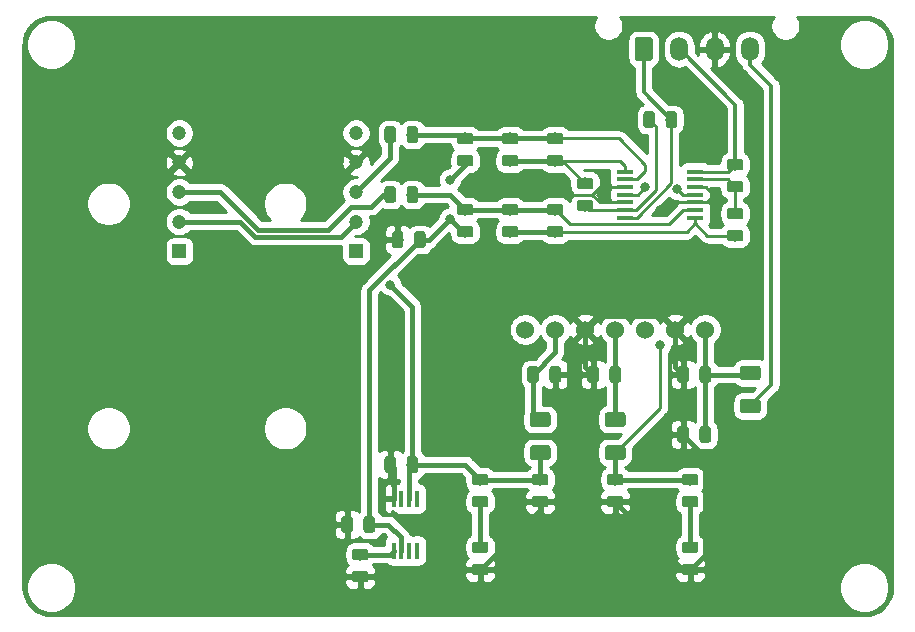
<source format=gbr>
G04 #@! TF.GenerationSoftware,KiCad,Pcbnew,(5.0.0)*
G04 #@! TF.CreationDate,2019-11-16T13:45:37-06:00*
G04 #@! TF.ProjectId,current sensor board,63757272656E742073656E736F722062,rev?*
G04 #@! TF.SameCoordinates,Original*
G04 #@! TF.FileFunction,Copper,L1,Top,Signal*
G04 #@! TF.FilePolarity,Positive*
%FSLAX46Y46*%
G04 Gerber Fmt 4.6, Leading zero omitted, Abs format (unit mm)*
G04 Created by KiCad (PCBNEW (5.0.0)) date 11/16/19 13:45:37*
%MOMM*%
%LPD*%
G01*
G04 APERTURE LIST*
G04 #@! TA.AperFunction,SMDPad,CuDef*
%ADD10R,0.450000X1.450000*%
G04 #@! TD*
G04 #@! TA.AperFunction,ComponentPad*
%ADD11C,1.524000*%
G04 #@! TD*
G04 #@! TA.AperFunction,Conductor*
%ADD12C,0.100000*%
G04 #@! TD*
G04 #@! TA.AperFunction,SMDPad,CuDef*
%ADD13C,0.975000*%
G04 #@! TD*
G04 #@! TA.AperFunction,ComponentPad*
%ADD14O,1.500000X2.020000*%
G04 #@! TD*
G04 #@! TA.AperFunction,ComponentPad*
%ADD15C,1.500000*%
G04 #@! TD*
G04 #@! TA.AperFunction,SMDPad,CuDef*
%ADD16C,1.250000*%
G04 #@! TD*
G04 #@! TA.AperFunction,ComponentPad*
%ADD17C,1.200000*%
G04 #@! TD*
G04 #@! TA.AperFunction,ComponentPad*
%ADD18R,1.200000X1.200000*%
G04 #@! TD*
G04 #@! TA.AperFunction,SMDPad,CuDef*
%ADD19R,1.450000X0.450000*%
G04 #@! TD*
G04 #@! TA.AperFunction,ViaPad*
%ADD20C,0.800000*%
G04 #@! TD*
G04 #@! TA.AperFunction,Conductor*
%ADD21C,0.381000*%
G04 #@! TD*
G04 #@! TA.AperFunction,Conductor*
%ADD22C,0.254000*%
G04 #@! TD*
G04 #@! TA.AperFunction,Conductor*
%ADD23C,0.304800*%
G04 #@! TD*
G04 APERTURE END LIST*
D10*
G04 #@! TO.P,U1,1*
G04 #@! TO.N,N/C*
X116545000Y-100670000D03*
G04 #@! TO.P,U1,2*
G04 #@! TO.N,+15V*
X115895000Y-100670000D03*
G04 #@! TO.P,U1,3*
G04 #@! TO.N,N/C*
X115245000Y-100670000D03*
G04 #@! TO.P,U1,4*
G04 #@! TO.N,GND*
X114595000Y-100670000D03*
G04 #@! TO.P,U1,5*
G04 #@! TO.N,Net-(C3-Pad1)*
X114595000Y-105070000D03*
G04 #@! TO.P,U1,6*
G04 #@! TO.N,/offset*
X115245000Y-105070000D03*
G04 #@! TO.P,U1,7*
G04 #@! TO.N,N/C*
X115895000Y-105070000D03*
G04 #@! TO.P,U1,8*
X116545000Y-105070000D03*
G04 #@! TD*
D11*
G04 #@! TO.P,U2,1*
G04 #@! TO.N,Net-(C1-Pad1)*
X140970000Y-86360000D03*
G04 #@! TO.P,U2,2*
G04 #@! TO.N,GND*
X138430000Y-86360000D03*
G04 #@! TO.P,U2,3*
G04 #@! TO.N,N/C*
X135890000Y-86360000D03*
G04 #@! TO.P,U2,4*
G04 #@! TO.N,Net-(C5-Pad1)*
X133350000Y-86360000D03*
G04 #@! TO.P,U2,5*
G04 #@! TO.N,GND*
X130810000Y-86360000D03*
G04 #@! TO.P,U2,6*
G04 #@! TO.N,Net-(C6-Pad2)*
X128270000Y-86360000D03*
G04 #@! TO.P,U2,7*
G04 #@! TO.N,N/C*
X125730000Y-86360000D03*
G04 #@! TD*
D12*
G04 #@! TO.N,Net-(C1-Pad1)*
G04 #@! TO.C,C1*
G36*
X141237642Y-89471174D02*
X141261303Y-89474684D01*
X141284507Y-89480496D01*
X141307029Y-89488554D01*
X141328653Y-89498782D01*
X141349170Y-89511079D01*
X141368383Y-89525329D01*
X141386107Y-89541393D01*
X141402171Y-89559117D01*
X141416421Y-89578330D01*
X141428718Y-89598847D01*
X141438946Y-89620471D01*
X141447004Y-89642993D01*
X141452816Y-89666197D01*
X141456326Y-89689858D01*
X141457500Y-89713750D01*
X141457500Y-90626250D01*
X141456326Y-90650142D01*
X141452816Y-90673803D01*
X141447004Y-90697007D01*
X141438946Y-90719529D01*
X141428718Y-90741153D01*
X141416421Y-90761670D01*
X141402171Y-90780883D01*
X141386107Y-90798607D01*
X141368383Y-90814671D01*
X141349170Y-90828921D01*
X141328653Y-90841218D01*
X141307029Y-90851446D01*
X141284507Y-90859504D01*
X141261303Y-90865316D01*
X141237642Y-90868826D01*
X141213750Y-90870000D01*
X140726250Y-90870000D01*
X140702358Y-90868826D01*
X140678697Y-90865316D01*
X140655493Y-90859504D01*
X140632971Y-90851446D01*
X140611347Y-90841218D01*
X140590830Y-90828921D01*
X140571617Y-90814671D01*
X140553893Y-90798607D01*
X140537829Y-90780883D01*
X140523579Y-90761670D01*
X140511282Y-90741153D01*
X140501054Y-90719529D01*
X140492996Y-90697007D01*
X140487184Y-90673803D01*
X140483674Y-90650142D01*
X140482500Y-90626250D01*
X140482500Y-89713750D01*
X140483674Y-89689858D01*
X140487184Y-89666197D01*
X140492996Y-89642993D01*
X140501054Y-89620471D01*
X140511282Y-89598847D01*
X140523579Y-89578330D01*
X140537829Y-89559117D01*
X140553893Y-89541393D01*
X140571617Y-89525329D01*
X140590830Y-89511079D01*
X140611347Y-89498782D01*
X140632971Y-89488554D01*
X140655493Y-89480496D01*
X140678697Y-89474684D01*
X140702358Y-89471174D01*
X140726250Y-89470000D01*
X141213750Y-89470000D01*
X141237642Y-89471174D01*
X141237642Y-89471174D01*
G37*
D13*
G04 #@! TD*
G04 #@! TO.P,C1,1*
G04 #@! TO.N,Net-(C1-Pad1)*
X140970000Y-90170000D03*
D12*
G04 #@! TO.N,GND*
G04 #@! TO.C,C1*
G36*
X139362642Y-89471174D02*
X139386303Y-89474684D01*
X139409507Y-89480496D01*
X139432029Y-89488554D01*
X139453653Y-89498782D01*
X139474170Y-89511079D01*
X139493383Y-89525329D01*
X139511107Y-89541393D01*
X139527171Y-89559117D01*
X139541421Y-89578330D01*
X139553718Y-89598847D01*
X139563946Y-89620471D01*
X139572004Y-89642993D01*
X139577816Y-89666197D01*
X139581326Y-89689858D01*
X139582500Y-89713750D01*
X139582500Y-90626250D01*
X139581326Y-90650142D01*
X139577816Y-90673803D01*
X139572004Y-90697007D01*
X139563946Y-90719529D01*
X139553718Y-90741153D01*
X139541421Y-90761670D01*
X139527171Y-90780883D01*
X139511107Y-90798607D01*
X139493383Y-90814671D01*
X139474170Y-90828921D01*
X139453653Y-90841218D01*
X139432029Y-90851446D01*
X139409507Y-90859504D01*
X139386303Y-90865316D01*
X139362642Y-90868826D01*
X139338750Y-90870000D01*
X138851250Y-90870000D01*
X138827358Y-90868826D01*
X138803697Y-90865316D01*
X138780493Y-90859504D01*
X138757971Y-90851446D01*
X138736347Y-90841218D01*
X138715830Y-90828921D01*
X138696617Y-90814671D01*
X138678893Y-90798607D01*
X138662829Y-90780883D01*
X138648579Y-90761670D01*
X138636282Y-90741153D01*
X138626054Y-90719529D01*
X138617996Y-90697007D01*
X138612184Y-90673803D01*
X138608674Y-90650142D01*
X138607500Y-90626250D01*
X138607500Y-89713750D01*
X138608674Y-89689858D01*
X138612184Y-89666197D01*
X138617996Y-89642993D01*
X138626054Y-89620471D01*
X138636282Y-89598847D01*
X138648579Y-89578330D01*
X138662829Y-89559117D01*
X138678893Y-89541393D01*
X138696617Y-89525329D01*
X138715830Y-89511079D01*
X138736347Y-89498782D01*
X138757971Y-89488554D01*
X138780493Y-89480496D01*
X138803697Y-89474684D01*
X138827358Y-89471174D01*
X138851250Y-89470000D01*
X139338750Y-89470000D01*
X139362642Y-89471174D01*
X139362642Y-89471174D01*
G37*
D13*
G04 #@! TD*
G04 #@! TO.P,C1,2*
G04 #@! TO.N,GND*
X139095000Y-90170000D03*
D12*
G04 #@! TO.N,GND*
G04 #@! TO.C,C2*
G36*
X110914642Y-102171174D02*
X110938303Y-102174684D01*
X110961507Y-102180496D01*
X110984029Y-102188554D01*
X111005653Y-102198782D01*
X111026170Y-102211079D01*
X111045383Y-102225329D01*
X111063107Y-102241393D01*
X111079171Y-102259117D01*
X111093421Y-102278330D01*
X111105718Y-102298847D01*
X111115946Y-102320471D01*
X111124004Y-102342993D01*
X111129816Y-102366197D01*
X111133326Y-102389858D01*
X111134500Y-102413750D01*
X111134500Y-103326250D01*
X111133326Y-103350142D01*
X111129816Y-103373803D01*
X111124004Y-103397007D01*
X111115946Y-103419529D01*
X111105718Y-103441153D01*
X111093421Y-103461670D01*
X111079171Y-103480883D01*
X111063107Y-103498607D01*
X111045383Y-103514671D01*
X111026170Y-103528921D01*
X111005653Y-103541218D01*
X110984029Y-103551446D01*
X110961507Y-103559504D01*
X110938303Y-103565316D01*
X110914642Y-103568826D01*
X110890750Y-103570000D01*
X110403250Y-103570000D01*
X110379358Y-103568826D01*
X110355697Y-103565316D01*
X110332493Y-103559504D01*
X110309971Y-103551446D01*
X110288347Y-103541218D01*
X110267830Y-103528921D01*
X110248617Y-103514671D01*
X110230893Y-103498607D01*
X110214829Y-103480883D01*
X110200579Y-103461670D01*
X110188282Y-103441153D01*
X110178054Y-103419529D01*
X110169996Y-103397007D01*
X110164184Y-103373803D01*
X110160674Y-103350142D01*
X110159500Y-103326250D01*
X110159500Y-102413750D01*
X110160674Y-102389858D01*
X110164184Y-102366197D01*
X110169996Y-102342993D01*
X110178054Y-102320471D01*
X110188282Y-102298847D01*
X110200579Y-102278330D01*
X110214829Y-102259117D01*
X110230893Y-102241393D01*
X110248617Y-102225329D01*
X110267830Y-102211079D01*
X110288347Y-102198782D01*
X110309971Y-102188554D01*
X110332493Y-102180496D01*
X110355697Y-102174684D01*
X110379358Y-102171174D01*
X110403250Y-102170000D01*
X110890750Y-102170000D01*
X110914642Y-102171174D01*
X110914642Y-102171174D01*
G37*
D13*
G04 #@! TD*
G04 #@! TO.P,C2,2*
G04 #@! TO.N,GND*
X110647000Y-102870000D03*
D12*
G04 #@! TO.N,/offset*
G04 #@! TO.C,C2*
G36*
X112789642Y-102171174D02*
X112813303Y-102174684D01*
X112836507Y-102180496D01*
X112859029Y-102188554D01*
X112880653Y-102198782D01*
X112901170Y-102211079D01*
X112920383Y-102225329D01*
X112938107Y-102241393D01*
X112954171Y-102259117D01*
X112968421Y-102278330D01*
X112980718Y-102298847D01*
X112990946Y-102320471D01*
X112999004Y-102342993D01*
X113004816Y-102366197D01*
X113008326Y-102389858D01*
X113009500Y-102413750D01*
X113009500Y-103326250D01*
X113008326Y-103350142D01*
X113004816Y-103373803D01*
X112999004Y-103397007D01*
X112990946Y-103419529D01*
X112980718Y-103441153D01*
X112968421Y-103461670D01*
X112954171Y-103480883D01*
X112938107Y-103498607D01*
X112920383Y-103514671D01*
X112901170Y-103528921D01*
X112880653Y-103541218D01*
X112859029Y-103551446D01*
X112836507Y-103559504D01*
X112813303Y-103565316D01*
X112789642Y-103568826D01*
X112765750Y-103570000D01*
X112278250Y-103570000D01*
X112254358Y-103568826D01*
X112230697Y-103565316D01*
X112207493Y-103559504D01*
X112184971Y-103551446D01*
X112163347Y-103541218D01*
X112142830Y-103528921D01*
X112123617Y-103514671D01*
X112105893Y-103498607D01*
X112089829Y-103480883D01*
X112075579Y-103461670D01*
X112063282Y-103441153D01*
X112053054Y-103419529D01*
X112044996Y-103397007D01*
X112039184Y-103373803D01*
X112035674Y-103350142D01*
X112034500Y-103326250D01*
X112034500Y-102413750D01*
X112035674Y-102389858D01*
X112039184Y-102366197D01*
X112044996Y-102342993D01*
X112053054Y-102320471D01*
X112063282Y-102298847D01*
X112075579Y-102278330D01*
X112089829Y-102259117D01*
X112105893Y-102241393D01*
X112123617Y-102225329D01*
X112142830Y-102211079D01*
X112163347Y-102198782D01*
X112184971Y-102188554D01*
X112207493Y-102180496D01*
X112230697Y-102174684D01*
X112254358Y-102171174D01*
X112278250Y-102170000D01*
X112765750Y-102170000D01*
X112789642Y-102171174D01*
X112789642Y-102171174D01*
G37*
D13*
G04 #@! TD*
G04 #@! TO.P,C2,1*
G04 #@! TO.N,/offset*
X112522000Y-102870000D03*
D12*
G04 #@! TO.N,GND*
G04 #@! TO.C,C3*
G36*
X112240142Y-106798674D02*
X112263803Y-106802184D01*
X112287007Y-106807996D01*
X112309529Y-106816054D01*
X112331153Y-106826282D01*
X112351670Y-106838579D01*
X112370883Y-106852829D01*
X112388607Y-106868893D01*
X112404671Y-106886617D01*
X112418921Y-106905830D01*
X112431218Y-106926347D01*
X112441446Y-106947971D01*
X112449504Y-106970493D01*
X112455316Y-106993697D01*
X112458826Y-107017358D01*
X112460000Y-107041250D01*
X112460000Y-107528750D01*
X112458826Y-107552642D01*
X112455316Y-107576303D01*
X112449504Y-107599507D01*
X112441446Y-107622029D01*
X112431218Y-107643653D01*
X112418921Y-107664170D01*
X112404671Y-107683383D01*
X112388607Y-107701107D01*
X112370883Y-107717171D01*
X112351670Y-107731421D01*
X112331153Y-107743718D01*
X112309529Y-107753946D01*
X112287007Y-107762004D01*
X112263803Y-107767816D01*
X112240142Y-107771326D01*
X112216250Y-107772500D01*
X111303750Y-107772500D01*
X111279858Y-107771326D01*
X111256197Y-107767816D01*
X111232993Y-107762004D01*
X111210471Y-107753946D01*
X111188847Y-107743718D01*
X111168330Y-107731421D01*
X111149117Y-107717171D01*
X111131393Y-107701107D01*
X111115329Y-107683383D01*
X111101079Y-107664170D01*
X111088782Y-107643653D01*
X111078554Y-107622029D01*
X111070496Y-107599507D01*
X111064684Y-107576303D01*
X111061174Y-107552642D01*
X111060000Y-107528750D01*
X111060000Y-107041250D01*
X111061174Y-107017358D01*
X111064684Y-106993697D01*
X111070496Y-106970493D01*
X111078554Y-106947971D01*
X111088782Y-106926347D01*
X111101079Y-106905830D01*
X111115329Y-106886617D01*
X111131393Y-106868893D01*
X111149117Y-106852829D01*
X111168330Y-106838579D01*
X111188847Y-106826282D01*
X111210471Y-106816054D01*
X111232993Y-106807996D01*
X111256197Y-106802184D01*
X111279858Y-106798674D01*
X111303750Y-106797500D01*
X112216250Y-106797500D01*
X112240142Y-106798674D01*
X112240142Y-106798674D01*
G37*
D13*
G04 #@! TD*
G04 #@! TO.P,C3,2*
G04 #@! TO.N,GND*
X111760000Y-107285000D03*
D12*
G04 #@! TO.N,Net-(C3-Pad1)*
G04 #@! TO.C,C3*
G36*
X112240142Y-104923674D02*
X112263803Y-104927184D01*
X112287007Y-104932996D01*
X112309529Y-104941054D01*
X112331153Y-104951282D01*
X112351670Y-104963579D01*
X112370883Y-104977829D01*
X112388607Y-104993893D01*
X112404671Y-105011617D01*
X112418921Y-105030830D01*
X112431218Y-105051347D01*
X112441446Y-105072971D01*
X112449504Y-105095493D01*
X112455316Y-105118697D01*
X112458826Y-105142358D01*
X112460000Y-105166250D01*
X112460000Y-105653750D01*
X112458826Y-105677642D01*
X112455316Y-105701303D01*
X112449504Y-105724507D01*
X112441446Y-105747029D01*
X112431218Y-105768653D01*
X112418921Y-105789170D01*
X112404671Y-105808383D01*
X112388607Y-105826107D01*
X112370883Y-105842171D01*
X112351670Y-105856421D01*
X112331153Y-105868718D01*
X112309529Y-105878946D01*
X112287007Y-105887004D01*
X112263803Y-105892816D01*
X112240142Y-105896326D01*
X112216250Y-105897500D01*
X111303750Y-105897500D01*
X111279858Y-105896326D01*
X111256197Y-105892816D01*
X111232993Y-105887004D01*
X111210471Y-105878946D01*
X111188847Y-105868718D01*
X111168330Y-105856421D01*
X111149117Y-105842171D01*
X111131393Y-105826107D01*
X111115329Y-105808383D01*
X111101079Y-105789170D01*
X111088782Y-105768653D01*
X111078554Y-105747029D01*
X111070496Y-105724507D01*
X111064684Y-105701303D01*
X111061174Y-105677642D01*
X111060000Y-105653750D01*
X111060000Y-105166250D01*
X111061174Y-105142358D01*
X111064684Y-105118697D01*
X111070496Y-105095493D01*
X111078554Y-105072971D01*
X111088782Y-105051347D01*
X111101079Y-105030830D01*
X111115329Y-105011617D01*
X111131393Y-104993893D01*
X111149117Y-104977829D01*
X111168330Y-104963579D01*
X111188847Y-104951282D01*
X111210471Y-104941054D01*
X111232993Y-104932996D01*
X111256197Y-104927184D01*
X111279858Y-104923674D01*
X111303750Y-104922500D01*
X112216250Y-104922500D01*
X112240142Y-104923674D01*
X112240142Y-104923674D01*
G37*
D13*
G04 #@! TD*
G04 #@! TO.P,C3,1*
G04 #@! TO.N,Net-(C3-Pad1)*
X111760000Y-105410000D03*
D12*
G04 #@! TO.N,Net-(C1-Pad1)*
G04 #@! TO.C,C4*
G36*
X141237642Y-94551174D02*
X141261303Y-94554684D01*
X141284507Y-94560496D01*
X141307029Y-94568554D01*
X141328653Y-94578782D01*
X141349170Y-94591079D01*
X141368383Y-94605329D01*
X141386107Y-94621393D01*
X141402171Y-94639117D01*
X141416421Y-94658330D01*
X141428718Y-94678847D01*
X141438946Y-94700471D01*
X141447004Y-94722993D01*
X141452816Y-94746197D01*
X141456326Y-94769858D01*
X141457500Y-94793750D01*
X141457500Y-95706250D01*
X141456326Y-95730142D01*
X141452816Y-95753803D01*
X141447004Y-95777007D01*
X141438946Y-95799529D01*
X141428718Y-95821153D01*
X141416421Y-95841670D01*
X141402171Y-95860883D01*
X141386107Y-95878607D01*
X141368383Y-95894671D01*
X141349170Y-95908921D01*
X141328653Y-95921218D01*
X141307029Y-95931446D01*
X141284507Y-95939504D01*
X141261303Y-95945316D01*
X141237642Y-95948826D01*
X141213750Y-95950000D01*
X140726250Y-95950000D01*
X140702358Y-95948826D01*
X140678697Y-95945316D01*
X140655493Y-95939504D01*
X140632971Y-95931446D01*
X140611347Y-95921218D01*
X140590830Y-95908921D01*
X140571617Y-95894671D01*
X140553893Y-95878607D01*
X140537829Y-95860883D01*
X140523579Y-95841670D01*
X140511282Y-95821153D01*
X140501054Y-95799529D01*
X140492996Y-95777007D01*
X140487184Y-95753803D01*
X140483674Y-95730142D01*
X140482500Y-95706250D01*
X140482500Y-94793750D01*
X140483674Y-94769858D01*
X140487184Y-94746197D01*
X140492996Y-94722993D01*
X140501054Y-94700471D01*
X140511282Y-94678847D01*
X140523579Y-94658330D01*
X140537829Y-94639117D01*
X140553893Y-94621393D01*
X140571617Y-94605329D01*
X140590830Y-94591079D01*
X140611347Y-94578782D01*
X140632971Y-94568554D01*
X140655493Y-94560496D01*
X140678697Y-94554684D01*
X140702358Y-94551174D01*
X140726250Y-94550000D01*
X141213750Y-94550000D01*
X141237642Y-94551174D01*
X141237642Y-94551174D01*
G37*
D13*
G04 #@! TD*
G04 #@! TO.P,C4,1*
G04 #@! TO.N,Net-(C1-Pad1)*
X140970000Y-95250000D03*
D12*
G04 #@! TO.N,GND*
G04 #@! TO.C,C4*
G36*
X139362642Y-94551174D02*
X139386303Y-94554684D01*
X139409507Y-94560496D01*
X139432029Y-94568554D01*
X139453653Y-94578782D01*
X139474170Y-94591079D01*
X139493383Y-94605329D01*
X139511107Y-94621393D01*
X139527171Y-94639117D01*
X139541421Y-94658330D01*
X139553718Y-94678847D01*
X139563946Y-94700471D01*
X139572004Y-94722993D01*
X139577816Y-94746197D01*
X139581326Y-94769858D01*
X139582500Y-94793750D01*
X139582500Y-95706250D01*
X139581326Y-95730142D01*
X139577816Y-95753803D01*
X139572004Y-95777007D01*
X139563946Y-95799529D01*
X139553718Y-95821153D01*
X139541421Y-95841670D01*
X139527171Y-95860883D01*
X139511107Y-95878607D01*
X139493383Y-95894671D01*
X139474170Y-95908921D01*
X139453653Y-95921218D01*
X139432029Y-95931446D01*
X139409507Y-95939504D01*
X139386303Y-95945316D01*
X139362642Y-95948826D01*
X139338750Y-95950000D01*
X138851250Y-95950000D01*
X138827358Y-95948826D01*
X138803697Y-95945316D01*
X138780493Y-95939504D01*
X138757971Y-95931446D01*
X138736347Y-95921218D01*
X138715830Y-95908921D01*
X138696617Y-95894671D01*
X138678893Y-95878607D01*
X138662829Y-95860883D01*
X138648579Y-95841670D01*
X138636282Y-95821153D01*
X138626054Y-95799529D01*
X138617996Y-95777007D01*
X138612184Y-95753803D01*
X138608674Y-95730142D01*
X138607500Y-95706250D01*
X138607500Y-94793750D01*
X138608674Y-94769858D01*
X138612184Y-94746197D01*
X138617996Y-94722993D01*
X138626054Y-94700471D01*
X138636282Y-94678847D01*
X138648579Y-94658330D01*
X138662829Y-94639117D01*
X138678893Y-94621393D01*
X138696617Y-94605329D01*
X138715830Y-94591079D01*
X138736347Y-94578782D01*
X138757971Y-94568554D01*
X138780493Y-94560496D01*
X138803697Y-94554684D01*
X138827358Y-94551174D01*
X138851250Y-94550000D01*
X139338750Y-94550000D01*
X139362642Y-94551174D01*
X139362642Y-94551174D01*
G37*
D13*
G04 #@! TD*
G04 #@! TO.P,C4,2*
G04 #@! TO.N,GND*
X139095000Y-95250000D03*
D12*
G04 #@! TO.N,Net-(C5-Pad1)*
G04 #@! TO.C,C5*
G36*
X133617642Y-89471174D02*
X133641303Y-89474684D01*
X133664507Y-89480496D01*
X133687029Y-89488554D01*
X133708653Y-89498782D01*
X133729170Y-89511079D01*
X133748383Y-89525329D01*
X133766107Y-89541393D01*
X133782171Y-89559117D01*
X133796421Y-89578330D01*
X133808718Y-89598847D01*
X133818946Y-89620471D01*
X133827004Y-89642993D01*
X133832816Y-89666197D01*
X133836326Y-89689858D01*
X133837500Y-89713750D01*
X133837500Y-90626250D01*
X133836326Y-90650142D01*
X133832816Y-90673803D01*
X133827004Y-90697007D01*
X133818946Y-90719529D01*
X133808718Y-90741153D01*
X133796421Y-90761670D01*
X133782171Y-90780883D01*
X133766107Y-90798607D01*
X133748383Y-90814671D01*
X133729170Y-90828921D01*
X133708653Y-90841218D01*
X133687029Y-90851446D01*
X133664507Y-90859504D01*
X133641303Y-90865316D01*
X133617642Y-90868826D01*
X133593750Y-90870000D01*
X133106250Y-90870000D01*
X133082358Y-90868826D01*
X133058697Y-90865316D01*
X133035493Y-90859504D01*
X133012971Y-90851446D01*
X132991347Y-90841218D01*
X132970830Y-90828921D01*
X132951617Y-90814671D01*
X132933893Y-90798607D01*
X132917829Y-90780883D01*
X132903579Y-90761670D01*
X132891282Y-90741153D01*
X132881054Y-90719529D01*
X132872996Y-90697007D01*
X132867184Y-90673803D01*
X132863674Y-90650142D01*
X132862500Y-90626250D01*
X132862500Y-89713750D01*
X132863674Y-89689858D01*
X132867184Y-89666197D01*
X132872996Y-89642993D01*
X132881054Y-89620471D01*
X132891282Y-89598847D01*
X132903579Y-89578330D01*
X132917829Y-89559117D01*
X132933893Y-89541393D01*
X132951617Y-89525329D01*
X132970830Y-89511079D01*
X132991347Y-89498782D01*
X133012971Y-89488554D01*
X133035493Y-89480496D01*
X133058697Y-89474684D01*
X133082358Y-89471174D01*
X133106250Y-89470000D01*
X133593750Y-89470000D01*
X133617642Y-89471174D01*
X133617642Y-89471174D01*
G37*
D13*
G04 #@! TD*
G04 #@! TO.P,C5,1*
G04 #@! TO.N,Net-(C5-Pad1)*
X133350000Y-90170000D03*
D12*
G04 #@! TO.N,GND*
G04 #@! TO.C,C5*
G36*
X131742642Y-89471174D02*
X131766303Y-89474684D01*
X131789507Y-89480496D01*
X131812029Y-89488554D01*
X131833653Y-89498782D01*
X131854170Y-89511079D01*
X131873383Y-89525329D01*
X131891107Y-89541393D01*
X131907171Y-89559117D01*
X131921421Y-89578330D01*
X131933718Y-89598847D01*
X131943946Y-89620471D01*
X131952004Y-89642993D01*
X131957816Y-89666197D01*
X131961326Y-89689858D01*
X131962500Y-89713750D01*
X131962500Y-90626250D01*
X131961326Y-90650142D01*
X131957816Y-90673803D01*
X131952004Y-90697007D01*
X131943946Y-90719529D01*
X131933718Y-90741153D01*
X131921421Y-90761670D01*
X131907171Y-90780883D01*
X131891107Y-90798607D01*
X131873383Y-90814671D01*
X131854170Y-90828921D01*
X131833653Y-90841218D01*
X131812029Y-90851446D01*
X131789507Y-90859504D01*
X131766303Y-90865316D01*
X131742642Y-90868826D01*
X131718750Y-90870000D01*
X131231250Y-90870000D01*
X131207358Y-90868826D01*
X131183697Y-90865316D01*
X131160493Y-90859504D01*
X131137971Y-90851446D01*
X131116347Y-90841218D01*
X131095830Y-90828921D01*
X131076617Y-90814671D01*
X131058893Y-90798607D01*
X131042829Y-90780883D01*
X131028579Y-90761670D01*
X131016282Y-90741153D01*
X131006054Y-90719529D01*
X130997996Y-90697007D01*
X130992184Y-90673803D01*
X130988674Y-90650142D01*
X130987500Y-90626250D01*
X130987500Y-89713750D01*
X130988674Y-89689858D01*
X130992184Y-89666197D01*
X130997996Y-89642993D01*
X131006054Y-89620471D01*
X131016282Y-89598847D01*
X131028579Y-89578330D01*
X131042829Y-89559117D01*
X131058893Y-89541393D01*
X131076617Y-89525329D01*
X131095830Y-89511079D01*
X131116347Y-89498782D01*
X131137971Y-89488554D01*
X131160493Y-89480496D01*
X131183697Y-89474684D01*
X131207358Y-89471174D01*
X131231250Y-89470000D01*
X131718750Y-89470000D01*
X131742642Y-89471174D01*
X131742642Y-89471174D01*
G37*
D13*
G04 #@! TD*
G04 #@! TO.P,C5,2*
G04 #@! TO.N,GND*
X131475000Y-90170000D03*
D12*
G04 #@! TO.N,Net-(C6-Pad2)*
G04 #@! TO.C,C6*
G36*
X126662642Y-89471174D02*
X126686303Y-89474684D01*
X126709507Y-89480496D01*
X126732029Y-89488554D01*
X126753653Y-89498782D01*
X126774170Y-89511079D01*
X126793383Y-89525329D01*
X126811107Y-89541393D01*
X126827171Y-89559117D01*
X126841421Y-89578330D01*
X126853718Y-89598847D01*
X126863946Y-89620471D01*
X126872004Y-89642993D01*
X126877816Y-89666197D01*
X126881326Y-89689858D01*
X126882500Y-89713750D01*
X126882500Y-90626250D01*
X126881326Y-90650142D01*
X126877816Y-90673803D01*
X126872004Y-90697007D01*
X126863946Y-90719529D01*
X126853718Y-90741153D01*
X126841421Y-90761670D01*
X126827171Y-90780883D01*
X126811107Y-90798607D01*
X126793383Y-90814671D01*
X126774170Y-90828921D01*
X126753653Y-90841218D01*
X126732029Y-90851446D01*
X126709507Y-90859504D01*
X126686303Y-90865316D01*
X126662642Y-90868826D01*
X126638750Y-90870000D01*
X126151250Y-90870000D01*
X126127358Y-90868826D01*
X126103697Y-90865316D01*
X126080493Y-90859504D01*
X126057971Y-90851446D01*
X126036347Y-90841218D01*
X126015830Y-90828921D01*
X125996617Y-90814671D01*
X125978893Y-90798607D01*
X125962829Y-90780883D01*
X125948579Y-90761670D01*
X125936282Y-90741153D01*
X125926054Y-90719529D01*
X125917996Y-90697007D01*
X125912184Y-90673803D01*
X125908674Y-90650142D01*
X125907500Y-90626250D01*
X125907500Y-89713750D01*
X125908674Y-89689858D01*
X125912184Y-89666197D01*
X125917996Y-89642993D01*
X125926054Y-89620471D01*
X125936282Y-89598847D01*
X125948579Y-89578330D01*
X125962829Y-89559117D01*
X125978893Y-89541393D01*
X125996617Y-89525329D01*
X126015830Y-89511079D01*
X126036347Y-89498782D01*
X126057971Y-89488554D01*
X126080493Y-89480496D01*
X126103697Y-89474684D01*
X126127358Y-89471174D01*
X126151250Y-89470000D01*
X126638750Y-89470000D01*
X126662642Y-89471174D01*
X126662642Y-89471174D01*
G37*
D13*
G04 #@! TD*
G04 #@! TO.P,C6,2*
G04 #@! TO.N,Net-(C6-Pad2)*
X126395000Y-90170000D03*
D12*
G04 #@! TO.N,GND*
G04 #@! TO.C,C6*
G36*
X128537642Y-89471174D02*
X128561303Y-89474684D01*
X128584507Y-89480496D01*
X128607029Y-89488554D01*
X128628653Y-89498782D01*
X128649170Y-89511079D01*
X128668383Y-89525329D01*
X128686107Y-89541393D01*
X128702171Y-89559117D01*
X128716421Y-89578330D01*
X128728718Y-89598847D01*
X128738946Y-89620471D01*
X128747004Y-89642993D01*
X128752816Y-89666197D01*
X128756326Y-89689858D01*
X128757500Y-89713750D01*
X128757500Y-90626250D01*
X128756326Y-90650142D01*
X128752816Y-90673803D01*
X128747004Y-90697007D01*
X128738946Y-90719529D01*
X128728718Y-90741153D01*
X128716421Y-90761670D01*
X128702171Y-90780883D01*
X128686107Y-90798607D01*
X128668383Y-90814671D01*
X128649170Y-90828921D01*
X128628653Y-90841218D01*
X128607029Y-90851446D01*
X128584507Y-90859504D01*
X128561303Y-90865316D01*
X128537642Y-90868826D01*
X128513750Y-90870000D01*
X128026250Y-90870000D01*
X128002358Y-90868826D01*
X127978697Y-90865316D01*
X127955493Y-90859504D01*
X127932971Y-90851446D01*
X127911347Y-90841218D01*
X127890830Y-90828921D01*
X127871617Y-90814671D01*
X127853893Y-90798607D01*
X127837829Y-90780883D01*
X127823579Y-90761670D01*
X127811282Y-90741153D01*
X127801054Y-90719529D01*
X127792996Y-90697007D01*
X127787184Y-90673803D01*
X127783674Y-90650142D01*
X127782500Y-90626250D01*
X127782500Y-89713750D01*
X127783674Y-89689858D01*
X127787184Y-89666197D01*
X127792996Y-89642993D01*
X127801054Y-89620471D01*
X127811282Y-89598847D01*
X127823579Y-89578330D01*
X127837829Y-89559117D01*
X127853893Y-89541393D01*
X127871617Y-89525329D01*
X127890830Y-89511079D01*
X127911347Y-89498782D01*
X127932971Y-89488554D01*
X127955493Y-89480496D01*
X127978697Y-89474684D01*
X128002358Y-89471174D01*
X128026250Y-89470000D01*
X128513750Y-89470000D01*
X128537642Y-89471174D01*
X128537642Y-89471174D01*
G37*
D13*
G04 #@! TD*
G04 #@! TO.P,C6,1*
G04 #@! TO.N,GND*
X128270000Y-90170000D03*
D12*
G04 #@! TO.N,+15V*
G04 #@! TO.C,C7*
G36*
X116442642Y-97091174D02*
X116466303Y-97094684D01*
X116489507Y-97100496D01*
X116512029Y-97108554D01*
X116533653Y-97118782D01*
X116554170Y-97131079D01*
X116573383Y-97145329D01*
X116591107Y-97161393D01*
X116607171Y-97179117D01*
X116621421Y-97198330D01*
X116633718Y-97218847D01*
X116643946Y-97240471D01*
X116652004Y-97262993D01*
X116657816Y-97286197D01*
X116661326Y-97309858D01*
X116662500Y-97333750D01*
X116662500Y-98246250D01*
X116661326Y-98270142D01*
X116657816Y-98293803D01*
X116652004Y-98317007D01*
X116643946Y-98339529D01*
X116633718Y-98361153D01*
X116621421Y-98381670D01*
X116607171Y-98400883D01*
X116591107Y-98418607D01*
X116573383Y-98434671D01*
X116554170Y-98448921D01*
X116533653Y-98461218D01*
X116512029Y-98471446D01*
X116489507Y-98479504D01*
X116466303Y-98485316D01*
X116442642Y-98488826D01*
X116418750Y-98490000D01*
X115931250Y-98490000D01*
X115907358Y-98488826D01*
X115883697Y-98485316D01*
X115860493Y-98479504D01*
X115837971Y-98471446D01*
X115816347Y-98461218D01*
X115795830Y-98448921D01*
X115776617Y-98434671D01*
X115758893Y-98418607D01*
X115742829Y-98400883D01*
X115728579Y-98381670D01*
X115716282Y-98361153D01*
X115706054Y-98339529D01*
X115697996Y-98317007D01*
X115692184Y-98293803D01*
X115688674Y-98270142D01*
X115687500Y-98246250D01*
X115687500Y-97333750D01*
X115688674Y-97309858D01*
X115692184Y-97286197D01*
X115697996Y-97262993D01*
X115706054Y-97240471D01*
X115716282Y-97218847D01*
X115728579Y-97198330D01*
X115742829Y-97179117D01*
X115758893Y-97161393D01*
X115776617Y-97145329D01*
X115795830Y-97131079D01*
X115816347Y-97118782D01*
X115837971Y-97108554D01*
X115860493Y-97100496D01*
X115883697Y-97094684D01*
X115907358Y-97091174D01*
X115931250Y-97090000D01*
X116418750Y-97090000D01*
X116442642Y-97091174D01*
X116442642Y-97091174D01*
G37*
D13*
G04 #@! TD*
G04 #@! TO.P,C7,1*
G04 #@! TO.N,+15V*
X116175000Y-97790000D03*
D12*
G04 #@! TO.N,GND*
G04 #@! TO.C,C7*
G36*
X114567642Y-97091174D02*
X114591303Y-97094684D01*
X114614507Y-97100496D01*
X114637029Y-97108554D01*
X114658653Y-97118782D01*
X114679170Y-97131079D01*
X114698383Y-97145329D01*
X114716107Y-97161393D01*
X114732171Y-97179117D01*
X114746421Y-97198330D01*
X114758718Y-97218847D01*
X114768946Y-97240471D01*
X114777004Y-97262993D01*
X114782816Y-97286197D01*
X114786326Y-97309858D01*
X114787500Y-97333750D01*
X114787500Y-98246250D01*
X114786326Y-98270142D01*
X114782816Y-98293803D01*
X114777004Y-98317007D01*
X114768946Y-98339529D01*
X114758718Y-98361153D01*
X114746421Y-98381670D01*
X114732171Y-98400883D01*
X114716107Y-98418607D01*
X114698383Y-98434671D01*
X114679170Y-98448921D01*
X114658653Y-98461218D01*
X114637029Y-98471446D01*
X114614507Y-98479504D01*
X114591303Y-98485316D01*
X114567642Y-98488826D01*
X114543750Y-98490000D01*
X114056250Y-98490000D01*
X114032358Y-98488826D01*
X114008697Y-98485316D01*
X113985493Y-98479504D01*
X113962971Y-98471446D01*
X113941347Y-98461218D01*
X113920830Y-98448921D01*
X113901617Y-98434671D01*
X113883893Y-98418607D01*
X113867829Y-98400883D01*
X113853579Y-98381670D01*
X113841282Y-98361153D01*
X113831054Y-98339529D01*
X113822996Y-98317007D01*
X113817184Y-98293803D01*
X113813674Y-98270142D01*
X113812500Y-98246250D01*
X113812500Y-97333750D01*
X113813674Y-97309858D01*
X113817184Y-97286197D01*
X113822996Y-97262993D01*
X113831054Y-97240471D01*
X113841282Y-97218847D01*
X113853579Y-97198330D01*
X113867829Y-97179117D01*
X113883893Y-97161393D01*
X113901617Y-97145329D01*
X113920830Y-97131079D01*
X113941347Y-97118782D01*
X113962971Y-97108554D01*
X113985493Y-97100496D01*
X114008697Y-97094684D01*
X114032358Y-97091174D01*
X114056250Y-97090000D01*
X114543750Y-97090000D01*
X114567642Y-97091174D01*
X114567642Y-97091174D01*
G37*
D13*
G04 #@! TD*
G04 #@! TO.P,C7,2*
G04 #@! TO.N,GND*
X114300000Y-97790000D03*
D12*
G04 #@! TO.N,-15V*
G04 #@! TO.C,C8*
G36*
X133830142Y-98573674D02*
X133853803Y-98577184D01*
X133877007Y-98582996D01*
X133899529Y-98591054D01*
X133921153Y-98601282D01*
X133941670Y-98613579D01*
X133960883Y-98627829D01*
X133978607Y-98643893D01*
X133994671Y-98661617D01*
X134008921Y-98680830D01*
X134021218Y-98701347D01*
X134031446Y-98722971D01*
X134039504Y-98745493D01*
X134045316Y-98768697D01*
X134048826Y-98792358D01*
X134050000Y-98816250D01*
X134050000Y-99303750D01*
X134048826Y-99327642D01*
X134045316Y-99351303D01*
X134039504Y-99374507D01*
X134031446Y-99397029D01*
X134021218Y-99418653D01*
X134008921Y-99439170D01*
X133994671Y-99458383D01*
X133978607Y-99476107D01*
X133960883Y-99492171D01*
X133941670Y-99506421D01*
X133921153Y-99518718D01*
X133899529Y-99528946D01*
X133877007Y-99537004D01*
X133853803Y-99542816D01*
X133830142Y-99546326D01*
X133806250Y-99547500D01*
X132893750Y-99547500D01*
X132869858Y-99546326D01*
X132846197Y-99542816D01*
X132822993Y-99537004D01*
X132800471Y-99528946D01*
X132778847Y-99518718D01*
X132758330Y-99506421D01*
X132739117Y-99492171D01*
X132721393Y-99476107D01*
X132705329Y-99458383D01*
X132691079Y-99439170D01*
X132678782Y-99418653D01*
X132668554Y-99397029D01*
X132660496Y-99374507D01*
X132654684Y-99351303D01*
X132651174Y-99327642D01*
X132650000Y-99303750D01*
X132650000Y-98816250D01*
X132651174Y-98792358D01*
X132654684Y-98768697D01*
X132660496Y-98745493D01*
X132668554Y-98722971D01*
X132678782Y-98701347D01*
X132691079Y-98680830D01*
X132705329Y-98661617D01*
X132721393Y-98643893D01*
X132739117Y-98627829D01*
X132758330Y-98613579D01*
X132778847Y-98601282D01*
X132800471Y-98591054D01*
X132822993Y-98582996D01*
X132846197Y-98577184D01*
X132869858Y-98573674D01*
X132893750Y-98572500D01*
X133806250Y-98572500D01*
X133830142Y-98573674D01*
X133830142Y-98573674D01*
G37*
D13*
G04 #@! TD*
G04 #@! TO.P,C8,2*
G04 #@! TO.N,-15V*
X133350000Y-99060000D03*
D12*
G04 #@! TO.N,GND*
G04 #@! TO.C,C8*
G36*
X133830142Y-100448674D02*
X133853803Y-100452184D01*
X133877007Y-100457996D01*
X133899529Y-100466054D01*
X133921153Y-100476282D01*
X133941670Y-100488579D01*
X133960883Y-100502829D01*
X133978607Y-100518893D01*
X133994671Y-100536617D01*
X134008921Y-100555830D01*
X134021218Y-100576347D01*
X134031446Y-100597971D01*
X134039504Y-100620493D01*
X134045316Y-100643697D01*
X134048826Y-100667358D01*
X134050000Y-100691250D01*
X134050000Y-101178750D01*
X134048826Y-101202642D01*
X134045316Y-101226303D01*
X134039504Y-101249507D01*
X134031446Y-101272029D01*
X134021218Y-101293653D01*
X134008921Y-101314170D01*
X133994671Y-101333383D01*
X133978607Y-101351107D01*
X133960883Y-101367171D01*
X133941670Y-101381421D01*
X133921153Y-101393718D01*
X133899529Y-101403946D01*
X133877007Y-101412004D01*
X133853803Y-101417816D01*
X133830142Y-101421326D01*
X133806250Y-101422500D01*
X132893750Y-101422500D01*
X132869858Y-101421326D01*
X132846197Y-101417816D01*
X132822993Y-101412004D01*
X132800471Y-101403946D01*
X132778847Y-101393718D01*
X132758330Y-101381421D01*
X132739117Y-101367171D01*
X132721393Y-101351107D01*
X132705329Y-101333383D01*
X132691079Y-101314170D01*
X132678782Y-101293653D01*
X132668554Y-101272029D01*
X132660496Y-101249507D01*
X132654684Y-101226303D01*
X132651174Y-101202642D01*
X132650000Y-101178750D01*
X132650000Y-100691250D01*
X132651174Y-100667358D01*
X132654684Y-100643697D01*
X132660496Y-100620493D01*
X132668554Y-100597971D01*
X132678782Y-100576347D01*
X132691079Y-100555830D01*
X132705329Y-100536617D01*
X132721393Y-100518893D01*
X132739117Y-100502829D01*
X132758330Y-100488579D01*
X132778847Y-100476282D01*
X132800471Y-100466054D01*
X132822993Y-100457996D01*
X132846197Y-100452184D01*
X132869858Y-100448674D01*
X132893750Y-100447500D01*
X133806250Y-100447500D01*
X133830142Y-100448674D01*
X133830142Y-100448674D01*
G37*
D13*
G04 #@! TD*
G04 #@! TO.P,C8,1*
G04 #@! TO.N,GND*
X133350000Y-100935000D03*
D12*
G04 #@! TO.N,GND*
G04 #@! TO.C,C9*
G36*
X127480142Y-100448674D02*
X127503803Y-100452184D01*
X127527007Y-100457996D01*
X127549529Y-100466054D01*
X127571153Y-100476282D01*
X127591670Y-100488579D01*
X127610883Y-100502829D01*
X127628607Y-100518893D01*
X127644671Y-100536617D01*
X127658921Y-100555830D01*
X127671218Y-100576347D01*
X127681446Y-100597971D01*
X127689504Y-100620493D01*
X127695316Y-100643697D01*
X127698826Y-100667358D01*
X127700000Y-100691250D01*
X127700000Y-101178750D01*
X127698826Y-101202642D01*
X127695316Y-101226303D01*
X127689504Y-101249507D01*
X127681446Y-101272029D01*
X127671218Y-101293653D01*
X127658921Y-101314170D01*
X127644671Y-101333383D01*
X127628607Y-101351107D01*
X127610883Y-101367171D01*
X127591670Y-101381421D01*
X127571153Y-101393718D01*
X127549529Y-101403946D01*
X127527007Y-101412004D01*
X127503803Y-101417816D01*
X127480142Y-101421326D01*
X127456250Y-101422500D01*
X126543750Y-101422500D01*
X126519858Y-101421326D01*
X126496197Y-101417816D01*
X126472993Y-101412004D01*
X126450471Y-101403946D01*
X126428847Y-101393718D01*
X126408330Y-101381421D01*
X126389117Y-101367171D01*
X126371393Y-101351107D01*
X126355329Y-101333383D01*
X126341079Y-101314170D01*
X126328782Y-101293653D01*
X126318554Y-101272029D01*
X126310496Y-101249507D01*
X126304684Y-101226303D01*
X126301174Y-101202642D01*
X126300000Y-101178750D01*
X126300000Y-100691250D01*
X126301174Y-100667358D01*
X126304684Y-100643697D01*
X126310496Y-100620493D01*
X126318554Y-100597971D01*
X126328782Y-100576347D01*
X126341079Y-100555830D01*
X126355329Y-100536617D01*
X126371393Y-100518893D01*
X126389117Y-100502829D01*
X126408330Y-100488579D01*
X126428847Y-100476282D01*
X126450471Y-100466054D01*
X126472993Y-100457996D01*
X126496197Y-100452184D01*
X126519858Y-100448674D01*
X126543750Y-100447500D01*
X127456250Y-100447500D01*
X127480142Y-100448674D01*
X127480142Y-100448674D01*
G37*
D13*
G04 #@! TD*
G04 #@! TO.P,C9,2*
G04 #@! TO.N,GND*
X127000000Y-100935000D03*
D12*
G04 #@! TO.N,+15V*
G04 #@! TO.C,C9*
G36*
X127480142Y-98573674D02*
X127503803Y-98577184D01*
X127527007Y-98582996D01*
X127549529Y-98591054D01*
X127571153Y-98601282D01*
X127591670Y-98613579D01*
X127610883Y-98627829D01*
X127628607Y-98643893D01*
X127644671Y-98661617D01*
X127658921Y-98680830D01*
X127671218Y-98701347D01*
X127681446Y-98722971D01*
X127689504Y-98745493D01*
X127695316Y-98768697D01*
X127698826Y-98792358D01*
X127700000Y-98816250D01*
X127700000Y-99303750D01*
X127698826Y-99327642D01*
X127695316Y-99351303D01*
X127689504Y-99374507D01*
X127681446Y-99397029D01*
X127671218Y-99418653D01*
X127658921Y-99439170D01*
X127644671Y-99458383D01*
X127628607Y-99476107D01*
X127610883Y-99492171D01*
X127591670Y-99506421D01*
X127571153Y-99518718D01*
X127549529Y-99528946D01*
X127527007Y-99537004D01*
X127503803Y-99542816D01*
X127480142Y-99546326D01*
X127456250Y-99547500D01*
X126543750Y-99547500D01*
X126519858Y-99546326D01*
X126496197Y-99542816D01*
X126472993Y-99537004D01*
X126450471Y-99528946D01*
X126428847Y-99518718D01*
X126408330Y-99506421D01*
X126389117Y-99492171D01*
X126371393Y-99476107D01*
X126355329Y-99458383D01*
X126341079Y-99439170D01*
X126328782Y-99418653D01*
X126318554Y-99397029D01*
X126310496Y-99374507D01*
X126304684Y-99351303D01*
X126301174Y-99327642D01*
X126300000Y-99303750D01*
X126300000Y-98816250D01*
X126301174Y-98792358D01*
X126304684Y-98768697D01*
X126310496Y-98745493D01*
X126318554Y-98722971D01*
X126328782Y-98701347D01*
X126341079Y-98680830D01*
X126355329Y-98661617D01*
X126371393Y-98643893D01*
X126389117Y-98627829D01*
X126408330Y-98613579D01*
X126428847Y-98601282D01*
X126450471Y-98591054D01*
X126472993Y-98582996D01*
X126496197Y-98577184D01*
X126519858Y-98573674D01*
X126543750Y-98572500D01*
X127456250Y-98572500D01*
X127480142Y-98573674D01*
X127480142Y-98573674D01*
G37*
D13*
G04 #@! TD*
G04 #@! TO.P,C9,1*
G04 #@! TO.N,+15V*
X127000000Y-99060000D03*
D12*
G04 #@! TO.N,GND*
G04 #@! TO.C,C14*
G36*
X115202642Y-78041174D02*
X115226303Y-78044684D01*
X115249507Y-78050496D01*
X115272029Y-78058554D01*
X115293653Y-78068782D01*
X115314170Y-78081079D01*
X115333383Y-78095329D01*
X115351107Y-78111393D01*
X115367171Y-78129117D01*
X115381421Y-78148330D01*
X115393718Y-78168847D01*
X115403946Y-78190471D01*
X115412004Y-78212993D01*
X115417816Y-78236197D01*
X115421326Y-78259858D01*
X115422500Y-78283750D01*
X115422500Y-79196250D01*
X115421326Y-79220142D01*
X115417816Y-79243803D01*
X115412004Y-79267007D01*
X115403946Y-79289529D01*
X115393718Y-79311153D01*
X115381421Y-79331670D01*
X115367171Y-79350883D01*
X115351107Y-79368607D01*
X115333383Y-79384671D01*
X115314170Y-79398921D01*
X115293653Y-79411218D01*
X115272029Y-79421446D01*
X115249507Y-79429504D01*
X115226303Y-79435316D01*
X115202642Y-79438826D01*
X115178750Y-79440000D01*
X114691250Y-79440000D01*
X114667358Y-79438826D01*
X114643697Y-79435316D01*
X114620493Y-79429504D01*
X114597971Y-79421446D01*
X114576347Y-79411218D01*
X114555830Y-79398921D01*
X114536617Y-79384671D01*
X114518893Y-79368607D01*
X114502829Y-79350883D01*
X114488579Y-79331670D01*
X114476282Y-79311153D01*
X114466054Y-79289529D01*
X114457996Y-79267007D01*
X114452184Y-79243803D01*
X114448674Y-79220142D01*
X114447500Y-79196250D01*
X114447500Y-78283750D01*
X114448674Y-78259858D01*
X114452184Y-78236197D01*
X114457996Y-78212993D01*
X114466054Y-78190471D01*
X114476282Y-78168847D01*
X114488579Y-78148330D01*
X114502829Y-78129117D01*
X114518893Y-78111393D01*
X114536617Y-78095329D01*
X114555830Y-78081079D01*
X114576347Y-78068782D01*
X114597971Y-78058554D01*
X114620493Y-78050496D01*
X114643697Y-78044684D01*
X114667358Y-78041174D01*
X114691250Y-78040000D01*
X115178750Y-78040000D01*
X115202642Y-78041174D01*
X115202642Y-78041174D01*
G37*
D13*
G04 #@! TD*
G04 #@! TO.P,C14,2*
G04 #@! TO.N,GND*
X114935000Y-78740000D03*
D12*
G04 #@! TO.N,/offset*
G04 #@! TO.C,C14*
G36*
X117077642Y-78041174D02*
X117101303Y-78044684D01*
X117124507Y-78050496D01*
X117147029Y-78058554D01*
X117168653Y-78068782D01*
X117189170Y-78081079D01*
X117208383Y-78095329D01*
X117226107Y-78111393D01*
X117242171Y-78129117D01*
X117256421Y-78148330D01*
X117268718Y-78168847D01*
X117278946Y-78190471D01*
X117287004Y-78212993D01*
X117292816Y-78236197D01*
X117296326Y-78259858D01*
X117297500Y-78283750D01*
X117297500Y-79196250D01*
X117296326Y-79220142D01*
X117292816Y-79243803D01*
X117287004Y-79267007D01*
X117278946Y-79289529D01*
X117268718Y-79311153D01*
X117256421Y-79331670D01*
X117242171Y-79350883D01*
X117226107Y-79368607D01*
X117208383Y-79384671D01*
X117189170Y-79398921D01*
X117168653Y-79411218D01*
X117147029Y-79421446D01*
X117124507Y-79429504D01*
X117101303Y-79435316D01*
X117077642Y-79438826D01*
X117053750Y-79440000D01*
X116566250Y-79440000D01*
X116542358Y-79438826D01*
X116518697Y-79435316D01*
X116495493Y-79429504D01*
X116472971Y-79421446D01*
X116451347Y-79411218D01*
X116430830Y-79398921D01*
X116411617Y-79384671D01*
X116393893Y-79368607D01*
X116377829Y-79350883D01*
X116363579Y-79331670D01*
X116351282Y-79311153D01*
X116341054Y-79289529D01*
X116332996Y-79267007D01*
X116327184Y-79243803D01*
X116323674Y-79220142D01*
X116322500Y-79196250D01*
X116322500Y-78283750D01*
X116323674Y-78259858D01*
X116327184Y-78236197D01*
X116332996Y-78212993D01*
X116341054Y-78190471D01*
X116351282Y-78168847D01*
X116363579Y-78148330D01*
X116377829Y-78129117D01*
X116393893Y-78111393D01*
X116411617Y-78095329D01*
X116430830Y-78081079D01*
X116451347Y-78068782D01*
X116472971Y-78058554D01*
X116495493Y-78050496D01*
X116518697Y-78044684D01*
X116542358Y-78041174D01*
X116566250Y-78040000D01*
X117053750Y-78040000D01*
X117077642Y-78041174D01*
X117077642Y-78041174D01*
G37*
D13*
G04 #@! TD*
G04 #@! TO.P,C14,1*
G04 #@! TO.N,/offset*
X116810000Y-78740000D03*
D12*
G04 #@! TO.N,Net-(D1-Pad2)*
G04 #@! TO.C,D1*
G36*
X140180142Y-100448674D02*
X140203803Y-100452184D01*
X140227007Y-100457996D01*
X140249529Y-100466054D01*
X140271153Y-100476282D01*
X140291670Y-100488579D01*
X140310883Y-100502829D01*
X140328607Y-100518893D01*
X140344671Y-100536617D01*
X140358921Y-100555830D01*
X140371218Y-100576347D01*
X140381446Y-100597971D01*
X140389504Y-100620493D01*
X140395316Y-100643697D01*
X140398826Y-100667358D01*
X140400000Y-100691250D01*
X140400000Y-101178750D01*
X140398826Y-101202642D01*
X140395316Y-101226303D01*
X140389504Y-101249507D01*
X140381446Y-101272029D01*
X140371218Y-101293653D01*
X140358921Y-101314170D01*
X140344671Y-101333383D01*
X140328607Y-101351107D01*
X140310883Y-101367171D01*
X140291670Y-101381421D01*
X140271153Y-101393718D01*
X140249529Y-101403946D01*
X140227007Y-101412004D01*
X140203803Y-101417816D01*
X140180142Y-101421326D01*
X140156250Y-101422500D01*
X139243750Y-101422500D01*
X139219858Y-101421326D01*
X139196197Y-101417816D01*
X139172993Y-101412004D01*
X139150471Y-101403946D01*
X139128847Y-101393718D01*
X139108330Y-101381421D01*
X139089117Y-101367171D01*
X139071393Y-101351107D01*
X139055329Y-101333383D01*
X139041079Y-101314170D01*
X139028782Y-101293653D01*
X139018554Y-101272029D01*
X139010496Y-101249507D01*
X139004684Y-101226303D01*
X139001174Y-101202642D01*
X139000000Y-101178750D01*
X139000000Y-100691250D01*
X139001174Y-100667358D01*
X139004684Y-100643697D01*
X139010496Y-100620493D01*
X139018554Y-100597971D01*
X139028782Y-100576347D01*
X139041079Y-100555830D01*
X139055329Y-100536617D01*
X139071393Y-100518893D01*
X139089117Y-100502829D01*
X139108330Y-100488579D01*
X139128847Y-100476282D01*
X139150471Y-100466054D01*
X139172993Y-100457996D01*
X139196197Y-100452184D01*
X139219858Y-100448674D01*
X139243750Y-100447500D01*
X140156250Y-100447500D01*
X140180142Y-100448674D01*
X140180142Y-100448674D01*
G37*
D13*
G04 #@! TD*
G04 #@! TO.P,D1,2*
G04 #@! TO.N,Net-(D1-Pad2)*
X139700000Y-100935000D03*
D12*
G04 #@! TO.N,-15V*
G04 #@! TO.C,D1*
G36*
X140180142Y-98573674D02*
X140203803Y-98577184D01*
X140227007Y-98582996D01*
X140249529Y-98591054D01*
X140271153Y-98601282D01*
X140291670Y-98613579D01*
X140310883Y-98627829D01*
X140328607Y-98643893D01*
X140344671Y-98661617D01*
X140358921Y-98680830D01*
X140371218Y-98701347D01*
X140381446Y-98722971D01*
X140389504Y-98745493D01*
X140395316Y-98768697D01*
X140398826Y-98792358D01*
X140400000Y-98816250D01*
X140400000Y-99303750D01*
X140398826Y-99327642D01*
X140395316Y-99351303D01*
X140389504Y-99374507D01*
X140381446Y-99397029D01*
X140371218Y-99418653D01*
X140358921Y-99439170D01*
X140344671Y-99458383D01*
X140328607Y-99476107D01*
X140310883Y-99492171D01*
X140291670Y-99506421D01*
X140271153Y-99518718D01*
X140249529Y-99528946D01*
X140227007Y-99537004D01*
X140203803Y-99542816D01*
X140180142Y-99546326D01*
X140156250Y-99547500D01*
X139243750Y-99547500D01*
X139219858Y-99546326D01*
X139196197Y-99542816D01*
X139172993Y-99537004D01*
X139150471Y-99528946D01*
X139128847Y-99518718D01*
X139108330Y-99506421D01*
X139089117Y-99492171D01*
X139071393Y-99476107D01*
X139055329Y-99458383D01*
X139041079Y-99439170D01*
X139028782Y-99418653D01*
X139018554Y-99397029D01*
X139010496Y-99374507D01*
X139004684Y-99351303D01*
X139001174Y-99327642D01*
X139000000Y-99303750D01*
X139000000Y-98816250D01*
X139001174Y-98792358D01*
X139004684Y-98768697D01*
X139010496Y-98745493D01*
X139018554Y-98722971D01*
X139028782Y-98701347D01*
X139041079Y-98680830D01*
X139055329Y-98661617D01*
X139071393Y-98643893D01*
X139089117Y-98627829D01*
X139108330Y-98613579D01*
X139128847Y-98601282D01*
X139150471Y-98591054D01*
X139172993Y-98582996D01*
X139196197Y-98577184D01*
X139219858Y-98573674D01*
X139243750Y-98572500D01*
X140156250Y-98572500D01*
X140180142Y-98573674D01*
X140180142Y-98573674D01*
G37*
D13*
G04 #@! TD*
G04 #@! TO.P,D1,1*
G04 #@! TO.N,-15V*
X139700000Y-99060000D03*
D12*
G04 #@! TO.N,Net-(D2-Pad1)*
G04 #@! TO.C,D2*
G36*
X122400142Y-100448674D02*
X122423803Y-100452184D01*
X122447007Y-100457996D01*
X122469529Y-100466054D01*
X122491153Y-100476282D01*
X122511670Y-100488579D01*
X122530883Y-100502829D01*
X122548607Y-100518893D01*
X122564671Y-100536617D01*
X122578921Y-100555830D01*
X122591218Y-100576347D01*
X122601446Y-100597971D01*
X122609504Y-100620493D01*
X122615316Y-100643697D01*
X122618826Y-100667358D01*
X122620000Y-100691250D01*
X122620000Y-101178750D01*
X122618826Y-101202642D01*
X122615316Y-101226303D01*
X122609504Y-101249507D01*
X122601446Y-101272029D01*
X122591218Y-101293653D01*
X122578921Y-101314170D01*
X122564671Y-101333383D01*
X122548607Y-101351107D01*
X122530883Y-101367171D01*
X122511670Y-101381421D01*
X122491153Y-101393718D01*
X122469529Y-101403946D01*
X122447007Y-101412004D01*
X122423803Y-101417816D01*
X122400142Y-101421326D01*
X122376250Y-101422500D01*
X121463750Y-101422500D01*
X121439858Y-101421326D01*
X121416197Y-101417816D01*
X121392993Y-101412004D01*
X121370471Y-101403946D01*
X121348847Y-101393718D01*
X121328330Y-101381421D01*
X121309117Y-101367171D01*
X121291393Y-101351107D01*
X121275329Y-101333383D01*
X121261079Y-101314170D01*
X121248782Y-101293653D01*
X121238554Y-101272029D01*
X121230496Y-101249507D01*
X121224684Y-101226303D01*
X121221174Y-101202642D01*
X121220000Y-101178750D01*
X121220000Y-100691250D01*
X121221174Y-100667358D01*
X121224684Y-100643697D01*
X121230496Y-100620493D01*
X121238554Y-100597971D01*
X121248782Y-100576347D01*
X121261079Y-100555830D01*
X121275329Y-100536617D01*
X121291393Y-100518893D01*
X121309117Y-100502829D01*
X121328330Y-100488579D01*
X121348847Y-100476282D01*
X121370471Y-100466054D01*
X121392993Y-100457996D01*
X121416197Y-100452184D01*
X121439858Y-100448674D01*
X121463750Y-100447500D01*
X122376250Y-100447500D01*
X122400142Y-100448674D01*
X122400142Y-100448674D01*
G37*
D13*
G04 #@! TD*
G04 #@! TO.P,D2,1*
G04 #@! TO.N,Net-(D2-Pad1)*
X121920000Y-100935000D03*
D12*
G04 #@! TO.N,+15V*
G04 #@! TO.C,D2*
G36*
X122400142Y-98573674D02*
X122423803Y-98577184D01*
X122447007Y-98582996D01*
X122469529Y-98591054D01*
X122491153Y-98601282D01*
X122511670Y-98613579D01*
X122530883Y-98627829D01*
X122548607Y-98643893D01*
X122564671Y-98661617D01*
X122578921Y-98680830D01*
X122591218Y-98701347D01*
X122601446Y-98722971D01*
X122609504Y-98745493D01*
X122615316Y-98768697D01*
X122618826Y-98792358D01*
X122620000Y-98816250D01*
X122620000Y-99303750D01*
X122618826Y-99327642D01*
X122615316Y-99351303D01*
X122609504Y-99374507D01*
X122601446Y-99397029D01*
X122591218Y-99418653D01*
X122578921Y-99439170D01*
X122564671Y-99458383D01*
X122548607Y-99476107D01*
X122530883Y-99492171D01*
X122511670Y-99506421D01*
X122491153Y-99518718D01*
X122469529Y-99528946D01*
X122447007Y-99537004D01*
X122423803Y-99542816D01*
X122400142Y-99546326D01*
X122376250Y-99547500D01*
X121463750Y-99547500D01*
X121439858Y-99546326D01*
X121416197Y-99542816D01*
X121392993Y-99537004D01*
X121370471Y-99528946D01*
X121348847Y-99518718D01*
X121328330Y-99506421D01*
X121309117Y-99492171D01*
X121291393Y-99476107D01*
X121275329Y-99458383D01*
X121261079Y-99439170D01*
X121248782Y-99418653D01*
X121238554Y-99397029D01*
X121230496Y-99374507D01*
X121224684Y-99351303D01*
X121221174Y-99327642D01*
X121220000Y-99303750D01*
X121220000Y-98816250D01*
X121221174Y-98792358D01*
X121224684Y-98768697D01*
X121230496Y-98745493D01*
X121238554Y-98722971D01*
X121248782Y-98701347D01*
X121261079Y-98680830D01*
X121275329Y-98661617D01*
X121291393Y-98643893D01*
X121309117Y-98627829D01*
X121328330Y-98613579D01*
X121348847Y-98601282D01*
X121370471Y-98591054D01*
X121392993Y-98582996D01*
X121416197Y-98577184D01*
X121439858Y-98573674D01*
X121463750Y-98572500D01*
X122376250Y-98572500D01*
X122400142Y-98573674D01*
X122400142Y-98573674D01*
G37*
D13*
G04 #@! TD*
G04 #@! TO.P,D2,2*
G04 #@! TO.N,+15V*
X121920000Y-99060000D03*
D14*
G04 #@! TO.P,J1,4*
G04 #@! TO.N,+5V*
X144763000Y-62611000D03*
G04 #@! TO.P,J1,3*
G04 #@! TO.N,GND*
X141763000Y-62611000D03*
G04 #@! TO.P,J1,2*
G04 #@! TO.N,/HIGH_OUT*
X138763000Y-62611000D03*
D12*
G04 #@! TD*
G04 #@! TO.N,/LOW_OUT*
G04 #@! TO.C,J1*
G36*
X136287504Y-61602204D02*
X136311773Y-61605804D01*
X136335571Y-61611765D01*
X136358671Y-61620030D01*
X136380849Y-61630520D01*
X136401893Y-61643133D01*
X136421598Y-61657747D01*
X136439777Y-61674223D01*
X136456253Y-61692402D01*
X136470867Y-61712107D01*
X136483480Y-61733151D01*
X136493970Y-61755329D01*
X136502235Y-61778429D01*
X136508196Y-61802227D01*
X136511796Y-61826496D01*
X136513000Y-61851000D01*
X136513000Y-63371000D01*
X136511796Y-63395504D01*
X136508196Y-63419773D01*
X136502235Y-63443571D01*
X136493970Y-63466671D01*
X136483480Y-63488849D01*
X136470867Y-63509893D01*
X136456253Y-63529598D01*
X136439777Y-63547777D01*
X136421598Y-63564253D01*
X136401893Y-63578867D01*
X136380849Y-63591480D01*
X136358671Y-63601970D01*
X136335571Y-63610235D01*
X136311773Y-63616196D01*
X136287504Y-63619796D01*
X136263000Y-63621000D01*
X135263000Y-63621000D01*
X135238496Y-63619796D01*
X135214227Y-63616196D01*
X135190429Y-63610235D01*
X135167329Y-63601970D01*
X135145151Y-63591480D01*
X135124107Y-63578867D01*
X135104402Y-63564253D01*
X135086223Y-63547777D01*
X135069747Y-63529598D01*
X135055133Y-63509893D01*
X135042520Y-63488849D01*
X135032030Y-63466671D01*
X135023765Y-63443571D01*
X135017804Y-63419773D01*
X135014204Y-63395504D01*
X135013000Y-63371000D01*
X135013000Y-61851000D01*
X135014204Y-61826496D01*
X135017804Y-61802227D01*
X135023765Y-61778429D01*
X135032030Y-61755329D01*
X135042520Y-61733151D01*
X135055133Y-61712107D01*
X135069747Y-61692402D01*
X135086223Y-61674223D01*
X135104402Y-61657747D01*
X135124107Y-61643133D01*
X135145151Y-61630520D01*
X135167329Y-61620030D01*
X135190429Y-61611765D01*
X135214227Y-61605804D01*
X135238496Y-61602204D01*
X135263000Y-61601000D01*
X136263000Y-61601000D01*
X136287504Y-61602204D01*
X136287504Y-61602204D01*
G37*
D15*
G04 #@! TO.P,J1,1*
G04 #@! TO.N,/LOW_OUT*
X135763000Y-62611000D03*
G04 #@! TD*
D12*
G04 #@! TO.N,Net-(C1-Pad1)*
G04 #@! TO.C,L1*
G36*
X145429504Y-89416204D02*
X145453773Y-89419804D01*
X145477571Y-89425765D01*
X145500671Y-89434030D01*
X145522849Y-89444520D01*
X145543893Y-89457133D01*
X145563598Y-89471747D01*
X145581777Y-89488223D01*
X145598253Y-89506402D01*
X145612867Y-89526107D01*
X145625480Y-89547151D01*
X145635970Y-89569329D01*
X145644235Y-89592429D01*
X145650196Y-89616227D01*
X145653796Y-89640496D01*
X145655000Y-89665000D01*
X145655000Y-90415000D01*
X145653796Y-90439504D01*
X145650196Y-90463773D01*
X145644235Y-90487571D01*
X145635970Y-90510671D01*
X145625480Y-90532849D01*
X145612867Y-90553893D01*
X145598253Y-90573598D01*
X145581777Y-90591777D01*
X145563598Y-90608253D01*
X145543893Y-90622867D01*
X145522849Y-90635480D01*
X145500671Y-90645970D01*
X145477571Y-90654235D01*
X145453773Y-90660196D01*
X145429504Y-90663796D01*
X145405000Y-90665000D01*
X144155000Y-90665000D01*
X144130496Y-90663796D01*
X144106227Y-90660196D01*
X144082429Y-90654235D01*
X144059329Y-90645970D01*
X144037151Y-90635480D01*
X144016107Y-90622867D01*
X143996402Y-90608253D01*
X143978223Y-90591777D01*
X143961747Y-90573598D01*
X143947133Y-90553893D01*
X143934520Y-90532849D01*
X143924030Y-90510671D01*
X143915765Y-90487571D01*
X143909804Y-90463773D01*
X143906204Y-90439504D01*
X143905000Y-90415000D01*
X143905000Y-89665000D01*
X143906204Y-89640496D01*
X143909804Y-89616227D01*
X143915765Y-89592429D01*
X143924030Y-89569329D01*
X143934520Y-89547151D01*
X143947133Y-89526107D01*
X143961747Y-89506402D01*
X143978223Y-89488223D01*
X143996402Y-89471747D01*
X144016107Y-89457133D01*
X144037151Y-89444520D01*
X144059329Y-89434030D01*
X144082429Y-89425765D01*
X144106227Y-89419804D01*
X144130496Y-89416204D01*
X144155000Y-89415000D01*
X145405000Y-89415000D01*
X145429504Y-89416204D01*
X145429504Y-89416204D01*
G37*
D16*
G04 #@! TD*
G04 #@! TO.P,L1,2*
G04 #@! TO.N,Net-(C1-Pad1)*
X144780000Y-90040000D03*
D12*
G04 #@! TO.N,+5V*
G04 #@! TO.C,L1*
G36*
X145429504Y-92216204D02*
X145453773Y-92219804D01*
X145477571Y-92225765D01*
X145500671Y-92234030D01*
X145522849Y-92244520D01*
X145543893Y-92257133D01*
X145563598Y-92271747D01*
X145581777Y-92288223D01*
X145598253Y-92306402D01*
X145612867Y-92326107D01*
X145625480Y-92347151D01*
X145635970Y-92369329D01*
X145644235Y-92392429D01*
X145650196Y-92416227D01*
X145653796Y-92440496D01*
X145655000Y-92465000D01*
X145655000Y-93215000D01*
X145653796Y-93239504D01*
X145650196Y-93263773D01*
X145644235Y-93287571D01*
X145635970Y-93310671D01*
X145625480Y-93332849D01*
X145612867Y-93353893D01*
X145598253Y-93373598D01*
X145581777Y-93391777D01*
X145563598Y-93408253D01*
X145543893Y-93422867D01*
X145522849Y-93435480D01*
X145500671Y-93445970D01*
X145477571Y-93454235D01*
X145453773Y-93460196D01*
X145429504Y-93463796D01*
X145405000Y-93465000D01*
X144155000Y-93465000D01*
X144130496Y-93463796D01*
X144106227Y-93460196D01*
X144082429Y-93454235D01*
X144059329Y-93445970D01*
X144037151Y-93435480D01*
X144016107Y-93422867D01*
X143996402Y-93408253D01*
X143978223Y-93391777D01*
X143961747Y-93373598D01*
X143947133Y-93353893D01*
X143934520Y-93332849D01*
X143924030Y-93310671D01*
X143915765Y-93287571D01*
X143909804Y-93263773D01*
X143906204Y-93239504D01*
X143905000Y-93215000D01*
X143905000Y-92465000D01*
X143906204Y-92440496D01*
X143909804Y-92416227D01*
X143915765Y-92392429D01*
X143924030Y-92369329D01*
X143934520Y-92347151D01*
X143947133Y-92326107D01*
X143961747Y-92306402D01*
X143978223Y-92288223D01*
X143996402Y-92271747D01*
X144016107Y-92257133D01*
X144037151Y-92244520D01*
X144059329Y-92234030D01*
X144082429Y-92225765D01*
X144106227Y-92219804D01*
X144130496Y-92216204D01*
X144155000Y-92215000D01*
X145405000Y-92215000D01*
X145429504Y-92216204D01*
X145429504Y-92216204D01*
G37*
D16*
G04 #@! TD*
G04 #@! TO.P,L1,1*
G04 #@! TO.N,+5V*
X144780000Y-92840000D03*
D12*
G04 #@! TO.N,-15V*
G04 #@! TO.C,L2*
G36*
X133999504Y-96156204D02*
X134023773Y-96159804D01*
X134047571Y-96165765D01*
X134070671Y-96174030D01*
X134092849Y-96184520D01*
X134113893Y-96197133D01*
X134133598Y-96211747D01*
X134151777Y-96228223D01*
X134168253Y-96246402D01*
X134182867Y-96266107D01*
X134195480Y-96287151D01*
X134205970Y-96309329D01*
X134214235Y-96332429D01*
X134220196Y-96356227D01*
X134223796Y-96380496D01*
X134225000Y-96405000D01*
X134225000Y-97155000D01*
X134223796Y-97179504D01*
X134220196Y-97203773D01*
X134214235Y-97227571D01*
X134205970Y-97250671D01*
X134195480Y-97272849D01*
X134182867Y-97293893D01*
X134168253Y-97313598D01*
X134151777Y-97331777D01*
X134133598Y-97348253D01*
X134113893Y-97362867D01*
X134092849Y-97375480D01*
X134070671Y-97385970D01*
X134047571Y-97394235D01*
X134023773Y-97400196D01*
X133999504Y-97403796D01*
X133975000Y-97405000D01*
X132725000Y-97405000D01*
X132700496Y-97403796D01*
X132676227Y-97400196D01*
X132652429Y-97394235D01*
X132629329Y-97385970D01*
X132607151Y-97375480D01*
X132586107Y-97362867D01*
X132566402Y-97348253D01*
X132548223Y-97331777D01*
X132531747Y-97313598D01*
X132517133Y-97293893D01*
X132504520Y-97272849D01*
X132494030Y-97250671D01*
X132485765Y-97227571D01*
X132479804Y-97203773D01*
X132476204Y-97179504D01*
X132475000Y-97155000D01*
X132475000Y-96405000D01*
X132476204Y-96380496D01*
X132479804Y-96356227D01*
X132485765Y-96332429D01*
X132494030Y-96309329D01*
X132504520Y-96287151D01*
X132517133Y-96266107D01*
X132531747Y-96246402D01*
X132548223Y-96228223D01*
X132566402Y-96211747D01*
X132586107Y-96197133D01*
X132607151Y-96184520D01*
X132629329Y-96174030D01*
X132652429Y-96165765D01*
X132676227Y-96159804D01*
X132700496Y-96156204D01*
X132725000Y-96155000D01*
X133975000Y-96155000D01*
X133999504Y-96156204D01*
X133999504Y-96156204D01*
G37*
D16*
G04 #@! TD*
G04 #@! TO.P,L2,2*
G04 #@! TO.N,-15V*
X133350000Y-96780000D03*
D12*
G04 #@! TO.N,Net-(C5-Pad1)*
G04 #@! TO.C,L2*
G36*
X133999504Y-93356204D02*
X134023773Y-93359804D01*
X134047571Y-93365765D01*
X134070671Y-93374030D01*
X134092849Y-93384520D01*
X134113893Y-93397133D01*
X134133598Y-93411747D01*
X134151777Y-93428223D01*
X134168253Y-93446402D01*
X134182867Y-93466107D01*
X134195480Y-93487151D01*
X134205970Y-93509329D01*
X134214235Y-93532429D01*
X134220196Y-93556227D01*
X134223796Y-93580496D01*
X134225000Y-93605000D01*
X134225000Y-94355000D01*
X134223796Y-94379504D01*
X134220196Y-94403773D01*
X134214235Y-94427571D01*
X134205970Y-94450671D01*
X134195480Y-94472849D01*
X134182867Y-94493893D01*
X134168253Y-94513598D01*
X134151777Y-94531777D01*
X134133598Y-94548253D01*
X134113893Y-94562867D01*
X134092849Y-94575480D01*
X134070671Y-94585970D01*
X134047571Y-94594235D01*
X134023773Y-94600196D01*
X133999504Y-94603796D01*
X133975000Y-94605000D01*
X132725000Y-94605000D01*
X132700496Y-94603796D01*
X132676227Y-94600196D01*
X132652429Y-94594235D01*
X132629329Y-94585970D01*
X132607151Y-94575480D01*
X132586107Y-94562867D01*
X132566402Y-94548253D01*
X132548223Y-94531777D01*
X132531747Y-94513598D01*
X132517133Y-94493893D01*
X132504520Y-94472849D01*
X132494030Y-94450671D01*
X132485765Y-94427571D01*
X132479804Y-94403773D01*
X132476204Y-94379504D01*
X132475000Y-94355000D01*
X132475000Y-93605000D01*
X132476204Y-93580496D01*
X132479804Y-93556227D01*
X132485765Y-93532429D01*
X132494030Y-93509329D01*
X132504520Y-93487151D01*
X132517133Y-93466107D01*
X132531747Y-93446402D01*
X132548223Y-93428223D01*
X132566402Y-93411747D01*
X132586107Y-93397133D01*
X132607151Y-93384520D01*
X132629329Y-93374030D01*
X132652429Y-93365765D01*
X132676227Y-93359804D01*
X132700496Y-93356204D01*
X132725000Y-93355000D01*
X133975000Y-93355000D01*
X133999504Y-93356204D01*
X133999504Y-93356204D01*
G37*
D16*
G04 #@! TD*
G04 #@! TO.P,L2,1*
G04 #@! TO.N,Net-(C5-Pad1)*
X133350000Y-93980000D03*
D12*
G04 #@! TO.N,Net-(C6-Pad2)*
G04 #@! TO.C,L3*
G36*
X127649504Y-93356204D02*
X127673773Y-93359804D01*
X127697571Y-93365765D01*
X127720671Y-93374030D01*
X127742849Y-93384520D01*
X127763893Y-93397133D01*
X127783598Y-93411747D01*
X127801777Y-93428223D01*
X127818253Y-93446402D01*
X127832867Y-93466107D01*
X127845480Y-93487151D01*
X127855970Y-93509329D01*
X127864235Y-93532429D01*
X127870196Y-93556227D01*
X127873796Y-93580496D01*
X127875000Y-93605000D01*
X127875000Y-94355000D01*
X127873796Y-94379504D01*
X127870196Y-94403773D01*
X127864235Y-94427571D01*
X127855970Y-94450671D01*
X127845480Y-94472849D01*
X127832867Y-94493893D01*
X127818253Y-94513598D01*
X127801777Y-94531777D01*
X127783598Y-94548253D01*
X127763893Y-94562867D01*
X127742849Y-94575480D01*
X127720671Y-94585970D01*
X127697571Y-94594235D01*
X127673773Y-94600196D01*
X127649504Y-94603796D01*
X127625000Y-94605000D01*
X126375000Y-94605000D01*
X126350496Y-94603796D01*
X126326227Y-94600196D01*
X126302429Y-94594235D01*
X126279329Y-94585970D01*
X126257151Y-94575480D01*
X126236107Y-94562867D01*
X126216402Y-94548253D01*
X126198223Y-94531777D01*
X126181747Y-94513598D01*
X126167133Y-94493893D01*
X126154520Y-94472849D01*
X126144030Y-94450671D01*
X126135765Y-94427571D01*
X126129804Y-94403773D01*
X126126204Y-94379504D01*
X126125000Y-94355000D01*
X126125000Y-93605000D01*
X126126204Y-93580496D01*
X126129804Y-93556227D01*
X126135765Y-93532429D01*
X126144030Y-93509329D01*
X126154520Y-93487151D01*
X126167133Y-93466107D01*
X126181747Y-93446402D01*
X126198223Y-93428223D01*
X126216402Y-93411747D01*
X126236107Y-93397133D01*
X126257151Y-93384520D01*
X126279329Y-93374030D01*
X126302429Y-93365765D01*
X126326227Y-93359804D01*
X126350496Y-93356204D01*
X126375000Y-93355000D01*
X127625000Y-93355000D01*
X127649504Y-93356204D01*
X127649504Y-93356204D01*
G37*
D16*
G04 #@! TD*
G04 #@! TO.P,L3,1*
G04 #@! TO.N,Net-(C6-Pad2)*
X127000000Y-93980000D03*
D12*
G04 #@! TO.N,+15V*
G04 #@! TO.C,L3*
G36*
X127649504Y-96156204D02*
X127673773Y-96159804D01*
X127697571Y-96165765D01*
X127720671Y-96174030D01*
X127742849Y-96184520D01*
X127763893Y-96197133D01*
X127783598Y-96211747D01*
X127801777Y-96228223D01*
X127818253Y-96246402D01*
X127832867Y-96266107D01*
X127845480Y-96287151D01*
X127855970Y-96309329D01*
X127864235Y-96332429D01*
X127870196Y-96356227D01*
X127873796Y-96380496D01*
X127875000Y-96405000D01*
X127875000Y-97155000D01*
X127873796Y-97179504D01*
X127870196Y-97203773D01*
X127864235Y-97227571D01*
X127855970Y-97250671D01*
X127845480Y-97272849D01*
X127832867Y-97293893D01*
X127818253Y-97313598D01*
X127801777Y-97331777D01*
X127783598Y-97348253D01*
X127763893Y-97362867D01*
X127742849Y-97375480D01*
X127720671Y-97385970D01*
X127697571Y-97394235D01*
X127673773Y-97400196D01*
X127649504Y-97403796D01*
X127625000Y-97405000D01*
X126375000Y-97405000D01*
X126350496Y-97403796D01*
X126326227Y-97400196D01*
X126302429Y-97394235D01*
X126279329Y-97385970D01*
X126257151Y-97375480D01*
X126236107Y-97362867D01*
X126216402Y-97348253D01*
X126198223Y-97331777D01*
X126181747Y-97313598D01*
X126167133Y-97293893D01*
X126154520Y-97272849D01*
X126144030Y-97250671D01*
X126135765Y-97227571D01*
X126129804Y-97203773D01*
X126126204Y-97179504D01*
X126125000Y-97155000D01*
X126125000Y-96405000D01*
X126126204Y-96380496D01*
X126129804Y-96356227D01*
X126135765Y-96332429D01*
X126144030Y-96309329D01*
X126154520Y-96287151D01*
X126167133Y-96266107D01*
X126181747Y-96246402D01*
X126198223Y-96228223D01*
X126216402Y-96211747D01*
X126236107Y-96197133D01*
X126257151Y-96184520D01*
X126279329Y-96174030D01*
X126302429Y-96165765D01*
X126326227Y-96159804D01*
X126350496Y-96156204D01*
X126375000Y-96155000D01*
X127625000Y-96155000D01*
X127649504Y-96156204D01*
X127649504Y-96156204D01*
G37*
D16*
G04 #@! TD*
G04 #@! TO.P,L3,2*
G04 #@! TO.N,+15V*
X127000000Y-96780000D03*
D12*
G04 #@! TO.N,Net-(R1-Pad1)*
G04 #@! TO.C,R1*
G36*
X124940142Y-77588674D02*
X124963803Y-77592184D01*
X124987007Y-77597996D01*
X125009529Y-77606054D01*
X125031153Y-77616282D01*
X125051670Y-77628579D01*
X125070883Y-77642829D01*
X125088607Y-77658893D01*
X125104671Y-77676617D01*
X125118921Y-77695830D01*
X125131218Y-77716347D01*
X125141446Y-77737971D01*
X125149504Y-77760493D01*
X125155316Y-77783697D01*
X125158826Y-77807358D01*
X125160000Y-77831250D01*
X125160000Y-78318750D01*
X125158826Y-78342642D01*
X125155316Y-78366303D01*
X125149504Y-78389507D01*
X125141446Y-78412029D01*
X125131218Y-78433653D01*
X125118921Y-78454170D01*
X125104671Y-78473383D01*
X125088607Y-78491107D01*
X125070883Y-78507171D01*
X125051670Y-78521421D01*
X125031153Y-78533718D01*
X125009529Y-78543946D01*
X124987007Y-78552004D01*
X124963803Y-78557816D01*
X124940142Y-78561326D01*
X124916250Y-78562500D01*
X124003750Y-78562500D01*
X123979858Y-78561326D01*
X123956197Y-78557816D01*
X123932993Y-78552004D01*
X123910471Y-78543946D01*
X123888847Y-78533718D01*
X123868330Y-78521421D01*
X123849117Y-78507171D01*
X123831393Y-78491107D01*
X123815329Y-78473383D01*
X123801079Y-78454170D01*
X123788782Y-78433653D01*
X123778554Y-78412029D01*
X123770496Y-78389507D01*
X123764684Y-78366303D01*
X123761174Y-78342642D01*
X123760000Y-78318750D01*
X123760000Y-77831250D01*
X123761174Y-77807358D01*
X123764684Y-77783697D01*
X123770496Y-77760493D01*
X123778554Y-77737971D01*
X123788782Y-77716347D01*
X123801079Y-77695830D01*
X123815329Y-77676617D01*
X123831393Y-77658893D01*
X123849117Y-77642829D01*
X123868330Y-77628579D01*
X123888847Y-77616282D01*
X123910471Y-77606054D01*
X123932993Y-77597996D01*
X123956197Y-77592184D01*
X123979858Y-77588674D01*
X124003750Y-77587500D01*
X124916250Y-77587500D01*
X124940142Y-77588674D01*
X124940142Y-77588674D01*
G37*
D13*
G04 #@! TD*
G04 #@! TO.P,R1,1*
G04 #@! TO.N,Net-(R1-Pad1)*
X124460000Y-78075000D03*
D12*
G04 #@! TO.N,Net-(R1-Pad2)*
G04 #@! TO.C,R1*
G36*
X124940142Y-75713674D02*
X124963803Y-75717184D01*
X124987007Y-75722996D01*
X125009529Y-75731054D01*
X125031153Y-75741282D01*
X125051670Y-75753579D01*
X125070883Y-75767829D01*
X125088607Y-75783893D01*
X125104671Y-75801617D01*
X125118921Y-75820830D01*
X125131218Y-75841347D01*
X125141446Y-75862971D01*
X125149504Y-75885493D01*
X125155316Y-75908697D01*
X125158826Y-75932358D01*
X125160000Y-75956250D01*
X125160000Y-76443750D01*
X125158826Y-76467642D01*
X125155316Y-76491303D01*
X125149504Y-76514507D01*
X125141446Y-76537029D01*
X125131218Y-76558653D01*
X125118921Y-76579170D01*
X125104671Y-76598383D01*
X125088607Y-76616107D01*
X125070883Y-76632171D01*
X125051670Y-76646421D01*
X125031153Y-76658718D01*
X125009529Y-76668946D01*
X124987007Y-76677004D01*
X124963803Y-76682816D01*
X124940142Y-76686326D01*
X124916250Y-76687500D01*
X124003750Y-76687500D01*
X123979858Y-76686326D01*
X123956197Y-76682816D01*
X123932993Y-76677004D01*
X123910471Y-76668946D01*
X123888847Y-76658718D01*
X123868330Y-76646421D01*
X123849117Y-76632171D01*
X123831393Y-76616107D01*
X123815329Y-76598383D01*
X123801079Y-76579170D01*
X123788782Y-76558653D01*
X123778554Y-76537029D01*
X123770496Y-76514507D01*
X123764684Y-76491303D01*
X123761174Y-76467642D01*
X123760000Y-76443750D01*
X123760000Y-75956250D01*
X123761174Y-75932358D01*
X123764684Y-75908697D01*
X123770496Y-75885493D01*
X123778554Y-75862971D01*
X123788782Y-75841347D01*
X123801079Y-75820830D01*
X123815329Y-75801617D01*
X123831393Y-75783893D01*
X123849117Y-75767829D01*
X123868330Y-75753579D01*
X123888847Y-75741282D01*
X123910471Y-75731054D01*
X123932993Y-75722996D01*
X123956197Y-75717184D01*
X123979858Y-75713674D01*
X124003750Y-75712500D01*
X124916250Y-75712500D01*
X124940142Y-75713674D01*
X124940142Y-75713674D01*
G37*
D13*
G04 #@! TD*
G04 #@! TO.P,R1,2*
G04 #@! TO.N,Net-(R1-Pad2)*
X124460000Y-76200000D03*
D12*
G04 #@! TO.N,Net-(R1-Pad2)*
G04 #@! TO.C,R2*
G36*
X128750142Y-75713674D02*
X128773803Y-75717184D01*
X128797007Y-75722996D01*
X128819529Y-75731054D01*
X128841153Y-75741282D01*
X128861670Y-75753579D01*
X128880883Y-75767829D01*
X128898607Y-75783893D01*
X128914671Y-75801617D01*
X128928921Y-75820830D01*
X128941218Y-75841347D01*
X128951446Y-75862971D01*
X128959504Y-75885493D01*
X128965316Y-75908697D01*
X128968826Y-75932358D01*
X128970000Y-75956250D01*
X128970000Y-76443750D01*
X128968826Y-76467642D01*
X128965316Y-76491303D01*
X128959504Y-76514507D01*
X128951446Y-76537029D01*
X128941218Y-76558653D01*
X128928921Y-76579170D01*
X128914671Y-76598383D01*
X128898607Y-76616107D01*
X128880883Y-76632171D01*
X128861670Y-76646421D01*
X128841153Y-76658718D01*
X128819529Y-76668946D01*
X128797007Y-76677004D01*
X128773803Y-76682816D01*
X128750142Y-76686326D01*
X128726250Y-76687500D01*
X127813750Y-76687500D01*
X127789858Y-76686326D01*
X127766197Y-76682816D01*
X127742993Y-76677004D01*
X127720471Y-76668946D01*
X127698847Y-76658718D01*
X127678330Y-76646421D01*
X127659117Y-76632171D01*
X127641393Y-76616107D01*
X127625329Y-76598383D01*
X127611079Y-76579170D01*
X127598782Y-76558653D01*
X127588554Y-76537029D01*
X127580496Y-76514507D01*
X127574684Y-76491303D01*
X127571174Y-76467642D01*
X127570000Y-76443750D01*
X127570000Y-75956250D01*
X127571174Y-75932358D01*
X127574684Y-75908697D01*
X127580496Y-75885493D01*
X127588554Y-75862971D01*
X127598782Y-75841347D01*
X127611079Y-75820830D01*
X127625329Y-75801617D01*
X127641393Y-75783893D01*
X127659117Y-75767829D01*
X127678330Y-75753579D01*
X127698847Y-75741282D01*
X127720471Y-75731054D01*
X127742993Y-75722996D01*
X127766197Y-75717184D01*
X127789858Y-75713674D01*
X127813750Y-75712500D01*
X128726250Y-75712500D01*
X128750142Y-75713674D01*
X128750142Y-75713674D01*
G37*
D13*
G04 #@! TD*
G04 #@! TO.P,R2,2*
G04 #@! TO.N,Net-(R1-Pad2)*
X128270000Y-76200000D03*
D12*
G04 #@! TO.N,Net-(R1-Pad1)*
G04 #@! TO.C,R2*
G36*
X128750142Y-77588674D02*
X128773803Y-77592184D01*
X128797007Y-77597996D01*
X128819529Y-77606054D01*
X128841153Y-77616282D01*
X128861670Y-77628579D01*
X128880883Y-77642829D01*
X128898607Y-77658893D01*
X128914671Y-77676617D01*
X128928921Y-77695830D01*
X128941218Y-77716347D01*
X128951446Y-77737971D01*
X128959504Y-77760493D01*
X128965316Y-77783697D01*
X128968826Y-77807358D01*
X128970000Y-77831250D01*
X128970000Y-78318750D01*
X128968826Y-78342642D01*
X128965316Y-78366303D01*
X128959504Y-78389507D01*
X128951446Y-78412029D01*
X128941218Y-78433653D01*
X128928921Y-78454170D01*
X128914671Y-78473383D01*
X128898607Y-78491107D01*
X128880883Y-78507171D01*
X128861670Y-78521421D01*
X128841153Y-78533718D01*
X128819529Y-78543946D01*
X128797007Y-78552004D01*
X128773803Y-78557816D01*
X128750142Y-78561326D01*
X128726250Y-78562500D01*
X127813750Y-78562500D01*
X127789858Y-78561326D01*
X127766197Y-78557816D01*
X127742993Y-78552004D01*
X127720471Y-78543946D01*
X127698847Y-78533718D01*
X127678330Y-78521421D01*
X127659117Y-78507171D01*
X127641393Y-78491107D01*
X127625329Y-78473383D01*
X127611079Y-78454170D01*
X127598782Y-78433653D01*
X127588554Y-78412029D01*
X127580496Y-78389507D01*
X127574684Y-78366303D01*
X127571174Y-78342642D01*
X127570000Y-78318750D01*
X127570000Y-77831250D01*
X127571174Y-77807358D01*
X127574684Y-77783697D01*
X127580496Y-77760493D01*
X127588554Y-77737971D01*
X127598782Y-77716347D01*
X127611079Y-77695830D01*
X127625329Y-77676617D01*
X127641393Y-77658893D01*
X127659117Y-77642829D01*
X127678330Y-77628579D01*
X127698847Y-77616282D01*
X127720471Y-77606054D01*
X127742993Y-77597996D01*
X127766197Y-77592184D01*
X127789858Y-77588674D01*
X127813750Y-77587500D01*
X128726250Y-77587500D01*
X128750142Y-77588674D01*
X128750142Y-77588674D01*
G37*
D13*
G04 #@! TD*
G04 #@! TO.P,R2,1*
G04 #@! TO.N,Net-(R1-Pad1)*
X128270000Y-78075000D03*
D12*
G04 #@! TO.N,Net-(R3-Pad1)*
G04 #@! TO.C,R3*
G36*
X131290142Y-75381174D02*
X131313803Y-75384684D01*
X131337007Y-75390496D01*
X131359529Y-75398554D01*
X131381153Y-75408782D01*
X131401670Y-75421079D01*
X131420883Y-75435329D01*
X131438607Y-75451393D01*
X131454671Y-75469117D01*
X131468921Y-75488330D01*
X131481218Y-75508847D01*
X131491446Y-75530471D01*
X131499504Y-75552993D01*
X131505316Y-75576197D01*
X131508826Y-75599858D01*
X131510000Y-75623750D01*
X131510000Y-76111250D01*
X131508826Y-76135142D01*
X131505316Y-76158803D01*
X131499504Y-76182007D01*
X131491446Y-76204529D01*
X131481218Y-76226153D01*
X131468921Y-76246670D01*
X131454671Y-76265883D01*
X131438607Y-76283607D01*
X131420883Y-76299671D01*
X131401670Y-76313921D01*
X131381153Y-76326218D01*
X131359529Y-76336446D01*
X131337007Y-76344504D01*
X131313803Y-76350316D01*
X131290142Y-76353826D01*
X131266250Y-76355000D01*
X130353750Y-76355000D01*
X130329858Y-76353826D01*
X130306197Y-76350316D01*
X130282993Y-76344504D01*
X130260471Y-76336446D01*
X130238847Y-76326218D01*
X130218330Y-76313921D01*
X130199117Y-76299671D01*
X130181393Y-76283607D01*
X130165329Y-76265883D01*
X130151079Y-76246670D01*
X130138782Y-76226153D01*
X130128554Y-76204529D01*
X130120496Y-76182007D01*
X130114684Y-76158803D01*
X130111174Y-76135142D01*
X130110000Y-76111250D01*
X130110000Y-75623750D01*
X130111174Y-75599858D01*
X130114684Y-75576197D01*
X130120496Y-75552993D01*
X130128554Y-75530471D01*
X130138782Y-75508847D01*
X130151079Y-75488330D01*
X130165329Y-75469117D01*
X130181393Y-75451393D01*
X130199117Y-75435329D01*
X130218330Y-75421079D01*
X130238847Y-75408782D01*
X130260471Y-75398554D01*
X130282993Y-75390496D01*
X130306197Y-75384684D01*
X130329858Y-75381174D01*
X130353750Y-75380000D01*
X131266250Y-75380000D01*
X131290142Y-75381174D01*
X131290142Y-75381174D01*
G37*
D13*
G04 #@! TD*
G04 #@! TO.P,R3,1*
G04 #@! TO.N,Net-(R3-Pad1)*
X130810000Y-75867500D03*
D12*
G04 #@! TO.N,Net-(R11-Pad1)*
G04 #@! TO.C,R3*
G36*
X131290142Y-73506174D02*
X131313803Y-73509684D01*
X131337007Y-73515496D01*
X131359529Y-73523554D01*
X131381153Y-73533782D01*
X131401670Y-73546079D01*
X131420883Y-73560329D01*
X131438607Y-73576393D01*
X131454671Y-73594117D01*
X131468921Y-73613330D01*
X131481218Y-73633847D01*
X131491446Y-73655471D01*
X131499504Y-73677993D01*
X131505316Y-73701197D01*
X131508826Y-73724858D01*
X131510000Y-73748750D01*
X131510000Y-74236250D01*
X131508826Y-74260142D01*
X131505316Y-74283803D01*
X131499504Y-74307007D01*
X131491446Y-74329529D01*
X131481218Y-74351153D01*
X131468921Y-74371670D01*
X131454671Y-74390883D01*
X131438607Y-74408607D01*
X131420883Y-74424671D01*
X131401670Y-74438921D01*
X131381153Y-74451218D01*
X131359529Y-74461446D01*
X131337007Y-74469504D01*
X131313803Y-74475316D01*
X131290142Y-74478826D01*
X131266250Y-74480000D01*
X130353750Y-74480000D01*
X130329858Y-74478826D01*
X130306197Y-74475316D01*
X130282993Y-74469504D01*
X130260471Y-74461446D01*
X130238847Y-74451218D01*
X130218330Y-74438921D01*
X130199117Y-74424671D01*
X130181393Y-74408607D01*
X130165329Y-74390883D01*
X130151079Y-74371670D01*
X130138782Y-74351153D01*
X130128554Y-74329529D01*
X130120496Y-74307007D01*
X130114684Y-74283803D01*
X130111174Y-74260142D01*
X130110000Y-74236250D01*
X130110000Y-73748750D01*
X130111174Y-73724858D01*
X130114684Y-73701197D01*
X130120496Y-73677993D01*
X130128554Y-73655471D01*
X130138782Y-73633847D01*
X130151079Y-73613330D01*
X130165329Y-73594117D01*
X130181393Y-73576393D01*
X130199117Y-73560329D01*
X130218330Y-73546079D01*
X130238847Y-73533782D01*
X130260471Y-73523554D01*
X130282993Y-73515496D01*
X130306197Y-73509684D01*
X130329858Y-73506174D01*
X130353750Y-73505000D01*
X131266250Y-73505000D01*
X131290142Y-73506174D01*
X131290142Y-73506174D01*
G37*
D13*
G04 #@! TD*
G04 #@! TO.P,R3,2*
G04 #@! TO.N,Net-(R11-Pad1)*
X130810000Y-73992500D03*
D12*
G04 #@! TO.N,Net-(R4-Pad1)*
G04 #@! TO.C,R4*
G36*
X143990142Y-76046174D02*
X144013803Y-76049684D01*
X144037007Y-76055496D01*
X144059529Y-76063554D01*
X144081153Y-76073782D01*
X144101670Y-76086079D01*
X144120883Y-76100329D01*
X144138607Y-76116393D01*
X144154671Y-76134117D01*
X144168921Y-76153330D01*
X144181218Y-76173847D01*
X144191446Y-76195471D01*
X144199504Y-76217993D01*
X144205316Y-76241197D01*
X144208826Y-76264858D01*
X144210000Y-76288750D01*
X144210000Y-76776250D01*
X144208826Y-76800142D01*
X144205316Y-76823803D01*
X144199504Y-76847007D01*
X144191446Y-76869529D01*
X144181218Y-76891153D01*
X144168921Y-76911670D01*
X144154671Y-76930883D01*
X144138607Y-76948607D01*
X144120883Y-76964671D01*
X144101670Y-76978921D01*
X144081153Y-76991218D01*
X144059529Y-77001446D01*
X144037007Y-77009504D01*
X144013803Y-77015316D01*
X143990142Y-77018826D01*
X143966250Y-77020000D01*
X143053750Y-77020000D01*
X143029858Y-77018826D01*
X143006197Y-77015316D01*
X142982993Y-77009504D01*
X142960471Y-77001446D01*
X142938847Y-76991218D01*
X142918330Y-76978921D01*
X142899117Y-76964671D01*
X142881393Y-76948607D01*
X142865329Y-76930883D01*
X142851079Y-76911670D01*
X142838782Y-76891153D01*
X142828554Y-76869529D01*
X142820496Y-76847007D01*
X142814684Y-76823803D01*
X142811174Y-76800142D01*
X142810000Y-76776250D01*
X142810000Y-76288750D01*
X142811174Y-76264858D01*
X142814684Y-76241197D01*
X142820496Y-76217993D01*
X142828554Y-76195471D01*
X142838782Y-76173847D01*
X142851079Y-76153330D01*
X142865329Y-76134117D01*
X142881393Y-76116393D01*
X142899117Y-76100329D01*
X142918330Y-76086079D01*
X142938847Y-76073782D01*
X142960471Y-76063554D01*
X142982993Y-76055496D01*
X143006197Y-76049684D01*
X143029858Y-76046174D01*
X143053750Y-76045000D01*
X143966250Y-76045000D01*
X143990142Y-76046174D01*
X143990142Y-76046174D01*
G37*
D13*
G04 #@! TD*
G04 #@! TO.P,R4,1*
G04 #@! TO.N,Net-(R4-Pad1)*
X143510000Y-76532500D03*
D12*
G04 #@! TO.N,Net-(R1-Pad1)*
G04 #@! TO.C,R4*
G36*
X143990142Y-77921174D02*
X144013803Y-77924684D01*
X144037007Y-77930496D01*
X144059529Y-77938554D01*
X144081153Y-77948782D01*
X144101670Y-77961079D01*
X144120883Y-77975329D01*
X144138607Y-77991393D01*
X144154671Y-78009117D01*
X144168921Y-78028330D01*
X144181218Y-78048847D01*
X144191446Y-78070471D01*
X144199504Y-78092993D01*
X144205316Y-78116197D01*
X144208826Y-78139858D01*
X144210000Y-78163750D01*
X144210000Y-78651250D01*
X144208826Y-78675142D01*
X144205316Y-78698803D01*
X144199504Y-78722007D01*
X144191446Y-78744529D01*
X144181218Y-78766153D01*
X144168921Y-78786670D01*
X144154671Y-78805883D01*
X144138607Y-78823607D01*
X144120883Y-78839671D01*
X144101670Y-78853921D01*
X144081153Y-78866218D01*
X144059529Y-78876446D01*
X144037007Y-78884504D01*
X144013803Y-78890316D01*
X143990142Y-78893826D01*
X143966250Y-78895000D01*
X143053750Y-78895000D01*
X143029858Y-78893826D01*
X143006197Y-78890316D01*
X142982993Y-78884504D01*
X142960471Y-78876446D01*
X142938847Y-78866218D01*
X142918330Y-78853921D01*
X142899117Y-78839671D01*
X142881393Y-78823607D01*
X142865329Y-78805883D01*
X142851079Y-78786670D01*
X142838782Y-78766153D01*
X142828554Y-78744529D01*
X142820496Y-78722007D01*
X142814684Y-78698803D01*
X142811174Y-78675142D01*
X142810000Y-78651250D01*
X142810000Y-78163750D01*
X142811174Y-78139858D01*
X142814684Y-78116197D01*
X142820496Y-78092993D01*
X142828554Y-78070471D01*
X142838782Y-78048847D01*
X142851079Y-78028330D01*
X142865329Y-78009117D01*
X142881393Y-77991393D01*
X142899117Y-77975329D01*
X142918330Y-77961079D01*
X142938847Y-77948782D01*
X142960471Y-77938554D01*
X142982993Y-77930496D01*
X143006197Y-77924684D01*
X143029858Y-77921174D01*
X143053750Y-77920000D01*
X143966250Y-77920000D01*
X143990142Y-77921174D01*
X143990142Y-77921174D01*
G37*
D13*
G04 #@! TD*
G04 #@! TO.P,R4,2*
G04 #@! TO.N,Net-(R1-Pad1)*
X143510000Y-78407500D03*
D12*
G04 #@! TO.N,Net-(R3-Pad1)*
G04 #@! TO.C,R5*
G36*
X136490142Y-67881174D02*
X136513803Y-67884684D01*
X136537007Y-67890496D01*
X136559529Y-67898554D01*
X136581153Y-67908782D01*
X136601670Y-67921079D01*
X136620883Y-67935329D01*
X136638607Y-67951393D01*
X136654671Y-67969117D01*
X136668921Y-67988330D01*
X136681218Y-68008847D01*
X136691446Y-68030471D01*
X136699504Y-68052993D01*
X136705316Y-68076197D01*
X136708826Y-68099858D01*
X136710000Y-68123750D01*
X136710000Y-69036250D01*
X136708826Y-69060142D01*
X136705316Y-69083803D01*
X136699504Y-69107007D01*
X136691446Y-69129529D01*
X136681218Y-69151153D01*
X136668921Y-69171670D01*
X136654671Y-69190883D01*
X136638607Y-69208607D01*
X136620883Y-69224671D01*
X136601670Y-69238921D01*
X136581153Y-69251218D01*
X136559529Y-69261446D01*
X136537007Y-69269504D01*
X136513803Y-69275316D01*
X136490142Y-69278826D01*
X136466250Y-69280000D01*
X135978750Y-69280000D01*
X135954858Y-69278826D01*
X135931197Y-69275316D01*
X135907993Y-69269504D01*
X135885471Y-69261446D01*
X135863847Y-69251218D01*
X135843330Y-69238921D01*
X135824117Y-69224671D01*
X135806393Y-69208607D01*
X135790329Y-69190883D01*
X135776079Y-69171670D01*
X135763782Y-69151153D01*
X135753554Y-69129529D01*
X135745496Y-69107007D01*
X135739684Y-69083803D01*
X135736174Y-69060142D01*
X135735000Y-69036250D01*
X135735000Y-68123750D01*
X135736174Y-68099858D01*
X135739684Y-68076197D01*
X135745496Y-68052993D01*
X135753554Y-68030471D01*
X135763782Y-68008847D01*
X135776079Y-67988330D01*
X135790329Y-67969117D01*
X135806393Y-67951393D01*
X135824117Y-67935329D01*
X135843330Y-67921079D01*
X135863847Y-67908782D01*
X135885471Y-67898554D01*
X135907993Y-67890496D01*
X135931197Y-67884684D01*
X135954858Y-67881174D01*
X135978750Y-67880000D01*
X136466250Y-67880000D01*
X136490142Y-67881174D01*
X136490142Y-67881174D01*
G37*
D13*
G04 #@! TD*
G04 #@! TO.P,R5,2*
G04 #@! TO.N,Net-(R3-Pad1)*
X136222500Y-68580000D03*
D12*
G04 #@! TO.N,/LOW_OUT*
G04 #@! TO.C,R5*
G36*
X138365142Y-67881174D02*
X138388803Y-67884684D01*
X138412007Y-67890496D01*
X138434529Y-67898554D01*
X138456153Y-67908782D01*
X138476670Y-67921079D01*
X138495883Y-67935329D01*
X138513607Y-67951393D01*
X138529671Y-67969117D01*
X138543921Y-67988330D01*
X138556218Y-68008847D01*
X138566446Y-68030471D01*
X138574504Y-68052993D01*
X138580316Y-68076197D01*
X138583826Y-68099858D01*
X138585000Y-68123750D01*
X138585000Y-69036250D01*
X138583826Y-69060142D01*
X138580316Y-69083803D01*
X138574504Y-69107007D01*
X138566446Y-69129529D01*
X138556218Y-69151153D01*
X138543921Y-69171670D01*
X138529671Y-69190883D01*
X138513607Y-69208607D01*
X138495883Y-69224671D01*
X138476670Y-69238921D01*
X138456153Y-69251218D01*
X138434529Y-69261446D01*
X138412007Y-69269504D01*
X138388803Y-69275316D01*
X138365142Y-69278826D01*
X138341250Y-69280000D01*
X137853750Y-69280000D01*
X137829858Y-69278826D01*
X137806197Y-69275316D01*
X137782993Y-69269504D01*
X137760471Y-69261446D01*
X137738847Y-69251218D01*
X137718330Y-69238921D01*
X137699117Y-69224671D01*
X137681393Y-69208607D01*
X137665329Y-69190883D01*
X137651079Y-69171670D01*
X137638782Y-69151153D01*
X137628554Y-69129529D01*
X137620496Y-69107007D01*
X137614684Y-69083803D01*
X137611174Y-69060142D01*
X137610000Y-69036250D01*
X137610000Y-68123750D01*
X137611174Y-68099858D01*
X137614684Y-68076197D01*
X137620496Y-68052993D01*
X137628554Y-68030471D01*
X137638782Y-68008847D01*
X137651079Y-67988330D01*
X137665329Y-67969117D01*
X137681393Y-67951393D01*
X137699117Y-67935329D01*
X137718330Y-67921079D01*
X137738847Y-67908782D01*
X137760471Y-67898554D01*
X137782993Y-67890496D01*
X137806197Y-67884684D01*
X137829858Y-67881174D01*
X137853750Y-67880000D01*
X138341250Y-67880000D01*
X138365142Y-67881174D01*
X138365142Y-67881174D01*
G37*
D13*
G04 #@! TD*
G04 #@! TO.P,R5,1*
G04 #@! TO.N,/LOW_OUT*
X138097500Y-68580000D03*
D12*
G04 #@! TO.N,Net-(R4-Pad1)*
G04 #@! TO.C,R6*
G36*
X143990142Y-73778674D02*
X144013803Y-73782184D01*
X144037007Y-73787996D01*
X144059529Y-73796054D01*
X144081153Y-73806282D01*
X144101670Y-73818579D01*
X144120883Y-73832829D01*
X144138607Y-73848893D01*
X144154671Y-73866617D01*
X144168921Y-73885830D01*
X144181218Y-73906347D01*
X144191446Y-73927971D01*
X144199504Y-73950493D01*
X144205316Y-73973697D01*
X144208826Y-73997358D01*
X144210000Y-74021250D01*
X144210000Y-74508750D01*
X144208826Y-74532642D01*
X144205316Y-74556303D01*
X144199504Y-74579507D01*
X144191446Y-74602029D01*
X144181218Y-74623653D01*
X144168921Y-74644170D01*
X144154671Y-74663383D01*
X144138607Y-74681107D01*
X144120883Y-74697171D01*
X144101670Y-74711421D01*
X144081153Y-74723718D01*
X144059529Y-74733946D01*
X144037007Y-74742004D01*
X144013803Y-74747816D01*
X143990142Y-74751326D01*
X143966250Y-74752500D01*
X143053750Y-74752500D01*
X143029858Y-74751326D01*
X143006197Y-74747816D01*
X142982993Y-74742004D01*
X142960471Y-74733946D01*
X142938847Y-74723718D01*
X142918330Y-74711421D01*
X142899117Y-74697171D01*
X142881393Y-74681107D01*
X142865329Y-74663383D01*
X142851079Y-74644170D01*
X142838782Y-74623653D01*
X142828554Y-74602029D01*
X142820496Y-74579507D01*
X142814684Y-74556303D01*
X142811174Y-74532642D01*
X142810000Y-74508750D01*
X142810000Y-74021250D01*
X142811174Y-73997358D01*
X142814684Y-73973697D01*
X142820496Y-73950493D01*
X142828554Y-73927971D01*
X142838782Y-73906347D01*
X142851079Y-73885830D01*
X142865329Y-73866617D01*
X142881393Y-73848893D01*
X142899117Y-73832829D01*
X142918330Y-73818579D01*
X142938847Y-73806282D01*
X142960471Y-73796054D01*
X142982993Y-73787996D01*
X143006197Y-73782184D01*
X143029858Y-73778674D01*
X143053750Y-73777500D01*
X143966250Y-73777500D01*
X143990142Y-73778674D01*
X143990142Y-73778674D01*
G37*
D13*
G04 #@! TD*
G04 #@! TO.P,R6,2*
G04 #@! TO.N,Net-(R4-Pad1)*
X143510000Y-74265000D03*
D12*
G04 #@! TO.N,/HIGH_OUT*
G04 #@! TO.C,R6*
G36*
X143990142Y-71903674D02*
X144013803Y-71907184D01*
X144037007Y-71912996D01*
X144059529Y-71921054D01*
X144081153Y-71931282D01*
X144101670Y-71943579D01*
X144120883Y-71957829D01*
X144138607Y-71973893D01*
X144154671Y-71991617D01*
X144168921Y-72010830D01*
X144181218Y-72031347D01*
X144191446Y-72052971D01*
X144199504Y-72075493D01*
X144205316Y-72098697D01*
X144208826Y-72122358D01*
X144210000Y-72146250D01*
X144210000Y-72633750D01*
X144208826Y-72657642D01*
X144205316Y-72681303D01*
X144199504Y-72704507D01*
X144191446Y-72727029D01*
X144181218Y-72748653D01*
X144168921Y-72769170D01*
X144154671Y-72788383D01*
X144138607Y-72806107D01*
X144120883Y-72822171D01*
X144101670Y-72836421D01*
X144081153Y-72848718D01*
X144059529Y-72858946D01*
X144037007Y-72867004D01*
X144013803Y-72872816D01*
X143990142Y-72876326D01*
X143966250Y-72877500D01*
X143053750Y-72877500D01*
X143029858Y-72876326D01*
X143006197Y-72872816D01*
X142982993Y-72867004D01*
X142960471Y-72858946D01*
X142938847Y-72848718D01*
X142918330Y-72836421D01*
X142899117Y-72822171D01*
X142881393Y-72806107D01*
X142865329Y-72788383D01*
X142851079Y-72769170D01*
X142838782Y-72748653D01*
X142828554Y-72727029D01*
X142820496Y-72704507D01*
X142814684Y-72681303D01*
X142811174Y-72657642D01*
X142810000Y-72633750D01*
X142810000Y-72146250D01*
X142811174Y-72122358D01*
X142814684Y-72098697D01*
X142820496Y-72075493D01*
X142828554Y-72052971D01*
X142838782Y-72031347D01*
X142851079Y-72010830D01*
X142865329Y-71991617D01*
X142881393Y-71973893D01*
X142899117Y-71957829D01*
X142918330Y-71943579D01*
X142938847Y-71931282D01*
X142960471Y-71921054D01*
X142982993Y-71912996D01*
X143006197Y-71907184D01*
X143029858Y-71903674D01*
X143053750Y-71902500D01*
X143966250Y-71902500D01*
X143990142Y-71903674D01*
X143990142Y-71903674D01*
G37*
D13*
G04 #@! TD*
G04 #@! TO.P,R6,1*
G04 #@! TO.N,/HIGH_OUT*
X143510000Y-72390000D03*
D12*
G04 #@! TO.N,Net-(R7-Pad2)*
G04 #@! TO.C,R7*
G36*
X114567642Y-69151174D02*
X114591303Y-69154684D01*
X114614507Y-69160496D01*
X114637029Y-69168554D01*
X114658653Y-69178782D01*
X114679170Y-69191079D01*
X114698383Y-69205329D01*
X114716107Y-69221393D01*
X114732171Y-69239117D01*
X114746421Y-69258330D01*
X114758718Y-69278847D01*
X114768946Y-69300471D01*
X114777004Y-69322993D01*
X114782816Y-69346197D01*
X114786326Y-69369858D01*
X114787500Y-69393750D01*
X114787500Y-70306250D01*
X114786326Y-70330142D01*
X114782816Y-70353803D01*
X114777004Y-70377007D01*
X114768946Y-70399529D01*
X114758718Y-70421153D01*
X114746421Y-70441670D01*
X114732171Y-70460883D01*
X114716107Y-70478607D01*
X114698383Y-70494671D01*
X114679170Y-70508921D01*
X114658653Y-70521218D01*
X114637029Y-70531446D01*
X114614507Y-70539504D01*
X114591303Y-70545316D01*
X114567642Y-70548826D01*
X114543750Y-70550000D01*
X114056250Y-70550000D01*
X114032358Y-70548826D01*
X114008697Y-70545316D01*
X113985493Y-70539504D01*
X113962971Y-70531446D01*
X113941347Y-70521218D01*
X113920830Y-70508921D01*
X113901617Y-70494671D01*
X113883893Y-70478607D01*
X113867829Y-70460883D01*
X113853579Y-70441670D01*
X113841282Y-70421153D01*
X113831054Y-70399529D01*
X113822996Y-70377007D01*
X113817184Y-70353803D01*
X113813674Y-70330142D01*
X113812500Y-70306250D01*
X113812500Y-69393750D01*
X113813674Y-69369858D01*
X113817184Y-69346197D01*
X113822996Y-69322993D01*
X113831054Y-69300471D01*
X113841282Y-69278847D01*
X113853579Y-69258330D01*
X113867829Y-69239117D01*
X113883893Y-69221393D01*
X113901617Y-69205329D01*
X113920830Y-69191079D01*
X113941347Y-69178782D01*
X113962971Y-69168554D01*
X113985493Y-69160496D01*
X114008697Y-69154684D01*
X114032358Y-69151174D01*
X114056250Y-69150000D01*
X114543750Y-69150000D01*
X114567642Y-69151174D01*
X114567642Y-69151174D01*
G37*
D13*
G04 #@! TD*
G04 #@! TO.P,R7,2*
G04 #@! TO.N,Net-(R7-Pad2)*
X114300000Y-69850000D03*
D12*
G04 #@! TO.N,Net-(R11-Pad2)*
G04 #@! TO.C,R7*
G36*
X116442642Y-69151174D02*
X116466303Y-69154684D01*
X116489507Y-69160496D01*
X116512029Y-69168554D01*
X116533653Y-69178782D01*
X116554170Y-69191079D01*
X116573383Y-69205329D01*
X116591107Y-69221393D01*
X116607171Y-69239117D01*
X116621421Y-69258330D01*
X116633718Y-69278847D01*
X116643946Y-69300471D01*
X116652004Y-69322993D01*
X116657816Y-69346197D01*
X116661326Y-69369858D01*
X116662500Y-69393750D01*
X116662500Y-70306250D01*
X116661326Y-70330142D01*
X116657816Y-70353803D01*
X116652004Y-70377007D01*
X116643946Y-70399529D01*
X116633718Y-70421153D01*
X116621421Y-70441670D01*
X116607171Y-70460883D01*
X116591107Y-70478607D01*
X116573383Y-70494671D01*
X116554170Y-70508921D01*
X116533653Y-70521218D01*
X116512029Y-70531446D01*
X116489507Y-70539504D01*
X116466303Y-70545316D01*
X116442642Y-70548826D01*
X116418750Y-70550000D01*
X115931250Y-70550000D01*
X115907358Y-70548826D01*
X115883697Y-70545316D01*
X115860493Y-70539504D01*
X115837971Y-70531446D01*
X115816347Y-70521218D01*
X115795830Y-70508921D01*
X115776617Y-70494671D01*
X115758893Y-70478607D01*
X115742829Y-70460883D01*
X115728579Y-70441670D01*
X115716282Y-70421153D01*
X115706054Y-70399529D01*
X115697996Y-70377007D01*
X115692184Y-70353803D01*
X115688674Y-70330142D01*
X115687500Y-70306250D01*
X115687500Y-69393750D01*
X115688674Y-69369858D01*
X115692184Y-69346197D01*
X115697996Y-69322993D01*
X115706054Y-69300471D01*
X115716282Y-69278847D01*
X115728579Y-69258330D01*
X115742829Y-69239117D01*
X115758893Y-69221393D01*
X115776617Y-69205329D01*
X115795830Y-69191079D01*
X115816347Y-69178782D01*
X115837971Y-69168554D01*
X115860493Y-69160496D01*
X115883697Y-69154684D01*
X115907358Y-69151174D01*
X115931250Y-69150000D01*
X116418750Y-69150000D01*
X116442642Y-69151174D01*
X116442642Y-69151174D01*
G37*
D13*
G04 #@! TD*
G04 #@! TO.P,R7,1*
G04 #@! TO.N,Net-(R11-Pad2)*
X116175000Y-69850000D03*
D12*
G04 #@! TO.N,Net-(R1-Pad2)*
G04 #@! TO.C,R8*
G36*
X116442642Y-74231174D02*
X116466303Y-74234684D01*
X116489507Y-74240496D01*
X116512029Y-74248554D01*
X116533653Y-74258782D01*
X116554170Y-74271079D01*
X116573383Y-74285329D01*
X116591107Y-74301393D01*
X116607171Y-74319117D01*
X116621421Y-74338330D01*
X116633718Y-74358847D01*
X116643946Y-74380471D01*
X116652004Y-74402993D01*
X116657816Y-74426197D01*
X116661326Y-74449858D01*
X116662500Y-74473750D01*
X116662500Y-75386250D01*
X116661326Y-75410142D01*
X116657816Y-75433803D01*
X116652004Y-75457007D01*
X116643946Y-75479529D01*
X116633718Y-75501153D01*
X116621421Y-75521670D01*
X116607171Y-75540883D01*
X116591107Y-75558607D01*
X116573383Y-75574671D01*
X116554170Y-75588921D01*
X116533653Y-75601218D01*
X116512029Y-75611446D01*
X116489507Y-75619504D01*
X116466303Y-75625316D01*
X116442642Y-75628826D01*
X116418750Y-75630000D01*
X115931250Y-75630000D01*
X115907358Y-75628826D01*
X115883697Y-75625316D01*
X115860493Y-75619504D01*
X115837971Y-75611446D01*
X115816347Y-75601218D01*
X115795830Y-75588921D01*
X115776617Y-75574671D01*
X115758893Y-75558607D01*
X115742829Y-75540883D01*
X115728579Y-75521670D01*
X115716282Y-75501153D01*
X115706054Y-75479529D01*
X115697996Y-75457007D01*
X115692184Y-75433803D01*
X115688674Y-75410142D01*
X115687500Y-75386250D01*
X115687500Y-74473750D01*
X115688674Y-74449858D01*
X115692184Y-74426197D01*
X115697996Y-74402993D01*
X115706054Y-74380471D01*
X115716282Y-74358847D01*
X115728579Y-74338330D01*
X115742829Y-74319117D01*
X115758893Y-74301393D01*
X115776617Y-74285329D01*
X115795830Y-74271079D01*
X115816347Y-74258782D01*
X115837971Y-74248554D01*
X115860493Y-74240496D01*
X115883697Y-74234684D01*
X115907358Y-74231174D01*
X115931250Y-74230000D01*
X116418750Y-74230000D01*
X116442642Y-74231174D01*
X116442642Y-74231174D01*
G37*
D13*
G04 #@! TD*
G04 #@! TO.P,R8,1*
G04 #@! TO.N,Net-(R1-Pad2)*
X116175000Y-74930000D03*
D12*
G04 #@! TO.N,Net-(R8-Pad2)*
G04 #@! TO.C,R8*
G36*
X114567642Y-74231174D02*
X114591303Y-74234684D01*
X114614507Y-74240496D01*
X114637029Y-74248554D01*
X114658653Y-74258782D01*
X114679170Y-74271079D01*
X114698383Y-74285329D01*
X114716107Y-74301393D01*
X114732171Y-74319117D01*
X114746421Y-74338330D01*
X114758718Y-74358847D01*
X114768946Y-74380471D01*
X114777004Y-74402993D01*
X114782816Y-74426197D01*
X114786326Y-74449858D01*
X114787500Y-74473750D01*
X114787500Y-75386250D01*
X114786326Y-75410142D01*
X114782816Y-75433803D01*
X114777004Y-75457007D01*
X114768946Y-75479529D01*
X114758718Y-75501153D01*
X114746421Y-75521670D01*
X114732171Y-75540883D01*
X114716107Y-75558607D01*
X114698383Y-75574671D01*
X114679170Y-75588921D01*
X114658653Y-75601218D01*
X114637029Y-75611446D01*
X114614507Y-75619504D01*
X114591303Y-75625316D01*
X114567642Y-75628826D01*
X114543750Y-75630000D01*
X114056250Y-75630000D01*
X114032358Y-75628826D01*
X114008697Y-75625316D01*
X113985493Y-75619504D01*
X113962971Y-75611446D01*
X113941347Y-75601218D01*
X113920830Y-75588921D01*
X113901617Y-75574671D01*
X113883893Y-75558607D01*
X113867829Y-75540883D01*
X113853579Y-75521670D01*
X113841282Y-75501153D01*
X113831054Y-75479529D01*
X113822996Y-75457007D01*
X113817184Y-75433803D01*
X113813674Y-75410142D01*
X113812500Y-75386250D01*
X113812500Y-74473750D01*
X113813674Y-74449858D01*
X113817184Y-74426197D01*
X113822996Y-74402993D01*
X113831054Y-74380471D01*
X113841282Y-74358847D01*
X113853579Y-74338330D01*
X113867829Y-74319117D01*
X113883893Y-74301393D01*
X113901617Y-74285329D01*
X113920830Y-74271079D01*
X113941347Y-74258782D01*
X113962971Y-74248554D01*
X113985493Y-74240496D01*
X114008697Y-74234684D01*
X114032358Y-74231174D01*
X114056250Y-74230000D01*
X114543750Y-74230000D01*
X114567642Y-74231174D01*
X114567642Y-74231174D01*
G37*
D13*
G04 #@! TD*
G04 #@! TO.P,R8,2*
G04 #@! TO.N,Net-(R8-Pad2)*
X114300000Y-74930000D03*
D12*
G04 #@! TO.N,Net-(R11-Pad2)*
G04 #@! TO.C,R9*
G36*
X121130142Y-69696174D02*
X121153803Y-69699684D01*
X121177007Y-69705496D01*
X121199529Y-69713554D01*
X121221153Y-69723782D01*
X121241670Y-69736079D01*
X121260883Y-69750329D01*
X121278607Y-69766393D01*
X121294671Y-69784117D01*
X121308921Y-69803330D01*
X121321218Y-69823847D01*
X121331446Y-69845471D01*
X121339504Y-69867993D01*
X121345316Y-69891197D01*
X121348826Y-69914858D01*
X121350000Y-69938750D01*
X121350000Y-70426250D01*
X121348826Y-70450142D01*
X121345316Y-70473803D01*
X121339504Y-70497007D01*
X121331446Y-70519529D01*
X121321218Y-70541153D01*
X121308921Y-70561670D01*
X121294671Y-70580883D01*
X121278607Y-70598607D01*
X121260883Y-70614671D01*
X121241670Y-70628921D01*
X121221153Y-70641218D01*
X121199529Y-70651446D01*
X121177007Y-70659504D01*
X121153803Y-70665316D01*
X121130142Y-70668826D01*
X121106250Y-70670000D01*
X120193750Y-70670000D01*
X120169858Y-70668826D01*
X120146197Y-70665316D01*
X120122993Y-70659504D01*
X120100471Y-70651446D01*
X120078847Y-70641218D01*
X120058330Y-70628921D01*
X120039117Y-70614671D01*
X120021393Y-70598607D01*
X120005329Y-70580883D01*
X119991079Y-70561670D01*
X119978782Y-70541153D01*
X119968554Y-70519529D01*
X119960496Y-70497007D01*
X119954684Y-70473803D01*
X119951174Y-70450142D01*
X119950000Y-70426250D01*
X119950000Y-69938750D01*
X119951174Y-69914858D01*
X119954684Y-69891197D01*
X119960496Y-69867993D01*
X119968554Y-69845471D01*
X119978782Y-69823847D01*
X119991079Y-69803330D01*
X120005329Y-69784117D01*
X120021393Y-69766393D01*
X120039117Y-69750329D01*
X120058330Y-69736079D01*
X120078847Y-69723782D01*
X120100471Y-69713554D01*
X120122993Y-69705496D01*
X120146197Y-69699684D01*
X120169858Y-69696174D01*
X120193750Y-69695000D01*
X121106250Y-69695000D01*
X121130142Y-69696174D01*
X121130142Y-69696174D01*
G37*
D13*
G04 #@! TD*
G04 #@! TO.P,R9,1*
G04 #@! TO.N,Net-(R11-Pad2)*
X120650000Y-70182500D03*
D12*
G04 #@! TO.N,/offset*
G04 #@! TO.C,R9*
G36*
X121130142Y-71571174D02*
X121153803Y-71574684D01*
X121177007Y-71580496D01*
X121199529Y-71588554D01*
X121221153Y-71598782D01*
X121241670Y-71611079D01*
X121260883Y-71625329D01*
X121278607Y-71641393D01*
X121294671Y-71659117D01*
X121308921Y-71678330D01*
X121321218Y-71698847D01*
X121331446Y-71720471D01*
X121339504Y-71742993D01*
X121345316Y-71766197D01*
X121348826Y-71789858D01*
X121350000Y-71813750D01*
X121350000Y-72301250D01*
X121348826Y-72325142D01*
X121345316Y-72348803D01*
X121339504Y-72372007D01*
X121331446Y-72394529D01*
X121321218Y-72416153D01*
X121308921Y-72436670D01*
X121294671Y-72455883D01*
X121278607Y-72473607D01*
X121260883Y-72489671D01*
X121241670Y-72503921D01*
X121221153Y-72516218D01*
X121199529Y-72526446D01*
X121177007Y-72534504D01*
X121153803Y-72540316D01*
X121130142Y-72543826D01*
X121106250Y-72545000D01*
X120193750Y-72545000D01*
X120169858Y-72543826D01*
X120146197Y-72540316D01*
X120122993Y-72534504D01*
X120100471Y-72526446D01*
X120078847Y-72516218D01*
X120058330Y-72503921D01*
X120039117Y-72489671D01*
X120021393Y-72473607D01*
X120005329Y-72455883D01*
X119991079Y-72436670D01*
X119978782Y-72416153D01*
X119968554Y-72394529D01*
X119960496Y-72372007D01*
X119954684Y-72348803D01*
X119951174Y-72325142D01*
X119950000Y-72301250D01*
X119950000Y-71813750D01*
X119951174Y-71789858D01*
X119954684Y-71766197D01*
X119960496Y-71742993D01*
X119968554Y-71720471D01*
X119978782Y-71698847D01*
X119991079Y-71678330D01*
X120005329Y-71659117D01*
X120021393Y-71641393D01*
X120039117Y-71625329D01*
X120058330Y-71611079D01*
X120078847Y-71598782D01*
X120100471Y-71588554D01*
X120122993Y-71580496D01*
X120146197Y-71574684D01*
X120169858Y-71571174D01*
X120193750Y-71570000D01*
X121106250Y-71570000D01*
X121130142Y-71571174D01*
X121130142Y-71571174D01*
G37*
D13*
G04 #@! TD*
G04 #@! TO.P,R9,2*
G04 #@! TO.N,/offset*
X120650000Y-72057500D03*
D12*
G04 #@! TO.N,Net-(R1-Pad2)*
G04 #@! TO.C,R10*
G36*
X121130142Y-75713674D02*
X121153803Y-75717184D01*
X121177007Y-75722996D01*
X121199529Y-75731054D01*
X121221153Y-75741282D01*
X121241670Y-75753579D01*
X121260883Y-75767829D01*
X121278607Y-75783893D01*
X121294671Y-75801617D01*
X121308921Y-75820830D01*
X121321218Y-75841347D01*
X121331446Y-75862971D01*
X121339504Y-75885493D01*
X121345316Y-75908697D01*
X121348826Y-75932358D01*
X121350000Y-75956250D01*
X121350000Y-76443750D01*
X121348826Y-76467642D01*
X121345316Y-76491303D01*
X121339504Y-76514507D01*
X121331446Y-76537029D01*
X121321218Y-76558653D01*
X121308921Y-76579170D01*
X121294671Y-76598383D01*
X121278607Y-76616107D01*
X121260883Y-76632171D01*
X121241670Y-76646421D01*
X121221153Y-76658718D01*
X121199529Y-76668946D01*
X121177007Y-76677004D01*
X121153803Y-76682816D01*
X121130142Y-76686326D01*
X121106250Y-76687500D01*
X120193750Y-76687500D01*
X120169858Y-76686326D01*
X120146197Y-76682816D01*
X120122993Y-76677004D01*
X120100471Y-76668946D01*
X120078847Y-76658718D01*
X120058330Y-76646421D01*
X120039117Y-76632171D01*
X120021393Y-76616107D01*
X120005329Y-76598383D01*
X119991079Y-76579170D01*
X119978782Y-76558653D01*
X119968554Y-76537029D01*
X119960496Y-76514507D01*
X119954684Y-76491303D01*
X119951174Y-76467642D01*
X119950000Y-76443750D01*
X119950000Y-75956250D01*
X119951174Y-75932358D01*
X119954684Y-75908697D01*
X119960496Y-75885493D01*
X119968554Y-75862971D01*
X119978782Y-75841347D01*
X119991079Y-75820830D01*
X120005329Y-75801617D01*
X120021393Y-75783893D01*
X120039117Y-75767829D01*
X120058330Y-75753579D01*
X120078847Y-75741282D01*
X120100471Y-75731054D01*
X120122993Y-75722996D01*
X120146197Y-75717184D01*
X120169858Y-75713674D01*
X120193750Y-75712500D01*
X121106250Y-75712500D01*
X121130142Y-75713674D01*
X121130142Y-75713674D01*
G37*
D13*
G04 #@! TD*
G04 #@! TO.P,R10,2*
G04 #@! TO.N,Net-(R1-Pad2)*
X120650000Y-76200000D03*
D12*
G04 #@! TO.N,/offset*
G04 #@! TO.C,R10*
G36*
X121130142Y-77588674D02*
X121153803Y-77592184D01*
X121177007Y-77597996D01*
X121199529Y-77606054D01*
X121221153Y-77616282D01*
X121241670Y-77628579D01*
X121260883Y-77642829D01*
X121278607Y-77658893D01*
X121294671Y-77676617D01*
X121308921Y-77695830D01*
X121321218Y-77716347D01*
X121331446Y-77737971D01*
X121339504Y-77760493D01*
X121345316Y-77783697D01*
X121348826Y-77807358D01*
X121350000Y-77831250D01*
X121350000Y-78318750D01*
X121348826Y-78342642D01*
X121345316Y-78366303D01*
X121339504Y-78389507D01*
X121331446Y-78412029D01*
X121321218Y-78433653D01*
X121308921Y-78454170D01*
X121294671Y-78473383D01*
X121278607Y-78491107D01*
X121260883Y-78507171D01*
X121241670Y-78521421D01*
X121221153Y-78533718D01*
X121199529Y-78543946D01*
X121177007Y-78552004D01*
X121153803Y-78557816D01*
X121130142Y-78561326D01*
X121106250Y-78562500D01*
X120193750Y-78562500D01*
X120169858Y-78561326D01*
X120146197Y-78557816D01*
X120122993Y-78552004D01*
X120100471Y-78543946D01*
X120078847Y-78533718D01*
X120058330Y-78521421D01*
X120039117Y-78507171D01*
X120021393Y-78491107D01*
X120005329Y-78473383D01*
X119991079Y-78454170D01*
X119978782Y-78433653D01*
X119968554Y-78412029D01*
X119960496Y-78389507D01*
X119954684Y-78366303D01*
X119951174Y-78342642D01*
X119950000Y-78318750D01*
X119950000Y-77831250D01*
X119951174Y-77807358D01*
X119954684Y-77783697D01*
X119960496Y-77760493D01*
X119968554Y-77737971D01*
X119978782Y-77716347D01*
X119991079Y-77695830D01*
X120005329Y-77676617D01*
X120021393Y-77658893D01*
X120039117Y-77642829D01*
X120058330Y-77628579D01*
X120078847Y-77616282D01*
X120100471Y-77606054D01*
X120122993Y-77597996D01*
X120146197Y-77592184D01*
X120169858Y-77588674D01*
X120193750Y-77587500D01*
X121106250Y-77587500D01*
X121130142Y-77588674D01*
X121130142Y-77588674D01*
G37*
D13*
G04 #@! TD*
G04 #@! TO.P,R10,1*
G04 #@! TO.N,/offset*
X120650000Y-78075000D03*
D12*
G04 #@! TO.N,Net-(R11-Pad2)*
G04 #@! TO.C,R11*
G36*
X124940142Y-69696174D02*
X124963803Y-69699684D01*
X124987007Y-69705496D01*
X125009529Y-69713554D01*
X125031153Y-69723782D01*
X125051670Y-69736079D01*
X125070883Y-69750329D01*
X125088607Y-69766393D01*
X125104671Y-69784117D01*
X125118921Y-69803330D01*
X125131218Y-69823847D01*
X125141446Y-69845471D01*
X125149504Y-69867993D01*
X125155316Y-69891197D01*
X125158826Y-69914858D01*
X125160000Y-69938750D01*
X125160000Y-70426250D01*
X125158826Y-70450142D01*
X125155316Y-70473803D01*
X125149504Y-70497007D01*
X125141446Y-70519529D01*
X125131218Y-70541153D01*
X125118921Y-70561670D01*
X125104671Y-70580883D01*
X125088607Y-70598607D01*
X125070883Y-70614671D01*
X125051670Y-70628921D01*
X125031153Y-70641218D01*
X125009529Y-70651446D01*
X124987007Y-70659504D01*
X124963803Y-70665316D01*
X124940142Y-70668826D01*
X124916250Y-70670000D01*
X124003750Y-70670000D01*
X123979858Y-70668826D01*
X123956197Y-70665316D01*
X123932993Y-70659504D01*
X123910471Y-70651446D01*
X123888847Y-70641218D01*
X123868330Y-70628921D01*
X123849117Y-70614671D01*
X123831393Y-70598607D01*
X123815329Y-70580883D01*
X123801079Y-70561670D01*
X123788782Y-70541153D01*
X123778554Y-70519529D01*
X123770496Y-70497007D01*
X123764684Y-70473803D01*
X123761174Y-70450142D01*
X123760000Y-70426250D01*
X123760000Y-69938750D01*
X123761174Y-69914858D01*
X123764684Y-69891197D01*
X123770496Y-69867993D01*
X123778554Y-69845471D01*
X123788782Y-69823847D01*
X123801079Y-69803330D01*
X123815329Y-69784117D01*
X123831393Y-69766393D01*
X123849117Y-69750329D01*
X123868330Y-69736079D01*
X123888847Y-69723782D01*
X123910471Y-69713554D01*
X123932993Y-69705496D01*
X123956197Y-69699684D01*
X123979858Y-69696174D01*
X124003750Y-69695000D01*
X124916250Y-69695000D01*
X124940142Y-69696174D01*
X124940142Y-69696174D01*
G37*
D13*
G04 #@! TD*
G04 #@! TO.P,R11,2*
G04 #@! TO.N,Net-(R11-Pad2)*
X124460000Y-70182500D03*
D12*
G04 #@! TO.N,Net-(R11-Pad1)*
G04 #@! TO.C,R11*
G36*
X124940142Y-71571174D02*
X124963803Y-71574684D01*
X124987007Y-71580496D01*
X125009529Y-71588554D01*
X125031153Y-71598782D01*
X125051670Y-71611079D01*
X125070883Y-71625329D01*
X125088607Y-71641393D01*
X125104671Y-71659117D01*
X125118921Y-71678330D01*
X125131218Y-71698847D01*
X125141446Y-71720471D01*
X125149504Y-71742993D01*
X125155316Y-71766197D01*
X125158826Y-71789858D01*
X125160000Y-71813750D01*
X125160000Y-72301250D01*
X125158826Y-72325142D01*
X125155316Y-72348803D01*
X125149504Y-72372007D01*
X125141446Y-72394529D01*
X125131218Y-72416153D01*
X125118921Y-72436670D01*
X125104671Y-72455883D01*
X125088607Y-72473607D01*
X125070883Y-72489671D01*
X125051670Y-72503921D01*
X125031153Y-72516218D01*
X125009529Y-72526446D01*
X124987007Y-72534504D01*
X124963803Y-72540316D01*
X124940142Y-72543826D01*
X124916250Y-72545000D01*
X124003750Y-72545000D01*
X123979858Y-72543826D01*
X123956197Y-72540316D01*
X123932993Y-72534504D01*
X123910471Y-72526446D01*
X123888847Y-72516218D01*
X123868330Y-72503921D01*
X123849117Y-72489671D01*
X123831393Y-72473607D01*
X123815329Y-72455883D01*
X123801079Y-72436670D01*
X123788782Y-72416153D01*
X123778554Y-72394529D01*
X123770496Y-72372007D01*
X123764684Y-72348803D01*
X123761174Y-72325142D01*
X123760000Y-72301250D01*
X123760000Y-71813750D01*
X123761174Y-71789858D01*
X123764684Y-71766197D01*
X123770496Y-71742993D01*
X123778554Y-71720471D01*
X123788782Y-71698847D01*
X123801079Y-71678330D01*
X123815329Y-71659117D01*
X123831393Y-71641393D01*
X123849117Y-71625329D01*
X123868330Y-71611079D01*
X123888847Y-71598782D01*
X123910471Y-71588554D01*
X123932993Y-71580496D01*
X123956197Y-71574684D01*
X123979858Y-71571174D01*
X124003750Y-71570000D01*
X124916250Y-71570000D01*
X124940142Y-71571174D01*
X124940142Y-71571174D01*
G37*
D13*
G04 #@! TD*
G04 #@! TO.P,R11,1*
G04 #@! TO.N,Net-(R11-Pad1)*
X124460000Y-72057500D03*
D12*
G04 #@! TO.N,Net-(R11-Pad1)*
G04 #@! TO.C,R12*
G36*
X128750142Y-71571174D02*
X128773803Y-71574684D01*
X128797007Y-71580496D01*
X128819529Y-71588554D01*
X128841153Y-71598782D01*
X128861670Y-71611079D01*
X128880883Y-71625329D01*
X128898607Y-71641393D01*
X128914671Y-71659117D01*
X128928921Y-71678330D01*
X128941218Y-71698847D01*
X128951446Y-71720471D01*
X128959504Y-71742993D01*
X128965316Y-71766197D01*
X128968826Y-71789858D01*
X128970000Y-71813750D01*
X128970000Y-72301250D01*
X128968826Y-72325142D01*
X128965316Y-72348803D01*
X128959504Y-72372007D01*
X128951446Y-72394529D01*
X128941218Y-72416153D01*
X128928921Y-72436670D01*
X128914671Y-72455883D01*
X128898607Y-72473607D01*
X128880883Y-72489671D01*
X128861670Y-72503921D01*
X128841153Y-72516218D01*
X128819529Y-72526446D01*
X128797007Y-72534504D01*
X128773803Y-72540316D01*
X128750142Y-72543826D01*
X128726250Y-72545000D01*
X127813750Y-72545000D01*
X127789858Y-72543826D01*
X127766197Y-72540316D01*
X127742993Y-72534504D01*
X127720471Y-72526446D01*
X127698847Y-72516218D01*
X127678330Y-72503921D01*
X127659117Y-72489671D01*
X127641393Y-72473607D01*
X127625329Y-72455883D01*
X127611079Y-72436670D01*
X127598782Y-72416153D01*
X127588554Y-72394529D01*
X127580496Y-72372007D01*
X127574684Y-72348803D01*
X127571174Y-72325142D01*
X127570000Y-72301250D01*
X127570000Y-71813750D01*
X127571174Y-71789858D01*
X127574684Y-71766197D01*
X127580496Y-71742993D01*
X127588554Y-71720471D01*
X127598782Y-71698847D01*
X127611079Y-71678330D01*
X127625329Y-71659117D01*
X127641393Y-71641393D01*
X127659117Y-71625329D01*
X127678330Y-71611079D01*
X127698847Y-71598782D01*
X127720471Y-71588554D01*
X127742993Y-71580496D01*
X127766197Y-71574684D01*
X127789858Y-71571174D01*
X127813750Y-71570000D01*
X128726250Y-71570000D01*
X128750142Y-71571174D01*
X128750142Y-71571174D01*
G37*
D13*
G04 #@! TD*
G04 #@! TO.P,R12,1*
G04 #@! TO.N,Net-(R11-Pad1)*
X128270000Y-72057500D03*
D12*
G04 #@! TO.N,Net-(R11-Pad2)*
G04 #@! TO.C,R12*
G36*
X128750142Y-69696174D02*
X128773803Y-69699684D01*
X128797007Y-69705496D01*
X128819529Y-69713554D01*
X128841153Y-69723782D01*
X128861670Y-69736079D01*
X128880883Y-69750329D01*
X128898607Y-69766393D01*
X128914671Y-69784117D01*
X128928921Y-69803330D01*
X128941218Y-69823847D01*
X128951446Y-69845471D01*
X128959504Y-69867993D01*
X128965316Y-69891197D01*
X128968826Y-69914858D01*
X128970000Y-69938750D01*
X128970000Y-70426250D01*
X128968826Y-70450142D01*
X128965316Y-70473803D01*
X128959504Y-70497007D01*
X128951446Y-70519529D01*
X128941218Y-70541153D01*
X128928921Y-70561670D01*
X128914671Y-70580883D01*
X128898607Y-70598607D01*
X128880883Y-70614671D01*
X128861670Y-70628921D01*
X128841153Y-70641218D01*
X128819529Y-70651446D01*
X128797007Y-70659504D01*
X128773803Y-70665316D01*
X128750142Y-70668826D01*
X128726250Y-70670000D01*
X127813750Y-70670000D01*
X127789858Y-70668826D01*
X127766197Y-70665316D01*
X127742993Y-70659504D01*
X127720471Y-70651446D01*
X127698847Y-70641218D01*
X127678330Y-70628921D01*
X127659117Y-70614671D01*
X127641393Y-70598607D01*
X127625329Y-70580883D01*
X127611079Y-70561670D01*
X127598782Y-70541153D01*
X127588554Y-70519529D01*
X127580496Y-70497007D01*
X127574684Y-70473803D01*
X127571174Y-70450142D01*
X127570000Y-70426250D01*
X127570000Y-69938750D01*
X127571174Y-69914858D01*
X127574684Y-69891197D01*
X127580496Y-69867993D01*
X127588554Y-69845471D01*
X127598782Y-69823847D01*
X127611079Y-69803330D01*
X127625329Y-69784117D01*
X127641393Y-69766393D01*
X127659117Y-69750329D01*
X127678330Y-69736079D01*
X127698847Y-69723782D01*
X127720471Y-69713554D01*
X127742993Y-69705496D01*
X127766197Y-69699684D01*
X127789858Y-69696174D01*
X127813750Y-69695000D01*
X128726250Y-69695000D01*
X128750142Y-69696174D01*
X128750142Y-69696174D01*
G37*
D13*
G04 #@! TD*
G04 #@! TO.P,R12,2*
G04 #@! TO.N,Net-(R11-Pad2)*
X128270000Y-70182500D03*
D12*
G04 #@! TO.N,GND*
G04 #@! TO.C,R13*
G36*
X140180142Y-106193674D02*
X140203803Y-106197184D01*
X140227007Y-106202996D01*
X140249529Y-106211054D01*
X140271153Y-106221282D01*
X140291670Y-106233579D01*
X140310883Y-106247829D01*
X140328607Y-106263893D01*
X140344671Y-106281617D01*
X140358921Y-106300830D01*
X140371218Y-106321347D01*
X140381446Y-106342971D01*
X140389504Y-106365493D01*
X140395316Y-106388697D01*
X140398826Y-106412358D01*
X140400000Y-106436250D01*
X140400000Y-106923750D01*
X140398826Y-106947642D01*
X140395316Y-106971303D01*
X140389504Y-106994507D01*
X140381446Y-107017029D01*
X140371218Y-107038653D01*
X140358921Y-107059170D01*
X140344671Y-107078383D01*
X140328607Y-107096107D01*
X140310883Y-107112171D01*
X140291670Y-107126421D01*
X140271153Y-107138718D01*
X140249529Y-107148946D01*
X140227007Y-107157004D01*
X140203803Y-107162816D01*
X140180142Y-107166326D01*
X140156250Y-107167500D01*
X139243750Y-107167500D01*
X139219858Y-107166326D01*
X139196197Y-107162816D01*
X139172993Y-107157004D01*
X139150471Y-107148946D01*
X139128847Y-107138718D01*
X139108330Y-107126421D01*
X139089117Y-107112171D01*
X139071393Y-107096107D01*
X139055329Y-107078383D01*
X139041079Y-107059170D01*
X139028782Y-107038653D01*
X139018554Y-107017029D01*
X139010496Y-106994507D01*
X139004684Y-106971303D01*
X139001174Y-106947642D01*
X139000000Y-106923750D01*
X139000000Y-106436250D01*
X139001174Y-106412358D01*
X139004684Y-106388697D01*
X139010496Y-106365493D01*
X139018554Y-106342971D01*
X139028782Y-106321347D01*
X139041079Y-106300830D01*
X139055329Y-106281617D01*
X139071393Y-106263893D01*
X139089117Y-106247829D01*
X139108330Y-106233579D01*
X139128847Y-106221282D01*
X139150471Y-106211054D01*
X139172993Y-106202996D01*
X139196197Y-106197184D01*
X139219858Y-106193674D01*
X139243750Y-106192500D01*
X140156250Y-106192500D01*
X140180142Y-106193674D01*
X140180142Y-106193674D01*
G37*
D13*
G04 #@! TD*
G04 #@! TO.P,R13,2*
G04 #@! TO.N,GND*
X139700000Y-106680000D03*
D12*
G04 #@! TO.N,Net-(D1-Pad2)*
G04 #@! TO.C,R13*
G36*
X140180142Y-104318674D02*
X140203803Y-104322184D01*
X140227007Y-104327996D01*
X140249529Y-104336054D01*
X140271153Y-104346282D01*
X140291670Y-104358579D01*
X140310883Y-104372829D01*
X140328607Y-104388893D01*
X140344671Y-104406617D01*
X140358921Y-104425830D01*
X140371218Y-104446347D01*
X140381446Y-104467971D01*
X140389504Y-104490493D01*
X140395316Y-104513697D01*
X140398826Y-104537358D01*
X140400000Y-104561250D01*
X140400000Y-105048750D01*
X140398826Y-105072642D01*
X140395316Y-105096303D01*
X140389504Y-105119507D01*
X140381446Y-105142029D01*
X140371218Y-105163653D01*
X140358921Y-105184170D01*
X140344671Y-105203383D01*
X140328607Y-105221107D01*
X140310883Y-105237171D01*
X140291670Y-105251421D01*
X140271153Y-105263718D01*
X140249529Y-105273946D01*
X140227007Y-105282004D01*
X140203803Y-105287816D01*
X140180142Y-105291326D01*
X140156250Y-105292500D01*
X139243750Y-105292500D01*
X139219858Y-105291326D01*
X139196197Y-105287816D01*
X139172993Y-105282004D01*
X139150471Y-105273946D01*
X139128847Y-105263718D01*
X139108330Y-105251421D01*
X139089117Y-105237171D01*
X139071393Y-105221107D01*
X139055329Y-105203383D01*
X139041079Y-105184170D01*
X139028782Y-105163653D01*
X139018554Y-105142029D01*
X139010496Y-105119507D01*
X139004684Y-105096303D01*
X139001174Y-105072642D01*
X139000000Y-105048750D01*
X139000000Y-104561250D01*
X139001174Y-104537358D01*
X139004684Y-104513697D01*
X139010496Y-104490493D01*
X139018554Y-104467971D01*
X139028782Y-104446347D01*
X139041079Y-104425830D01*
X139055329Y-104406617D01*
X139071393Y-104388893D01*
X139089117Y-104372829D01*
X139108330Y-104358579D01*
X139128847Y-104346282D01*
X139150471Y-104336054D01*
X139172993Y-104327996D01*
X139196197Y-104322184D01*
X139219858Y-104318674D01*
X139243750Y-104317500D01*
X140156250Y-104317500D01*
X140180142Y-104318674D01*
X140180142Y-104318674D01*
G37*
D13*
G04 #@! TD*
G04 #@! TO.P,R13,1*
G04 #@! TO.N,Net-(D1-Pad2)*
X139700000Y-104805000D03*
D12*
G04 #@! TO.N,Net-(D2-Pad1)*
G04 #@! TO.C,R15*
G36*
X122400142Y-104318674D02*
X122423803Y-104322184D01*
X122447007Y-104327996D01*
X122469529Y-104336054D01*
X122491153Y-104346282D01*
X122511670Y-104358579D01*
X122530883Y-104372829D01*
X122548607Y-104388893D01*
X122564671Y-104406617D01*
X122578921Y-104425830D01*
X122591218Y-104446347D01*
X122601446Y-104467971D01*
X122609504Y-104490493D01*
X122615316Y-104513697D01*
X122618826Y-104537358D01*
X122620000Y-104561250D01*
X122620000Y-105048750D01*
X122618826Y-105072642D01*
X122615316Y-105096303D01*
X122609504Y-105119507D01*
X122601446Y-105142029D01*
X122591218Y-105163653D01*
X122578921Y-105184170D01*
X122564671Y-105203383D01*
X122548607Y-105221107D01*
X122530883Y-105237171D01*
X122511670Y-105251421D01*
X122491153Y-105263718D01*
X122469529Y-105273946D01*
X122447007Y-105282004D01*
X122423803Y-105287816D01*
X122400142Y-105291326D01*
X122376250Y-105292500D01*
X121463750Y-105292500D01*
X121439858Y-105291326D01*
X121416197Y-105287816D01*
X121392993Y-105282004D01*
X121370471Y-105273946D01*
X121348847Y-105263718D01*
X121328330Y-105251421D01*
X121309117Y-105237171D01*
X121291393Y-105221107D01*
X121275329Y-105203383D01*
X121261079Y-105184170D01*
X121248782Y-105163653D01*
X121238554Y-105142029D01*
X121230496Y-105119507D01*
X121224684Y-105096303D01*
X121221174Y-105072642D01*
X121220000Y-105048750D01*
X121220000Y-104561250D01*
X121221174Y-104537358D01*
X121224684Y-104513697D01*
X121230496Y-104490493D01*
X121238554Y-104467971D01*
X121248782Y-104446347D01*
X121261079Y-104425830D01*
X121275329Y-104406617D01*
X121291393Y-104388893D01*
X121309117Y-104372829D01*
X121328330Y-104358579D01*
X121348847Y-104346282D01*
X121370471Y-104336054D01*
X121392993Y-104327996D01*
X121416197Y-104322184D01*
X121439858Y-104318674D01*
X121463750Y-104317500D01*
X122376250Y-104317500D01*
X122400142Y-104318674D01*
X122400142Y-104318674D01*
G37*
D13*
G04 #@! TD*
G04 #@! TO.P,R15,1*
G04 #@! TO.N,Net-(D2-Pad1)*
X121920000Y-104805000D03*
D12*
G04 #@! TO.N,GND*
G04 #@! TO.C,R15*
G36*
X122400142Y-106193674D02*
X122423803Y-106197184D01*
X122447007Y-106202996D01*
X122469529Y-106211054D01*
X122491153Y-106221282D01*
X122511670Y-106233579D01*
X122530883Y-106247829D01*
X122548607Y-106263893D01*
X122564671Y-106281617D01*
X122578921Y-106300830D01*
X122591218Y-106321347D01*
X122601446Y-106342971D01*
X122609504Y-106365493D01*
X122615316Y-106388697D01*
X122618826Y-106412358D01*
X122620000Y-106436250D01*
X122620000Y-106923750D01*
X122618826Y-106947642D01*
X122615316Y-106971303D01*
X122609504Y-106994507D01*
X122601446Y-107017029D01*
X122591218Y-107038653D01*
X122578921Y-107059170D01*
X122564671Y-107078383D01*
X122548607Y-107096107D01*
X122530883Y-107112171D01*
X122511670Y-107126421D01*
X122491153Y-107138718D01*
X122469529Y-107148946D01*
X122447007Y-107157004D01*
X122423803Y-107162816D01*
X122400142Y-107166326D01*
X122376250Y-107167500D01*
X121463750Y-107167500D01*
X121439858Y-107166326D01*
X121416197Y-107162816D01*
X121392993Y-107157004D01*
X121370471Y-107148946D01*
X121348847Y-107138718D01*
X121328330Y-107126421D01*
X121309117Y-107112171D01*
X121291393Y-107096107D01*
X121275329Y-107078383D01*
X121261079Y-107059170D01*
X121248782Y-107038653D01*
X121238554Y-107017029D01*
X121230496Y-106994507D01*
X121224684Y-106971303D01*
X121221174Y-106947642D01*
X121220000Y-106923750D01*
X121220000Y-106436250D01*
X121221174Y-106412358D01*
X121224684Y-106388697D01*
X121230496Y-106365493D01*
X121238554Y-106342971D01*
X121248782Y-106321347D01*
X121261079Y-106300830D01*
X121275329Y-106281617D01*
X121291393Y-106263893D01*
X121309117Y-106247829D01*
X121328330Y-106233579D01*
X121348847Y-106221282D01*
X121370471Y-106211054D01*
X121392993Y-106202996D01*
X121416197Y-106197184D01*
X121439858Y-106193674D01*
X121463750Y-106192500D01*
X122376250Y-106192500D01*
X122400142Y-106193674D01*
X122400142Y-106193674D01*
G37*
D13*
G04 #@! TD*
G04 #@! TO.P,R15,2*
G04 #@! TO.N,GND*
X121920000Y-106680000D03*
D17*
G04 #@! TO.P,U3,5*
G04 #@! TO.N,N/C*
X111410000Y-69716000D03*
G04 #@! TO.P,U3,4*
G04 #@! TO.N,GND*
X111410000Y-72216000D03*
G04 #@! TO.P,U3,3*
G04 #@! TO.N,Net-(R7-Pad2)*
X111410000Y-74716000D03*
G04 #@! TO.P,U3,2*
G04 #@! TO.N,-15V*
X111410000Y-77216000D03*
D18*
G04 #@! TO.P,U3,1*
G04 #@! TO.N,+15V*
X111410000Y-79716000D03*
G04 #@! TD*
G04 #@! TO.P,U4,1*
G04 #@! TO.N,+15V*
X96440000Y-79716000D03*
D17*
G04 #@! TO.P,U4,2*
G04 #@! TO.N,-15V*
X96440000Y-77216000D03*
G04 #@! TO.P,U4,3*
G04 #@! TO.N,Net-(R8-Pad2)*
X96440000Y-74716000D03*
G04 #@! TO.P,U4,4*
G04 #@! TO.N,GND*
X96440000Y-72216000D03*
G04 #@! TO.P,U4,5*
G04 #@! TO.N,N/C*
X96440000Y-69716000D03*
G04 #@! TD*
D19*
G04 #@! TO.P,U5,1*
G04 #@! TO.N,Net-(R11-Pad1)*
X134210000Y-72980000D03*
G04 #@! TO.P,U5,2*
G04 #@! TO.N,Net-(R11-Pad2)*
X134210000Y-73630000D03*
G04 #@! TO.P,U5,3*
G04 #@! TO.N,GND*
X134210000Y-74280000D03*
G04 #@! TO.P,U5,4*
G04 #@! TO.N,+15V*
X134210000Y-74930000D03*
G04 #@! TO.P,U5,5*
G04 #@! TO.N,GND*
X134210000Y-75580000D03*
G04 #@! TO.P,U5,6*
G04 #@! TO.N,Net-(R3-Pad1)*
X134210000Y-76230000D03*
G04 #@! TO.P,U5,7*
G04 #@! TO.N,/LOW_OUT*
X134210000Y-76880000D03*
G04 #@! TO.P,U5,8*
G04 #@! TO.N,Net-(R1-Pad1)*
X140110000Y-76880000D03*
G04 #@! TO.P,U5,9*
G04 #@! TO.N,Net-(R1-Pad2)*
X140110000Y-76230000D03*
G04 #@! TO.P,U5,10*
G04 #@! TO.N,GND*
X140110000Y-75580000D03*
G04 #@! TO.P,U5,11*
G04 #@! TO.N,-15V*
X140110000Y-74930000D03*
G04 #@! TO.P,U5,12*
G04 #@! TO.N,GND*
X140110000Y-74280000D03*
G04 #@! TO.P,U5,13*
G04 #@! TO.N,Net-(R4-Pad1)*
X140110000Y-73630000D03*
G04 #@! TO.P,U5,14*
G04 #@! TO.N,/HIGH_OUT*
X140110000Y-72980000D03*
G04 #@! TD*
D20*
G04 #@! TO.N,GND*
X129540000Y-74930000D03*
X137160000Y-76200000D03*
X116078000Y-71882000D03*
X117856000Y-73660000D03*
G04 #@! TO.N,/offset*
X119380000Y-73660000D03*
X119380000Y-76962000D03*
G04 #@! TO.N,+15V*
X135890000Y-74295000D03*
X114300000Y-82550000D03*
G04 #@! TO.N,-15V*
X138618571Y-74478467D03*
X137160000Y-87630000D03*
G04 #@! TD*
D21*
G04 #@! TO.N,GND*
X139095000Y-95250000D02*
X139095000Y-90170000D01*
X138430000Y-89505000D02*
X139095000Y-90170000D01*
X138430000Y-86360000D02*
X138430000Y-89505000D01*
X128270000Y-90170000D02*
X131475000Y-90170000D01*
X130810000Y-89505000D02*
X131475000Y-90170000D01*
X130810000Y-86360000D02*
X130810000Y-89505000D01*
X127000000Y-100935000D02*
X133350000Y-100935000D01*
X127000000Y-101600000D02*
X127000000Y-100935000D01*
X121920000Y-106680000D02*
X127000000Y-101600000D01*
X139095000Y-106680000D02*
X139700000Y-106680000D01*
X133350000Y-100935000D02*
X139095000Y-106680000D01*
X137277499Y-85207499D02*
X137668001Y-85598001D01*
X131962501Y-85207499D02*
X137277499Y-85207499D01*
X137668001Y-85598001D02*
X138430000Y-86360000D01*
X130810000Y-86360000D02*
X131962501Y-85207499D01*
X139700000Y-106680000D02*
X140970000Y-105410000D01*
X140970000Y-97125000D02*
X139095000Y-95250000D01*
X140970000Y-105410000D02*
X140970000Y-97125000D01*
X114595000Y-98085000D02*
X114300000Y-97790000D01*
X114595000Y-100670000D02*
X114595000Y-98085000D01*
D22*
X134210000Y-75580000D02*
X132029678Y-75580000D01*
X132029678Y-75580000D02*
X131379678Y-74930000D01*
X140110000Y-75580000D02*
X137780000Y-75580000D01*
X137780000Y-75580000D02*
X137160000Y-76200000D01*
X130105685Y-74930000D02*
X129540000Y-74930000D01*
X131379678Y-74930000D02*
X130105685Y-74930000D01*
X132029678Y-74280000D02*
X131379678Y-74930000D01*
X134210000Y-74280000D02*
X132029678Y-74280000D01*
X140998602Y-74280000D02*
X141478000Y-74759398D01*
X140110000Y-74280000D02*
X140998602Y-74280000D01*
X141089000Y-75580000D02*
X140110000Y-75580000D01*
X141478000Y-75191000D02*
X141089000Y-75580000D01*
X141478000Y-74759398D02*
X141478000Y-75191000D01*
D21*
G04 #@! TO.N,Net-(C1-Pad1)*
X140970000Y-86360000D02*
X140970000Y-90170000D01*
X144650000Y-90170000D02*
X144780000Y-90040000D01*
X140970000Y-90170000D02*
X144650000Y-90170000D01*
X140970000Y-90170000D02*
X140970000Y-95250000D01*
G04 #@! TO.N,/offset*
X120650000Y-72057500D02*
X120650000Y-72390000D01*
X120650000Y-72390000D02*
X119380000Y-73660000D01*
X120493000Y-78075000D02*
X119380000Y-76962000D01*
X120650000Y-78075000D02*
X120493000Y-78075000D01*
X117602000Y-78740000D02*
X119380000Y-76962000D01*
X116810000Y-78740000D02*
X117602000Y-78740000D01*
X115245000Y-103964000D02*
X115245000Y-105070000D01*
X114151000Y-102870000D02*
X115245000Y-103964000D01*
X112522000Y-102870000D02*
X114151000Y-102870000D01*
X112522000Y-83028000D02*
X116810000Y-78740000D01*
X112522000Y-102870000D02*
X112522000Y-83028000D01*
G04 #@! TO.N,Net-(C3-Pad1)*
X114255000Y-105410000D02*
X114595000Y-105070000D01*
X111760000Y-105410000D02*
X114255000Y-105410000D01*
G04 #@! TO.N,Net-(C5-Pad1)*
X133350000Y-90170000D02*
X133350000Y-93980000D01*
X133350000Y-90170000D02*
X133350000Y-86360000D01*
G04 #@! TO.N,Net-(C6-Pad2)*
X126395000Y-93375000D02*
X127000000Y-93980000D01*
X126395000Y-90170000D02*
X126395000Y-93375000D01*
X128270000Y-88295000D02*
X126395000Y-90170000D01*
X128270000Y-86360000D02*
X128270000Y-88295000D01*
G04 #@! TO.N,+15V*
X127000000Y-96780000D02*
X127000000Y-99060000D01*
X121920000Y-99060000D02*
X127000000Y-99060000D01*
X120650000Y-97790000D02*
X121920000Y-99060000D01*
X116175000Y-97790000D02*
X120650000Y-97790000D01*
X115895000Y-98070000D02*
X116175000Y-97790000D01*
X115895000Y-100670000D02*
X115895000Y-98070000D01*
D22*
X135255000Y-74930000D02*
X134210000Y-74930000D01*
X135890000Y-74295000D02*
X135255000Y-74930000D01*
D21*
X116175000Y-97790000D02*
X116175000Y-84425000D01*
X116175000Y-84425000D02*
X114300000Y-82550000D01*
G04 #@! TO.N,-15V*
X96440000Y-77216000D02*
X101600000Y-77216000D01*
X101600000Y-77216000D02*
X102870000Y-78486000D01*
X110140000Y-78486000D02*
X111410000Y-77216000D01*
X102870000Y-78486000D02*
X110140000Y-78486000D01*
X139700000Y-99060000D02*
X133350000Y-99060000D01*
X133350000Y-99060000D02*
X133350000Y-96780000D01*
D22*
X139070104Y-74930000D02*
X140110000Y-74930000D01*
X138618571Y-74478467D02*
X139070104Y-74930000D01*
X137160000Y-92970000D02*
X133350000Y-96780000D01*
X137160000Y-87630000D02*
X137160000Y-92970000D01*
D21*
G04 #@! TO.N,Net-(D1-Pad2)*
X139700000Y-100935000D02*
X139700000Y-104805000D01*
G04 #@! TO.N,Net-(D2-Pad1)*
X121920000Y-100935000D02*
X121920000Y-104805000D01*
D22*
G04 #@! TO.N,/LOW_OUT*
X135189000Y-76880000D02*
X134210000Y-76880000D01*
X138097500Y-73971500D02*
X135189000Y-76880000D01*
X138097500Y-68580000D02*
X138097500Y-73971500D01*
D23*
X135763000Y-66245500D02*
X138097500Y-68580000D01*
X135763000Y-62611000D02*
X135763000Y-66245500D01*
D22*
G04 #@! TO.N,/HIGH_OUT*
X142920000Y-72980000D02*
X143510000Y-72390000D01*
X140110000Y-72980000D02*
X142920000Y-72980000D01*
D23*
X138811000Y-62611000D02*
X138763000Y-62611000D01*
X143510000Y-72390000D02*
X143510000Y-67310000D01*
X143510000Y-67310000D02*
X138811000Y-62611000D01*
G04 #@! TO.N,+5V*
X144780000Y-92840000D02*
X146558000Y-91062000D01*
X144763000Y-63925800D02*
X144763000Y-62611000D01*
X146558000Y-65720800D02*
X144763000Y-63925800D01*
X146558000Y-91062000D02*
X146558000Y-65720800D01*
D21*
G04 #@! TO.N,Net-(R1-Pad1)*
X124460000Y-78075000D02*
X128270000Y-78075000D01*
D22*
X129070000Y-78075000D02*
X128270000Y-78075000D01*
X139394000Y-78075000D02*
X129070000Y-78075000D01*
X140110000Y-77359000D02*
X139394000Y-78075000D01*
X140110000Y-77359000D02*
X140110000Y-76880000D01*
X141158500Y-78407500D02*
X140110000Y-77359000D01*
X143510000Y-78407500D02*
X141158500Y-78407500D01*
D21*
G04 #@! TO.N,Net-(R1-Pad2)*
X119380000Y-74930000D02*
X120650000Y-76200000D01*
X116175000Y-74930000D02*
X119380000Y-74930000D01*
X120650000Y-76200000D02*
X124460000Y-76200000D01*
X124460000Y-76200000D02*
X128270000Y-76200000D01*
D22*
X128826237Y-76756237D02*
X128270000Y-76200000D01*
X129502001Y-77432001D02*
X128826237Y-76756237D01*
X137928999Y-77432001D02*
X129502001Y-77432001D01*
X139131000Y-76230000D02*
X137928999Y-77432001D01*
X140110000Y-76230000D02*
X139131000Y-76230000D01*
G04 #@! TO.N,Net-(R3-Pad1)*
X131172500Y-76230000D02*
X130810000Y-75867500D01*
X134210000Y-76230000D02*
X131172500Y-76230000D01*
X134240000Y-76200000D02*
X134210000Y-76230000D01*
X135128602Y-76200000D02*
X134240000Y-76200000D01*
X136778737Y-74549865D02*
X135128602Y-76200000D01*
X136222500Y-68580000D02*
X136778737Y-69136237D01*
X136778737Y-69136237D02*
X136778737Y-74549865D01*
D21*
G04 #@! TO.N,Net-(R11-Pad1)*
X124460000Y-72057500D02*
X128270000Y-72057500D01*
D22*
X133766500Y-72057500D02*
X129070000Y-72057500D01*
X134210000Y-72501000D02*
X133766500Y-72057500D01*
X129070000Y-72057500D02*
X128270000Y-72057500D01*
X134210000Y-72980000D02*
X134210000Y-72501000D01*
X128875000Y-72057500D02*
X128270000Y-72057500D01*
X130810000Y-73992500D02*
X128875000Y-72057500D01*
G04 #@! TO.N,Net-(R4-Pad1)*
X143510000Y-74265000D02*
X143510000Y-76532500D01*
X142875000Y-73630000D02*
X143510000Y-74265000D01*
X140110000Y-73630000D02*
X142875000Y-73630000D01*
D21*
G04 #@! TO.N,Net-(R7-Pad2)*
X114300000Y-71826000D02*
X114300000Y-69850000D01*
X111410000Y-74716000D02*
X114300000Y-71826000D01*
G04 #@! TO.N,Net-(R11-Pad2)*
X120317500Y-69850000D02*
X120650000Y-70182500D01*
X116175000Y-69850000D02*
X120317500Y-69850000D01*
X120650000Y-70182500D02*
X124460000Y-70182500D01*
X124460000Y-70182500D02*
X128270000Y-70182500D01*
D22*
X135189000Y-73630000D02*
X135890000Y-72929000D01*
X134210000Y-73630000D02*
X135189000Y-73630000D01*
X135890000Y-72929000D02*
X135890000Y-72390000D01*
X133682500Y-70182500D02*
X128270000Y-70182500D01*
X135890000Y-72390000D02*
X133682500Y-70182500D01*
D21*
G04 #@! TO.N,Net-(R8-Pad2)*
X113712500Y-74930000D02*
X112696500Y-75946000D01*
X114300000Y-74930000D02*
X113712500Y-74930000D01*
X110998000Y-75946000D02*
X109039010Y-77904990D01*
X112696500Y-75946000D02*
X110998000Y-75946000D01*
X97288528Y-74716000D02*
X96440000Y-74716000D01*
X99921672Y-74716000D02*
X97288528Y-74716000D01*
X103110662Y-77904990D02*
X99921672Y-74716000D01*
X109039010Y-77904990D02*
X103110662Y-77904990D01*
G04 #@! TD*
D22*
G04 #@! TO.N,GND*
G36*
X131637541Y-60049429D02*
X131541805Y-60280555D01*
X131493000Y-60525916D01*
X131493000Y-60776084D01*
X131541805Y-61021445D01*
X131637541Y-61252571D01*
X131776527Y-61460578D01*
X131953422Y-61637473D01*
X132161429Y-61776459D01*
X132392555Y-61872195D01*
X132637916Y-61921000D01*
X132888084Y-61921000D01*
X133133445Y-61872195D01*
X133364571Y-61776459D01*
X133572578Y-61637473D01*
X133749473Y-61460578D01*
X133888459Y-61252571D01*
X133984195Y-61021445D01*
X134033000Y-60776084D01*
X134033000Y-60525916D01*
X133984195Y-60280555D01*
X133888459Y-60049429D01*
X133766564Y-59867000D01*
X146759436Y-59867000D01*
X146637541Y-60049429D01*
X146541805Y-60280555D01*
X146493000Y-60525916D01*
X146493000Y-60776084D01*
X146541805Y-61021445D01*
X146637541Y-61252571D01*
X146776527Y-61460578D01*
X146953422Y-61637473D01*
X147161429Y-61776459D01*
X147392555Y-61872195D01*
X147637916Y-61921000D01*
X147888084Y-61921000D01*
X148133445Y-61872195D01*
X148364571Y-61776459D01*
X148572578Y-61637473D01*
X148749473Y-61460578D01*
X148888459Y-61252571D01*
X148984195Y-61021445D01*
X149033000Y-60776084D01*
X149033000Y-60525916D01*
X148984195Y-60280555D01*
X148888459Y-60049429D01*
X148766564Y-59867000D01*
X154398495Y-59867000D01*
X154890338Y-59915226D01*
X155331219Y-60048336D01*
X155737846Y-60264543D01*
X156094736Y-60555615D01*
X156388294Y-60910466D01*
X156607334Y-61315571D01*
X156743519Y-61755515D01*
X156795000Y-62245321D01*
X156795001Y-108170484D01*
X156746774Y-108662339D01*
X156613664Y-109103219D01*
X156397457Y-109509845D01*
X156106385Y-109866736D01*
X155751534Y-110160294D01*
X155346431Y-110379333D01*
X154906483Y-110515519D01*
X154416679Y-110567000D01*
X85631505Y-110567000D01*
X85139661Y-110518774D01*
X84698781Y-110385664D01*
X84292155Y-110169457D01*
X83935264Y-109878385D01*
X83641706Y-109523534D01*
X83422667Y-109118431D01*
X83286481Y-108678483D01*
X83235000Y-108188679D01*
X83235000Y-107993721D01*
X83463000Y-107993721D01*
X83463000Y-108414279D01*
X83545047Y-108826756D01*
X83705988Y-109215302D01*
X83939637Y-109564983D01*
X84237017Y-109862363D01*
X84586698Y-110096012D01*
X84975244Y-110256953D01*
X85387721Y-110339000D01*
X85808279Y-110339000D01*
X86220756Y-110256953D01*
X86609302Y-110096012D01*
X86958983Y-109862363D01*
X87256363Y-109564983D01*
X87490012Y-109215302D01*
X87650953Y-108826756D01*
X87733000Y-108414279D01*
X87733000Y-107993721D01*
X87650953Y-107581244D01*
X87646607Y-107570750D01*
X110425000Y-107570750D01*
X110425000Y-107835042D01*
X110449403Y-107957723D01*
X110497270Y-108073285D01*
X110566763Y-108177289D01*
X110655211Y-108265737D01*
X110759215Y-108335230D01*
X110874777Y-108383097D01*
X110997458Y-108407500D01*
X111474250Y-108407500D01*
X111633000Y-108248750D01*
X111633000Y-107412000D01*
X111887000Y-107412000D01*
X111887000Y-108248750D01*
X112045750Y-108407500D01*
X112522542Y-108407500D01*
X112645223Y-108383097D01*
X112760785Y-108335230D01*
X112864789Y-108265737D01*
X112953237Y-108177289D01*
X113022730Y-108073285D01*
X113055686Y-107993721D01*
X152297000Y-107993721D01*
X152297000Y-108414279D01*
X152379047Y-108826756D01*
X152539988Y-109215302D01*
X152773637Y-109564983D01*
X153071017Y-109862363D01*
X153420698Y-110096012D01*
X153809244Y-110256953D01*
X154221721Y-110339000D01*
X154642279Y-110339000D01*
X155054756Y-110256953D01*
X155443302Y-110096012D01*
X155792983Y-109862363D01*
X156090363Y-109564983D01*
X156324012Y-109215302D01*
X156484953Y-108826756D01*
X156567000Y-108414279D01*
X156567000Y-107993721D01*
X156484953Y-107581244D01*
X156324012Y-107192698D01*
X156090363Y-106843017D01*
X155792983Y-106545637D01*
X155443302Y-106311988D01*
X155054756Y-106151047D01*
X154642279Y-106069000D01*
X154221721Y-106069000D01*
X153809244Y-106151047D01*
X153420698Y-106311988D01*
X153071017Y-106545637D01*
X152773637Y-106843017D01*
X152539988Y-107192698D01*
X152379047Y-107581244D01*
X152297000Y-107993721D01*
X113055686Y-107993721D01*
X113070597Y-107957723D01*
X113095000Y-107835042D01*
X113095000Y-107570750D01*
X112936250Y-107412000D01*
X111887000Y-107412000D01*
X111633000Y-107412000D01*
X110583750Y-107412000D01*
X110425000Y-107570750D01*
X87646607Y-107570750D01*
X87490012Y-107192698D01*
X87256363Y-106843017D01*
X86958983Y-106545637D01*
X86609302Y-106311988D01*
X86220756Y-106151047D01*
X85808279Y-106069000D01*
X85387721Y-106069000D01*
X84975244Y-106151047D01*
X84586698Y-106311988D01*
X84237017Y-106545637D01*
X83939637Y-106843017D01*
X83705988Y-107192698D01*
X83545047Y-107581244D01*
X83463000Y-107993721D01*
X83235000Y-107993721D01*
X83235000Y-103155750D01*
X109524500Y-103155750D01*
X109524500Y-103632542D01*
X109548903Y-103755223D01*
X109596770Y-103870785D01*
X109666263Y-103974789D01*
X109754711Y-104063237D01*
X109858715Y-104132730D01*
X109974277Y-104180597D01*
X110096958Y-104205000D01*
X110361250Y-104205000D01*
X110520000Y-104046250D01*
X110520000Y-102997000D01*
X109683250Y-102997000D01*
X109524500Y-103155750D01*
X83235000Y-103155750D01*
X83235000Y-102107458D01*
X109524500Y-102107458D01*
X109524500Y-102584250D01*
X109683250Y-102743000D01*
X110520000Y-102743000D01*
X110520000Y-101693750D01*
X110361250Y-101535000D01*
X110096958Y-101535000D01*
X109974277Y-101559403D01*
X109858715Y-101607270D01*
X109754711Y-101676763D01*
X109666263Y-101765211D01*
X109596770Y-101869215D01*
X109548903Y-101984777D01*
X109524500Y-102107458D01*
X83235000Y-102107458D01*
X83235000Y-94530344D01*
X88555000Y-94530344D01*
X88555000Y-94901656D01*
X88627439Y-95265834D01*
X88769534Y-95608882D01*
X88975825Y-95917618D01*
X89238382Y-96180175D01*
X89547118Y-96386466D01*
X89890166Y-96528561D01*
X90254344Y-96601000D01*
X90625656Y-96601000D01*
X90989834Y-96528561D01*
X91332882Y-96386466D01*
X91641618Y-96180175D01*
X91904175Y-95917618D01*
X92110466Y-95608882D01*
X92252561Y-95265834D01*
X92325000Y-94901656D01*
X92325000Y-94530344D01*
X103525000Y-94530344D01*
X103525000Y-94901656D01*
X103597439Y-95265834D01*
X103739534Y-95608882D01*
X103945825Y-95917618D01*
X104208382Y-96180175D01*
X104517118Y-96386466D01*
X104860166Y-96528561D01*
X105224344Y-96601000D01*
X105595656Y-96601000D01*
X105959834Y-96528561D01*
X106302882Y-96386466D01*
X106611618Y-96180175D01*
X106874175Y-95917618D01*
X107080466Y-95608882D01*
X107222561Y-95265834D01*
X107295000Y-94901656D01*
X107295000Y-94530344D01*
X107222561Y-94166166D01*
X107080466Y-93823118D01*
X106874175Y-93514382D01*
X106611618Y-93251825D01*
X106302882Y-93045534D01*
X105959834Y-92903439D01*
X105595656Y-92831000D01*
X105224344Y-92831000D01*
X104860166Y-92903439D01*
X104517118Y-93045534D01*
X104208382Y-93251825D01*
X103945825Y-93514382D01*
X103739534Y-93823118D01*
X103597439Y-94166166D01*
X103525000Y-94530344D01*
X92325000Y-94530344D01*
X92252561Y-94166166D01*
X92110466Y-93823118D01*
X91904175Y-93514382D01*
X91641618Y-93251825D01*
X91332882Y-93045534D01*
X90989834Y-92903439D01*
X90625656Y-92831000D01*
X90254344Y-92831000D01*
X89890166Y-92903439D01*
X89547118Y-93045534D01*
X89238382Y-93251825D01*
X88975825Y-93514382D01*
X88769534Y-93823118D01*
X88627439Y-94166166D01*
X88555000Y-94530344D01*
X83235000Y-94530344D01*
X83235000Y-79116000D01*
X95201928Y-79116000D01*
X95201928Y-80316000D01*
X95214188Y-80440482D01*
X95250498Y-80560180D01*
X95309463Y-80670494D01*
X95388815Y-80767185D01*
X95485506Y-80846537D01*
X95595820Y-80905502D01*
X95715518Y-80941812D01*
X95840000Y-80954072D01*
X97040000Y-80954072D01*
X97164482Y-80941812D01*
X97284180Y-80905502D01*
X97394494Y-80846537D01*
X97491185Y-80767185D01*
X97570537Y-80670494D01*
X97629502Y-80560180D01*
X97665812Y-80440482D01*
X97678072Y-80316000D01*
X97678072Y-79116000D01*
X97665812Y-78991518D01*
X97629502Y-78871820D01*
X97570537Y-78761506D01*
X97491185Y-78664815D01*
X97394494Y-78585463D01*
X97284180Y-78526498D01*
X97164482Y-78490188D01*
X97040000Y-78477928D01*
X95840000Y-78477928D01*
X95715518Y-78490188D01*
X95595820Y-78526498D01*
X95485506Y-78585463D01*
X95388815Y-78664815D01*
X95309463Y-78761506D01*
X95250498Y-78871820D01*
X95214188Y-78991518D01*
X95201928Y-79116000D01*
X83235000Y-79116000D01*
X83235000Y-75530344D01*
X88555000Y-75530344D01*
X88555000Y-75901656D01*
X88627439Y-76265834D01*
X88769534Y-76608882D01*
X88975825Y-76917618D01*
X89238382Y-77180175D01*
X89547118Y-77386466D01*
X89890166Y-77528561D01*
X90254344Y-77601000D01*
X90625656Y-77601000D01*
X90989834Y-77528561D01*
X91332882Y-77386466D01*
X91641618Y-77180175D01*
X91904175Y-76917618D01*
X92110466Y-76608882D01*
X92252561Y-76265834D01*
X92325000Y-75901656D01*
X92325000Y-75530344D01*
X92252561Y-75166166D01*
X92110466Y-74823118D01*
X91957617Y-74594363D01*
X95205000Y-74594363D01*
X95205000Y-74837637D01*
X95252460Y-75076236D01*
X95345557Y-75300992D01*
X95480713Y-75503267D01*
X95652733Y-75675287D01*
X95855008Y-75810443D01*
X96079764Y-75903540D01*
X96318363Y-75951000D01*
X96561637Y-75951000D01*
X96800236Y-75903540D01*
X97024992Y-75810443D01*
X97227267Y-75675287D01*
X97361054Y-75541500D01*
X99579740Y-75541500D01*
X100428739Y-76390500D01*
X97361054Y-76390500D01*
X97227267Y-76256713D01*
X97024992Y-76121557D01*
X96800236Y-76028460D01*
X96561637Y-75981000D01*
X96318363Y-75981000D01*
X96079764Y-76028460D01*
X95855008Y-76121557D01*
X95652733Y-76256713D01*
X95480713Y-76428733D01*
X95345557Y-76631008D01*
X95252460Y-76855764D01*
X95205000Y-77094363D01*
X95205000Y-77337637D01*
X95252460Y-77576236D01*
X95345557Y-77800992D01*
X95480713Y-78003267D01*
X95652733Y-78175287D01*
X95855008Y-78310443D01*
X96079764Y-78403540D01*
X96318363Y-78451000D01*
X96561637Y-78451000D01*
X96800236Y-78403540D01*
X97024992Y-78310443D01*
X97227267Y-78175287D01*
X97361054Y-78041500D01*
X101258068Y-78041500D01*
X102257606Y-79041039D01*
X102283459Y-79072541D01*
X102335075Y-79114901D01*
X102409157Y-79175699D01*
X102447606Y-79196250D01*
X102552566Y-79252353D01*
X102708174Y-79299556D01*
X102829447Y-79311500D01*
X102829449Y-79311500D01*
X102869999Y-79315494D01*
X102910550Y-79311500D01*
X110099450Y-79311500D01*
X110140000Y-79315494D01*
X110171928Y-79312349D01*
X110171928Y-80316000D01*
X110184188Y-80440482D01*
X110220498Y-80560180D01*
X110279463Y-80670494D01*
X110358815Y-80767185D01*
X110455506Y-80846537D01*
X110565820Y-80905502D01*
X110685518Y-80941812D01*
X110810000Y-80954072D01*
X112010000Y-80954072D01*
X112134482Y-80941812D01*
X112254180Y-80905502D01*
X112364494Y-80846537D01*
X112461185Y-80767185D01*
X112540537Y-80670494D01*
X112599502Y-80560180D01*
X112635812Y-80440482D01*
X112648072Y-80316000D01*
X112648072Y-79116000D01*
X112635812Y-78991518D01*
X112599502Y-78871820D01*
X112540537Y-78761506D01*
X112461185Y-78664815D01*
X112364494Y-78585463D01*
X112254180Y-78526498D01*
X112134482Y-78490188D01*
X112010000Y-78477928D01*
X111315504Y-78477928D01*
X111342432Y-78451000D01*
X111531637Y-78451000D01*
X111770236Y-78403540D01*
X111994992Y-78310443D01*
X112197267Y-78175287D01*
X112369287Y-78003267D01*
X112386532Y-77977458D01*
X113812500Y-77977458D01*
X113812500Y-78454250D01*
X113971250Y-78613000D01*
X114808000Y-78613000D01*
X114808000Y-77563750D01*
X114649250Y-77405000D01*
X114384958Y-77405000D01*
X114262277Y-77429403D01*
X114146715Y-77477270D01*
X114042711Y-77546763D01*
X113954263Y-77635211D01*
X113884770Y-77739215D01*
X113836903Y-77854777D01*
X113812500Y-77977458D01*
X112386532Y-77977458D01*
X112504443Y-77800992D01*
X112597540Y-77576236D01*
X112645000Y-77337637D01*
X112645000Y-77094363D01*
X112597540Y-76855764D01*
X112562637Y-76771500D01*
X112655950Y-76771500D01*
X112696500Y-76775494D01*
X112737050Y-76771500D01*
X112737053Y-76771500D01*
X112858326Y-76759556D01*
X113013934Y-76712353D01*
X113157342Y-76635699D01*
X113283041Y-76532541D01*
X113308898Y-76501034D01*
X113647234Y-76162699D01*
X113718791Y-76200947D01*
X113884215Y-76251128D01*
X114056250Y-76268072D01*
X114543750Y-76268072D01*
X114715785Y-76251128D01*
X114881209Y-76200947D01*
X115033664Y-76119458D01*
X115167292Y-76009792D01*
X115237500Y-75924244D01*
X115307708Y-76009792D01*
X115441336Y-76119458D01*
X115593791Y-76200947D01*
X115759215Y-76251128D01*
X115931250Y-76268072D01*
X116418750Y-76268072D01*
X116590785Y-76251128D01*
X116756209Y-76200947D01*
X116908664Y-76119458D01*
X117042292Y-76009792D01*
X117151958Y-75876164D01*
X117216454Y-75755500D01*
X119038068Y-75755500D01*
X119220931Y-75938364D01*
X119078102Y-75966774D01*
X118889744Y-76044795D01*
X118720226Y-76158063D01*
X118576063Y-76302226D01*
X118462795Y-76471744D01*
X118384774Y-76660102D01*
X118352572Y-76821995D01*
X117587802Y-77586765D01*
X117543664Y-77550542D01*
X117391209Y-77469053D01*
X117225785Y-77418872D01*
X117053750Y-77401928D01*
X116566250Y-77401928D01*
X116394215Y-77418872D01*
X116228791Y-77469053D01*
X116076336Y-77550542D01*
X115942708Y-77660208D01*
X115937048Y-77667105D01*
X115915737Y-77635211D01*
X115827289Y-77546763D01*
X115723285Y-77477270D01*
X115607723Y-77429403D01*
X115485042Y-77405000D01*
X115220750Y-77405000D01*
X115062000Y-77563750D01*
X115062000Y-78613000D01*
X115082000Y-78613000D01*
X115082000Y-78867000D01*
X115062000Y-78867000D01*
X115062000Y-78887000D01*
X114808000Y-78887000D01*
X114808000Y-78867000D01*
X113971250Y-78867000D01*
X113812500Y-79025750D01*
X113812500Y-79502542D01*
X113836903Y-79625223D01*
X113884770Y-79740785D01*
X113954263Y-79844789D01*
X114042711Y-79933237D01*
X114146715Y-80002730D01*
X114262277Y-80050597D01*
X114320407Y-80062160D01*
X111966961Y-82415607D01*
X111935460Y-82441459D01*
X111909609Y-82472959D01*
X111832301Y-82567158D01*
X111755647Y-82710567D01*
X111708445Y-82866174D01*
X111692506Y-83028000D01*
X111696501Y-83068561D01*
X111696500Y-101755910D01*
X111654708Y-101790208D01*
X111649048Y-101797105D01*
X111627737Y-101765211D01*
X111539289Y-101676763D01*
X111435285Y-101607270D01*
X111319723Y-101559403D01*
X111197042Y-101535000D01*
X110932750Y-101535000D01*
X110774000Y-101693750D01*
X110774000Y-102743000D01*
X110794000Y-102743000D01*
X110794000Y-102997000D01*
X110774000Y-102997000D01*
X110774000Y-104046250D01*
X110932750Y-104205000D01*
X111197042Y-104205000D01*
X111319723Y-104180597D01*
X111435285Y-104132730D01*
X111539289Y-104063237D01*
X111627737Y-103974789D01*
X111649048Y-103942895D01*
X111654708Y-103949792D01*
X111788336Y-104059458D01*
X111940791Y-104140947D01*
X112106215Y-104191128D01*
X112278250Y-104208072D01*
X112765750Y-104208072D01*
X112937785Y-104191128D01*
X113103209Y-104140947D01*
X113255664Y-104059458D01*
X113389292Y-103949792D01*
X113498958Y-103816164D01*
X113563454Y-103695500D01*
X113809068Y-103695500D01*
X113967460Y-103853893D01*
X113918815Y-103893815D01*
X113839463Y-103990506D01*
X113780498Y-104100820D01*
X113744188Y-104220518D01*
X113731928Y-104345000D01*
X113731928Y-104584500D01*
X112874090Y-104584500D01*
X112839792Y-104542708D01*
X112706164Y-104433042D01*
X112553709Y-104351553D01*
X112388285Y-104301372D01*
X112216250Y-104284428D01*
X111303750Y-104284428D01*
X111131715Y-104301372D01*
X110966291Y-104351553D01*
X110813836Y-104433042D01*
X110680208Y-104542708D01*
X110570542Y-104676336D01*
X110489053Y-104828791D01*
X110438872Y-104994215D01*
X110421928Y-105166250D01*
X110421928Y-105653750D01*
X110438872Y-105825785D01*
X110489053Y-105991209D01*
X110570542Y-106143664D01*
X110680208Y-106277292D01*
X110687105Y-106282952D01*
X110655211Y-106304263D01*
X110566763Y-106392711D01*
X110497270Y-106496715D01*
X110449403Y-106612277D01*
X110425000Y-106734958D01*
X110425000Y-106999250D01*
X110583750Y-107158000D01*
X111633000Y-107158000D01*
X111633000Y-107138000D01*
X111887000Y-107138000D01*
X111887000Y-107158000D01*
X112936250Y-107158000D01*
X113095000Y-106999250D01*
X113095000Y-106965750D01*
X120585000Y-106965750D01*
X120585000Y-107230042D01*
X120609403Y-107352723D01*
X120657270Y-107468285D01*
X120726763Y-107572289D01*
X120815211Y-107660737D01*
X120919215Y-107730230D01*
X121034777Y-107778097D01*
X121157458Y-107802500D01*
X121634250Y-107802500D01*
X121793000Y-107643750D01*
X121793000Y-106807000D01*
X122047000Y-106807000D01*
X122047000Y-107643750D01*
X122205750Y-107802500D01*
X122682542Y-107802500D01*
X122805223Y-107778097D01*
X122920785Y-107730230D01*
X123024789Y-107660737D01*
X123113237Y-107572289D01*
X123182730Y-107468285D01*
X123230597Y-107352723D01*
X123255000Y-107230042D01*
X123255000Y-106965750D01*
X138365000Y-106965750D01*
X138365000Y-107230042D01*
X138389403Y-107352723D01*
X138437270Y-107468285D01*
X138506763Y-107572289D01*
X138595211Y-107660737D01*
X138699215Y-107730230D01*
X138814777Y-107778097D01*
X138937458Y-107802500D01*
X139414250Y-107802500D01*
X139573000Y-107643750D01*
X139573000Y-106807000D01*
X139827000Y-106807000D01*
X139827000Y-107643750D01*
X139985750Y-107802500D01*
X140462542Y-107802500D01*
X140585223Y-107778097D01*
X140700785Y-107730230D01*
X140804789Y-107660737D01*
X140893237Y-107572289D01*
X140962730Y-107468285D01*
X141010597Y-107352723D01*
X141035000Y-107230042D01*
X141035000Y-106965750D01*
X140876250Y-106807000D01*
X139827000Y-106807000D01*
X139573000Y-106807000D01*
X138523750Y-106807000D01*
X138365000Y-106965750D01*
X123255000Y-106965750D01*
X123096250Y-106807000D01*
X122047000Y-106807000D01*
X121793000Y-106807000D01*
X120743750Y-106807000D01*
X120585000Y-106965750D01*
X113095000Y-106965750D01*
X113095000Y-106734958D01*
X113070597Y-106612277D01*
X113022730Y-106496715D01*
X112953237Y-106392711D01*
X112864789Y-106304263D01*
X112832895Y-106282952D01*
X112839792Y-106277292D01*
X112874090Y-106235500D01*
X113910046Y-106235500D01*
X113918815Y-106246185D01*
X114015506Y-106325537D01*
X114125820Y-106384502D01*
X114245518Y-106420812D01*
X114370000Y-106433072D01*
X114820000Y-106433072D01*
X114920000Y-106423223D01*
X115020000Y-106433072D01*
X115470000Y-106433072D01*
X115570000Y-106423223D01*
X115670000Y-106433072D01*
X116120000Y-106433072D01*
X116220000Y-106423223D01*
X116320000Y-106433072D01*
X116770000Y-106433072D01*
X116894482Y-106420812D01*
X117014180Y-106384502D01*
X117124494Y-106325537D01*
X117221185Y-106246185D01*
X117300537Y-106149494D01*
X117359502Y-106039180D01*
X117395812Y-105919482D01*
X117408072Y-105795000D01*
X117408072Y-104345000D01*
X117395812Y-104220518D01*
X117359502Y-104100820D01*
X117300537Y-103990506D01*
X117221185Y-103893815D01*
X117124494Y-103814463D01*
X117014180Y-103755498D01*
X116894482Y-103719188D01*
X116770000Y-103706928D01*
X116320000Y-103706928D01*
X116220000Y-103716777D01*
X116120000Y-103706928D01*
X116029664Y-103706928D01*
X116011353Y-103646566D01*
X115934700Y-103503159D01*
X115934699Y-103503157D01*
X115857392Y-103408958D01*
X115857389Y-103408955D01*
X115831541Y-103377459D01*
X115800046Y-103351612D01*
X114763398Y-102314965D01*
X114737541Y-102283459D01*
X114611842Y-102180301D01*
X114468434Y-102103647D01*
X114312826Y-102056444D01*
X114191553Y-102044500D01*
X114191550Y-102044500D01*
X114151000Y-102040506D01*
X114110450Y-102044500D01*
X113563454Y-102044500D01*
X113498958Y-101923836D01*
X113389292Y-101790208D01*
X113347500Y-101755910D01*
X113347500Y-98923026D01*
X113407711Y-98983237D01*
X113511715Y-99052730D01*
X113627277Y-99100597D01*
X113749958Y-99125000D01*
X114014250Y-99125000D01*
X114173000Y-98966250D01*
X114173000Y-97917000D01*
X114153000Y-97917000D01*
X114153000Y-97663000D01*
X114173000Y-97663000D01*
X114173000Y-96613750D01*
X114014250Y-96455000D01*
X113749958Y-96455000D01*
X113627277Y-96479403D01*
X113511715Y-96527270D01*
X113407711Y-96596763D01*
X113347500Y-96656974D01*
X113347500Y-83369932D01*
X113501861Y-83215572D01*
X113640226Y-83353937D01*
X113809744Y-83467205D01*
X113998102Y-83545226D01*
X114159996Y-83577429D01*
X115349501Y-84766934D01*
X115349500Y-96675910D01*
X115307708Y-96710208D01*
X115302048Y-96717105D01*
X115280737Y-96685211D01*
X115192289Y-96596763D01*
X115088285Y-96527270D01*
X114972723Y-96479403D01*
X114850042Y-96455000D01*
X114585750Y-96455000D01*
X114427000Y-96613750D01*
X114427000Y-97663000D01*
X114447000Y-97663000D01*
X114447000Y-97917000D01*
X114427000Y-97917000D01*
X114427000Y-98966250D01*
X114585750Y-99125000D01*
X114850042Y-99125000D01*
X114972723Y-99100597D01*
X115069501Y-99060511D01*
X115069501Y-99306928D01*
X115020000Y-99306928D01*
X114917733Y-99317000D01*
X114882542Y-99310000D01*
X114866250Y-99310000D01*
X114840317Y-99335933D01*
X114775820Y-99355498D01*
X114665506Y-99414463D01*
X114568815Y-99493815D01*
X114489463Y-99590506D01*
X114482500Y-99603533D01*
X114482500Y-99468750D01*
X114323750Y-99310000D01*
X114307458Y-99310000D01*
X114184777Y-99334403D01*
X114069215Y-99382270D01*
X113965211Y-99451763D01*
X113876763Y-99540211D01*
X113807270Y-99644215D01*
X113759403Y-99759777D01*
X113735000Y-99882458D01*
X113735000Y-100384250D01*
X113893750Y-100543000D01*
X114381928Y-100543000D01*
X114381928Y-100797000D01*
X113893750Y-100797000D01*
X113735000Y-100955750D01*
X113735000Y-101457542D01*
X113759403Y-101580223D01*
X113807270Y-101695785D01*
X113876763Y-101799789D01*
X113965211Y-101888237D01*
X114069215Y-101957730D01*
X114184777Y-102005597D01*
X114307458Y-102030000D01*
X114323750Y-102030000D01*
X114482500Y-101871250D01*
X114482500Y-101736467D01*
X114489463Y-101749494D01*
X114568815Y-101846185D01*
X114665506Y-101925537D01*
X114775820Y-101984502D01*
X114840317Y-102004067D01*
X114866250Y-102030000D01*
X114882542Y-102030000D01*
X114917733Y-102023000D01*
X115020000Y-102033072D01*
X115470000Y-102033072D01*
X115570000Y-102023223D01*
X115670000Y-102033072D01*
X116120000Y-102033072D01*
X116220000Y-102023223D01*
X116320000Y-102033072D01*
X116770000Y-102033072D01*
X116894482Y-102020812D01*
X117014180Y-101984502D01*
X117124494Y-101925537D01*
X117221185Y-101846185D01*
X117300537Y-101749494D01*
X117359502Y-101639180D01*
X117395812Y-101519482D01*
X117408072Y-101395000D01*
X117408072Y-99945000D01*
X117395812Y-99820518D01*
X117359502Y-99700820D01*
X117300537Y-99590506D01*
X117221185Y-99493815D01*
X117124494Y-99414463D01*
X117014180Y-99355498D01*
X116894482Y-99319188D01*
X116770000Y-99306928D01*
X116720500Y-99306928D01*
X116720500Y-99071779D01*
X116756209Y-99060947D01*
X116908664Y-98979458D01*
X117042292Y-98869792D01*
X117151958Y-98736164D01*
X117216454Y-98615500D01*
X120308068Y-98615500D01*
X120581928Y-98889360D01*
X120581928Y-99303750D01*
X120598872Y-99475785D01*
X120649053Y-99641209D01*
X120730542Y-99793664D01*
X120840208Y-99927292D01*
X120925756Y-99997500D01*
X120840208Y-100067708D01*
X120730542Y-100201336D01*
X120649053Y-100353791D01*
X120598872Y-100519215D01*
X120581928Y-100691250D01*
X120581928Y-101178750D01*
X120598872Y-101350785D01*
X120649053Y-101516209D01*
X120730542Y-101668664D01*
X120840208Y-101802292D01*
X120973836Y-101911958D01*
X121094500Y-101976454D01*
X121094501Y-103763545D01*
X120973836Y-103828042D01*
X120840208Y-103937708D01*
X120730542Y-104071336D01*
X120649053Y-104223791D01*
X120598872Y-104389215D01*
X120581928Y-104561250D01*
X120581928Y-105048750D01*
X120598872Y-105220785D01*
X120649053Y-105386209D01*
X120730542Y-105538664D01*
X120840208Y-105672292D01*
X120847105Y-105677952D01*
X120815211Y-105699263D01*
X120726763Y-105787711D01*
X120657270Y-105891715D01*
X120609403Y-106007277D01*
X120585000Y-106129958D01*
X120585000Y-106394250D01*
X120743750Y-106553000D01*
X121793000Y-106553000D01*
X121793000Y-106533000D01*
X122047000Y-106533000D01*
X122047000Y-106553000D01*
X123096250Y-106553000D01*
X123255000Y-106394250D01*
X123255000Y-106129958D01*
X123230597Y-106007277D01*
X123182730Y-105891715D01*
X123113237Y-105787711D01*
X123024789Y-105699263D01*
X122992895Y-105677952D01*
X122999792Y-105672292D01*
X123109458Y-105538664D01*
X123190947Y-105386209D01*
X123241128Y-105220785D01*
X123258072Y-105048750D01*
X123258072Y-104561250D01*
X123241128Y-104389215D01*
X123190947Y-104223791D01*
X123109458Y-104071336D01*
X122999792Y-103937708D01*
X122866164Y-103828042D01*
X122745500Y-103763546D01*
X122745500Y-101976454D01*
X122866164Y-101911958D01*
X122999792Y-101802292D01*
X123109458Y-101668664D01*
X123190947Y-101516209D01*
X123241128Y-101350785D01*
X123253935Y-101220750D01*
X125665000Y-101220750D01*
X125665000Y-101485042D01*
X125689403Y-101607723D01*
X125737270Y-101723285D01*
X125806763Y-101827289D01*
X125895211Y-101915737D01*
X125999215Y-101985230D01*
X126114777Y-102033097D01*
X126237458Y-102057500D01*
X126714250Y-102057500D01*
X126873000Y-101898750D01*
X126873000Y-101062000D01*
X127127000Y-101062000D01*
X127127000Y-101898750D01*
X127285750Y-102057500D01*
X127762542Y-102057500D01*
X127885223Y-102033097D01*
X128000785Y-101985230D01*
X128104789Y-101915737D01*
X128193237Y-101827289D01*
X128262730Y-101723285D01*
X128310597Y-101607723D01*
X128335000Y-101485042D01*
X128335000Y-101220750D01*
X132015000Y-101220750D01*
X132015000Y-101485042D01*
X132039403Y-101607723D01*
X132087270Y-101723285D01*
X132156763Y-101827289D01*
X132245211Y-101915737D01*
X132349215Y-101985230D01*
X132464777Y-102033097D01*
X132587458Y-102057500D01*
X133064250Y-102057500D01*
X133223000Y-101898750D01*
X133223000Y-101062000D01*
X133477000Y-101062000D01*
X133477000Y-101898750D01*
X133635750Y-102057500D01*
X134112542Y-102057500D01*
X134235223Y-102033097D01*
X134350785Y-101985230D01*
X134454789Y-101915737D01*
X134543237Y-101827289D01*
X134612730Y-101723285D01*
X134660597Y-101607723D01*
X134685000Y-101485042D01*
X134685000Y-101220750D01*
X134526250Y-101062000D01*
X133477000Y-101062000D01*
X133223000Y-101062000D01*
X132173750Y-101062000D01*
X132015000Y-101220750D01*
X128335000Y-101220750D01*
X128176250Y-101062000D01*
X127127000Y-101062000D01*
X126873000Y-101062000D01*
X125823750Y-101062000D01*
X125665000Y-101220750D01*
X123253935Y-101220750D01*
X123258072Y-101178750D01*
X123258072Y-100691250D01*
X123241128Y-100519215D01*
X123190947Y-100353791D01*
X123109458Y-100201336D01*
X122999792Y-100067708D01*
X122914244Y-99997500D01*
X122999792Y-99927292D01*
X123034090Y-99885500D01*
X125885910Y-99885500D01*
X125920208Y-99927292D01*
X125927105Y-99932952D01*
X125895211Y-99954263D01*
X125806763Y-100042711D01*
X125737270Y-100146715D01*
X125689403Y-100262277D01*
X125665000Y-100384958D01*
X125665000Y-100649250D01*
X125823750Y-100808000D01*
X126873000Y-100808000D01*
X126873000Y-100788000D01*
X127127000Y-100788000D01*
X127127000Y-100808000D01*
X128176250Y-100808000D01*
X128335000Y-100649250D01*
X128335000Y-100384958D01*
X128310597Y-100262277D01*
X128262730Y-100146715D01*
X128193237Y-100042711D01*
X128104789Y-99954263D01*
X128072895Y-99932952D01*
X128079792Y-99927292D01*
X128189458Y-99793664D01*
X128270947Y-99641209D01*
X128321128Y-99475785D01*
X128338072Y-99303750D01*
X128338072Y-98816250D01*
X128321128Y-98644215D01*
X128270947Y-98478791D01*
X128189458Y-98326336D01*
X128079792Y-98192708D01*
X127946164Y-98083042D01*
X127825500Y-98018546D01*
X127825500Y-98017743D01*
X127964850Y-97975472D01*
X128118386Y-97893405D01*
X128252962Y-97782962D01*
X128363405Y-97648386D01*
X128445472Y-97494850D01*
X128496008Y-97328254D01*
X128513072Y-97155000D01*
X128513072Y-96405000D01*
X128496008Y-96231746D01*
X128445472Y-96065150D01*
X128363405Y-95911614D01*
X128252962Y-95777038D01*
X128118386Y-95666595D01*
X127964850Y-95584528D01*
X127798254Y-95533992D01*
X127625000Y-95516928D01*
X126375000Y-95516928D01*
X126201746Y-95533992D01*
X126035150Y-95584528D01*
X125881614Y-95666595D01*
X125747038Y-95777038D01*
X125636595Y-95911614D01*
X125554528Y-96065150D01*
X125503992Y-96231746D01*
X125486928Y-96405000D01*
X125486928Y-97155000D01*
X125503992Y-97328254D01*
X125554528Y-97494850D01*
X125636595Y-97648386D01*
X125747038Y-97782962D01*
X125881614Y-97893405D01*
X126035150Y-97975472D01*
X126174501Y-98017743D01*
X126174501Y-98018545D01*
X126053836Y-98083042D01*
X125920208Y-98192708D01*
X125885910Y-98234500D01*
X123034090Y-98234500D01*
X122999792Y-98192708D01*
X122866164Y-98083042D01*
X122713709Y-98001553D01*
X122548285Y-97951372D01*
X122376250Y-97934428D01*
X121961861Y-97934428D01*
X121262398Y-97234966D01*
X121236541Y-97203459D01*
X121110842Y-97100301D01*
X120967434Y-97023647D01*
X120811826Y-96976444D01*
X120690553Y-96964500D01*
X120690550Y-96964500D01*
X120650000Y-96960506D01*
X120609450Y-96964500D01*
X117216454Y-96964500D01*
X117151958Y-96843836D01*
X117042292Y-96710208D01*
X117000500Y-96675910D01*
X117000500Y-86222408D01*
X124333000Y-86222408D01*
X124333000Y-86497592D01*
X124386686Y-86767490D01*
X124491995Y-87021727D01*
X124644880Y-87250535D01*
X124839465Y-87445120D01*
X125068273Y-87598005D01*
X125322510Y-87703314D01*
X125592408Y-87757000D01*
X125867592Y-87757000D01*
X126137490Y-87703314D01*
X126391727Y-87598005D01*
X126620535Y-87445120D01*
X126815120Y-87250535D01*
X126968005Y-87021727D01*
X127000000Y-86944485D01*
X127031995Y-87021727D01*
X127184880Y-87250535D01*
X127379465Y-87445120D01*
X127444501Y-87488575D01*
X127444501Y-87953066D01*
X126565640Y-88831928D01*
X126151250Y-88831928D01*
X125979215Y-88848872D01*
X125813791Y-88899053D01*
X125661336Y-88980542D01*
X125527708Y-89090208D01*
X125418042Y-89223836D01*
X125336553Y-89376291D01*
X125286372Y-89541715D01*
X125269428Y-89713750D01*
X125269428Y-90626250D01*
X125286372Y-90798285D01*
X125336553Y-90963709D01*
X125418042Y-91116164D01*
X125527708Y-91249792D01*
X125569500Y-91284090D01*
X125569501Y-93237138D01*
X125554528Y-93265150D01*
X125503992Y-93431746D01*
X125486928Y-93605000D01*
X125486928Y-94355000D01*
X125503992Y-94528254D01*
X125554528Y-94694850D01*
X125636595Y-94848386D01*
X125747038Y-94982962D01*
X125881614Y-95093405D01*
X126035150Y-95175472D01*
X126201746Y-95226008D01*
X126375000Y-95243072D01*
X127625000Y-95243072D01*
X127798254Y-95226008D01*
X127964850Y-95175472D01*
X128118386Y-95093405D01*
X128252962Y-94982962D01*
X128363405Y-94848386D01*
X128445472Y-94694850D01*
X128496008Y-94528254D01*
X128513072Y-94355000D01*
X128513072Y-93605000D01*
X128496008Y-93431746D01*
X128445472Y-93265150D01*
X128363405Y-93111614D01*
X128252962Y-92977038D01*
X128118386Y-92866595D01*
X127964850Y-92784528D01*
X127798254Y-92733992D01*
X127625000Y-92716928D01*
X127220500Y-92716928D01*
X127220500Y-91284090D01*
X127262292Y-91249792D01*
X127267952Y-91242895D01*
X127289263Y-91274789D01*
X127377711Y-91363237D01*
X127481715Y-91432730D01*
X127597277Y-91480597D01*
X127719958Y-91505000D01*
X127984250Y-91505000D01*
X128143000Y-91346250D01*
X128143000Y-90297000D01*
X128397000Y-90297000D01*
X128397000Y-91346250D01*
X128555750Y-91505000D01*
X128820042Y-91505000D01*
X128942723Y-91480597D01*
X129058285Y-91432730D01*
X129162289Y-91363237D01*
X129250737Y-91274789D01*
X129320230Y-91170785D01*
X129368097Y-91055223D01*
X129392500Y-90932542D01*
X129392500Y-90455750D01*
X130352500Y-90455750D01*
X130352500Y-90932542D01*
X130376903Y-91055223D01*
X130424770Y-91170785D01*
X130494263Y-91274789D01*
X130582711Y-91363237D01*
X130686715Y-91432730D01*
X130802277Y-91480597D01*
X130924958Y-91505000D01*
X131189250Y-91505000D01*
X131348000Y-91346250D01*
X131348000Y-90297000D01*
X130511250Y-90297000D01*
X130352500Y-90455750D01*
X129392500Y-90455750D01*
X129233750Y-90297000D01*
X128397000Y-90297000D01*
X128143000Y-90297000D01*
X128123000Y-90297000D01*
X128123000Y-90043000D01*
X128143000Y-90043000D01*
X128143000Y-90023000D01*
X128397000Y-90023000D01*
X128397000Y-90043000D01*
X129233750Y-90043000D01*
X129392500Y-89884250D01*
X129392500Y-89407458D01*
X130352500Y-89407458D01*
X130352500Y-89884250D01*
X130511250Y-90043000D01*
X131348000Y-90043000D01*
X131348000Y-88993750D01*
X131189250Y-88835000D01*
X130924958Y-88835000D01*
X130802277Y-88859403D01*
X130686715Y-88907270D01*
X130582711Y-88976763D01*
X130494263Y-89065211D01*
X130424770Y-89169215D01*
X130376903Y-89284777D01*
X130352500Y-89407458D01*
X129392500Y-89407458D01*
X129368097Y-89284777D01*
X129320230Y-89169215D01*
X129250737Y-89065211D01*
X129162289Y-88976763D01*
X129058285Y-88907270D01*
X128942723Y-88859403D01*
X128884254Y-88847773D01*
X128928390Y-88793992D01*
X128959698Y-88755844D01*
X128964648Y-88746583D01*
X129036353Y-88612434D01*
X129083556Y-88456826D01*
X129095500Y-88335553D01*
X129095500Y-88335544D01*
X129099493Y-88295001D01*
X129095500Y-88254458D01*
X129095500Y-87488575D01*
X129160535Y-87445120D01*
X129280090Y-87325565D01*
X130024040Y-87325565D01*
X130091020Y-87565656D01*
X130340048Y-87682756D01*
X130607135Y-87749023D01*
X130882017Y-87761910D01*
X131154133Y-87720922D01*
X131413023Y-87627636D01*
X131528980Y-87565656D01*
X131595960Y-87325565D01*
X130810000Y-86539605D01*
X130024040Y-87325565D01*
X129280090Y-87325565D01*
X129355120Y-87250535D01*
X129508005Y-87021727D01*
X129537692Y-86950057D01*
X129542364Y-86963023D01*
X129604344Y-87078980D01*
X129844435Y-87145960D01*
X130630395Y-86360000D01*
X130989605Y-86360000D01*
X131775565Y-87145960D01*
X132015656Y-87078980D01*
X132079485Y-86943240D01*
X132111995Y-87021727D01*
X132264880Y-87250535D01*
X132459465Y-87445120D01*
X132524501Y-87488576D01*
X132524500Y-89055910D01*
X132482708Y-89090208D01*
X132477048Y-89097105D01*
X132455737Y-89065211D01*
X132367289Y-88976763D01*
X132263285Y-88907270D01*
X132147723Y-88859403D01*
X132025042Y-88835000D01*
X131760750Y-88835000D01*
X131602000Y-88993750D01*
X131602000Y-90043000D01*
X131622000Y-90043000D01*
X131622000Y-90297000D01*
X131602000Y-90297000D01*
X131602000Y-91346250D01*
X131760750Y-91505000D01*
X132025042Y-91505000D01*
X132147723Y-91480597D01*
X132263285Y-91432730D01*
X132367289Y-91363237D01*
X132455737Y-91274789D01*
X132477048Y-91242895D01*
X132482708Y-91249792D01*
X132524500Y-91284090D01*
X132524501Y-92742257D01*
X132385150Y-92784528D01*
X132231614Y-92866595D01*
X132097038Y-92977038D01*
X131986595Y-93111614D01*
X131904528Y-93265150D01*
X131853992Y-93431746D01*
X131836928Y-93605000D01*
X131836928Y-94355000D01*
X131853992Y-94528254D01*
X131904528Y-94694850D01*
X131986595Y-94848386D01*
X132097038Y-94982962D01*
X132231614Y-95093405D01*
X132385150Y-95175472D01*
X132551746Y-95226008D01*
X132725000Y-95243072D01*
X133809298Y-95243072D01*
X133535442Y-95516928D01*
X132725000Y-95516928D01*
X132551746Y-95533992D01*
X132385150Y-95584528D01*
X132231614Y-95666595D01*
X132097038Y-95777038D01*
X131986595Y-95911614D01*
X131904528Y-96065150D01*
X131853992Y-96231746D01*
X131836928Y-96405000D01*
X131836928Y-97155000D01*
X131853992Y-97328254D01*
X131904528Y-97494850D01*
X131986595Y-97648386D01*
X132097038Y-97782962D01*
X132231614Y-97893405D01*
X132385150Y-97975472D01*
X132524500Y-98017743D01*
X132524500Y-98018545D01*
X132403836Y-98083042D01*
X132270208Y-98192708D01*
X132160542Y-98326336D01*
X132079053Y-98478791D01*
X132028872Y-98644215D01*
X132011928Y-98816250D01*
X132011928Y-99303750D01*
X132028872Y-99475785D01*
X132079053Y-99641209D01*
X132160542Y-99793664D01*
X132270208Y-99927292D01*
X132277105Y-99932952D01*
X132245211Y-99954263D01*
X132156763Y-100042711D01*
X132087270Y-100146715D01*
X132039403Y-100262277D01*
X132015000Y-100384958D01*
X132015000Y-100649250D01*
X132173750Y-100808000D01*
X133223000Y-100808000D01*
X133223000Y-100788000D01*
X133477000Y-100788000D01*
X133477000Y-100808000D01*
X134526250Y-100808000D01*
X134685000Y-100649250D01*
X134685000Y-100384958D01*
X134660597Y-100262277D01*
X134612730Y-100146715D01*
X134543237Y-100042711D01*
X134454789Y-99954263D01*
X134422895Y-99932952D01*
X134429792Y-99927292D01*
X134464090Y-99885500D01*
X138585910Y-99885500D01*
X138620208Y-99927292D01*
X138705756Y-99997500D01*
X138620208Y-100067708D01*
X138510542Y-100201336D01*
X138429053Y-100353791D01*
X138378872Y-100519215D01*
X138361928Y-100691250D01*
X138361928Y-101178750D01*
X138378872Y-101350785D01*
X138429053Y-101516209D01*
X138510542Y-101668664D01*
X138620208Y-101802292D01*
X138753836Y-101911958D01*
X138874500Y-101976454D01*
X138874501Y-103763545D01*
X138753836Y-103828042D01*
X138620208Y-103937708D01*
X138510542Y-104071336D01*
X138429053Y-104223791D01*
X138378872Y-104389215D01*
X138361928Y-104561250D01*
X138361928Y-105048750D01*
X138378872Y-105220785D01*
X138429053Y-105386209D01*
X138510542Y-105538664D01*
X138620208Y-105672292D01*
X138627105Y-105677952D01*
X138595211Y-105699263D01*
X138506763Y-105787711D01*
X138437270Y-105891715D01*
X138389403Y-106007277D01*
X138365000Y-106129958D01*
X138365000Y-106394250D01*
X138523750Y-106553000D01*
X139573000Y-106553000D01*
X139573000Y-106533000D01*
X139827000Y-106533000D01*
X139827000Y-106553000D01*
X140876250Y-106553000D01*
X141035000Y-106394250D01*
X141035000Y-106129958D01*
X141010597Y-106007277D01*
X140962730Y-105891715D01*
X140893237Y-105787711D01*
X140804789Y-105699263D01*
X140772895Y-105677952D01*
X140779792Y-105672292D01*
X140889458Y-105538664D01*
X140970947Y-105386209D01*
X141021128Y-105220785D01*
X141038072Y-105048750D01*
X141038072Y-104561250D01*
X141021128Y-104389215D01*
X140970947Y-104223791D01*
X140889458Y-104071336D01*
X140779792Y-103937708D01*
X140646164Y-103828042D01*
X140525500Y-103763546D01*
X140525500Y-101976454D01*
X140646164Y-101911958D01*
X140779792Y-101802292D01*
X140889458Y-101668664D01*
X140970947Y-101516209D01*
X141021128Y-101350785D01*
X141038072Y-101178750D01*
X141038072Y-100691250D01*
X141021128Y-100519215D01*
X140970947Y-100353791D01*
X140889458Y-100201336D01*
X140779792Y-100067708D01*
X140694244Y-99997500D01*
X140779792Y-99927292D01*
X140889458Y-99793664D01*
X140970947Y-99641209D01*
X141021128Y-99475785D01*
X141038072Y-99303750D01*
X141038072Y-98816250D01*
X141021128Y-98644215D01*
X140970947Y-98478791D01*
X140889458Y-98326336D01*
X140779792Y-98192708D01*
X140646164Y-98083042D01*
X140493709Y-98001553D01*
X140328285Y-97951372D01*
X140156250Y-97934428D01*
X139243750Y-97934428D01*
X139071715Y-97951372D01*
X138906291Y-98001553D01*
X138753836Y-98083042D01*
X138620208Y-98192708D01*
X138585910Y-98234500D01*
X134464090Y-98234500D01*
X134429792Y-98192708D01*
X134296164Y-98083042D01*
X134175500Y-98018546D01*
X134175500Y-98017743D01*
X134314850Y-97975472D01*
X134468386Y-97893405D01*
X134602962Y-97782962D01*
X134713405Y-97648386D01*
X134795472Y-97494850D01*
X134846008Y-97328254D01*
X134863072Y-97155000D01*
X134863072Y-96405000D01*
X134857653Y-96349977D01*
X135671880Y-95535750D01*
X137972500Y-95535750D01*
X137972500Y-96012542D01*
X137996903Y-96135223D01*
X138044770Y-96250785D01*
X138114263Y-96354789D01*
X138202711Y-96443237D01*
X138306715Y-96512730D01*
X138422277Y-96560597D01*
X138544958Y-96585000D01*
X138809250Y-96585000D01*
X138968000Y-96426250D01*
X138968000Y-95377000D01*
X138131250Y-95377000D01*
X137972500Y-95535750D01*
X135671880Y-95535750D01*
X136720172Y-94487458D01*
X137972500Y-94487458D01*
X137972500Y-94964250D01*
X138131250Y-95123000D01*
X138968000Y-95123000D01*
X138968000Y-94073750D01*
X138809250Y-93915000D01*
X138544958Y-93915000D01*
X138422277Y-93939403D01*
X138306715Y-93987270D01*
X138202711Y-94056763D01*
X138114263Y-94145211D01*
X138044770Y-94249215D01*
X137996903Y-94364777D01*
X137972500Y-94487458D01*
X136720172Y-94487458D01*
X137672346Y-93535284D01*
X137701422Y-93511422D01*
X137773068Y-93424121D01*
X137796645Y-93395393D01*
X137858552Y-93279572D01*
X137867402Y-93263015D01*
X137910974Y-93119378D01*
X137922000Y-93007426D01*
X137922000Y-93007423D01*
X137925686Y-92970000D01*
X137922000Y-92932577D01*
X137922000Y-90455750D01*
X137972500Y-90455750D01*
X137972500Y-90932542D01*
X137996903Y-91055223D01*
X138044770Y-91170785D01*
X138114263Y-91274789D01*
X138202711Y-91363237D01*
X138306715Y-91432730D01*
X138422277Y-91480597D01*
X138544958Y-91505000D01*
X138809250Y-91505000D01*
X138968000Y-91346250D01*
X138968000Y-90297000D01*
X138131250Y-90297000D01*
X137972500Y-90455750D01*
X137922000Y-90455750D01*
X137922000Y-89407458D01*
X137972500Y-89407458D01*
X137972500Y-89884250D01*
X138131250Y-90043000D01*
X138968000Y-90043000D01*
X138968000Y-88993750D01*
X138809250Y-88835000D01*
X138544958Y-88835000D01*
X138422277Y-88859403D01*
X138306715Y-88907270D01*
X138202711Y-88976763D01*
X138114263Y-89065211D01*
X138044770Y-89169215D01*
X137996903Y-89284777D01*
X137972500Y-89407458D01*
X137922000Y-89407458D01*
X137922000Y-88331711D01*
X137963937Y-88289774D01*
X138077205Y-88120256D01*
X138155226Y-87931898D01*
X138193273Y-87740621D01*
X138227135Y-87749023D01*
X138502017Y-87761910D01*
X138774133Y-87720922D01*
X139033023Y-87627636D01*
X139148980Y-87565656D01*
X139215960Y-87325565D01*
X138430000Y-86539605D01*
X138415858Y-86553748D01*
X138236253Y-86374143D01*
X138250395Y-86360000D01*
X138609605Y-86360000D01*
X139395565Y-87145960D01*
X139635656Y-87078980D01*
X139699485Y-86943240D01*
X139731995Y-87021727D01*
X139884880Y-87250535D01*
X140079465Y-87445120D01*
X140144500Y-87488575D01*
X140144501Y-89055910D01*
X140102708Y-89090208D01*
X140097048Y-89097105D01*
X140075737Y-89065211D01*
X139987289Y-88976763D01*
X139883285Y-88907270D01*
X139767723Y-88859403D01*
X139645042Y-88835000D01*
X139380750Y-88835000D01*
X139222000Y-88993750D01*
X139222000Y-90043000D01*
X139242000Y-90043000D01*
X139242000Y-90297000D01*
X139222000Y-90297000D01*
X139222000Y-91346250D01*
X139380750Y-91505000D01*
X139645042Y-91505000D01*
X139767723Y-91480597D01*
X139883285Y-91432730D01*
X139987289Y-91363237D01*
X140075737Y-91274789D01*
X140097048Y-91242895D01*
X140102708Y-91249792D01*
X140144500Y-91284090D01*
X140144501Y-94135909D01*
X140102708Y-94170208D01*
X140097048Y-94177105D01*
X140075737Y-94145211D01*
X139987289Y-94056763D01*
X139883285Y-93987270D01*
X139767723Y-93939403D01*
X139645042Y-93915000D01*
X139380750Y-93915000D01*
X139222000Y-94073750D01*
X139222000Y-95123000D01*
X139242000Y-95123000D01*
X139242000Y-95377000D01*
X139222000Y-95377000D01*
X139222000Y-96426250D01*
X139380750Y-96585000D01*
X139645042Y-96585000D01*
X139767723Y-96560597D01*
X139883285Y-96512730D01*
X139987289Y-96443237D01*
X140075737Y-96354789D01*
X140097048Y-96322895D01*
X140102708Y-96329792D01*
X140236336Y-96439458D01*
X140388791Y-96520947D01*
X140554215Y-96571128D01*
X140726250Y-96588072D01*
X141213750Y-96588072D01*
X141385785Y-96571128D01*
X141551209Y-96520947D01*
X141703664Y-96439458D01*
X141837292Y-96329792D01*
X141946958Y-96196164D01*
X142028447Y-96043709D01*
X142078628Y-95878285D01*
X142095572Y-95706250D01*
X142095572Y-94793750D01*
X142078628Y-94621715D01*
X142028447Y-94456291D01*
X141946958Y-94303836D01*
X141837292Y-94170208D01*
X141795500Y-94135910D01*
X141795500Y-91284090D01*
X141837292Y-91249792D01*
X141946958Y-91116164D01*
X142011454Y-90995500D01*
X143488087Y-90995500D01*
X143527038Y-91042962D01*
X143661614Y-91153405D01*
X143815150Y-91235472D01*
X143981746Y-91286008D01*
X144155000Y-91303072D01*
X145203377Y-91303072D01*
X144929521Y-91576928D01*
X144155000Y-91576928D01*
X143981746Y-91593992D01*
X143815150Y-91644528D01*
X143661614Y-91726595D01*
X143527038Y-91837038D01*
X143416595Y-91971614D01*
X143334528Y-92125150D01*
X143283992Y-92291746D01*
X143266928Y-92465000D01*
X143266928Y-93215000D01*
X143283992Y-93388254D01*
X143334528Y-93554850D01*
X143416595Y-93708386D01*
X143527038Y-93842962D01*
X143661614Y-93953405D01*
X143815150Y-94035472D01*
X143981746Y-94086008D01*
X144155000Y-94103072D01*
X145405000Y-94103072D01*
X145578254Y-94086008D01*
X145744850Y-94035472D01*
X145898386Y-93953405D01*
X146032962Y-93842962D01*
X146143405Y-93708386D01*
X146225472Y-93554850D01*
X146276008Y-93388254D01*
X146293072Y-93215000D01*
X146293072Y-92465000D01*
X146290873Y-92442678D01*
X147087434Y-91646118D01*
X147117469Y-91621469D01*
X147142119Y-91591433D01*
X147142122Y-91591430D01*
X147215866Y-91501573D01*
X147288982Y-91364783D01*
X147334006Y-91216357D01*
X147343874Y-91116164D01*
X147345400Y-91100673D01*
X147345400Y-91100665D01*
X147349208Y-91062000D01*
X147345400Y-91023335D01*
X147345400Y-65759462D01*
X147349208Y-65720799D01*
X147345400Y-65682136D01*
X147345400Y-65682127D01*
X147334006Y-65566443D01*
X147288982Y-65418017D01*
X147215866Y-65281228D01*
X147117469Y-65161331D01*
X147087433Y-65136681D01*
X145773563Y-63822813D01*
X145920157Y-63644188D01*
X146048764Y-63403581D01*
X146127960Y-63142506D01*
X146148000Y-62939036D01*
X146148000Y-62282963D01*
X146127960Y-62079493D01*
X146109829Y-62019721D01*
X152297000Y-62019721D01*
X152297000Y-62440279D01*
X152379047Y-62852756D01*
X152539988Y-63241302D01*
X152773637Y-63590983D01*
X153071017Y-63888363D01*
X153420698Y-64122012D01*
X153809244Y-64282953D01*
X154221721Y-64365000D01*
X154642279Y-64365000D01*
X155054756Y-64282953D01*
X155443302Y-64122012D01*
X155792983Y-63888363D01*
X156090363Y-63590983D01*
X156324012Y-63241302D01*
X156484953Y-62852756D01*
X156567000Y-62440279D01*
X156567000Y-62019721D01*
X156484953Y-61607244D01*
X156324012Y-61218698D01*
X156090363Y-60869017D01*
X155792983Y-60571637D01*
X155443302Y-60337988D01*
X155054756Y-60177047D01*
X154642279Y-60095000D01*
X154221721Y-60095000D01*
X153809244Y-60177047D01*
X153420698Y-60337988D01*
X153071017Y-60571637D01*
X152773637Y-60869017D01*
X152539988Y-61218698D01*
X152379047Y-61607244D01*
X152297000Y-62019721D01*
X146109829Y-62019721D01*
X146048764Y-61818419D01*
X145920157Y-61577812D01*
X145747080Y-61366919D01*
X145536187Y-61193843D01*
X145295580Y-61065236D01*
X145034506Y-60986040D01*
X144763000Y-60959299D01*
X144491493Y-60986040D01*
X144230419Y-61065236D01*
X143989812Y-61193843D01*
X143778919Y-61366920D01*
X143605843Y-61577813D01*
X143477236Y-61818420D01*
X143398040Y-62079494D01*
X143378000Y-62282964D01*
X143378000Y-62939037D01*
X143398040Y-63142507D01*
X143477236Y-63403581D01*
X143605843Y-63644188D01*
X143778920Y-63855081D01*
X143981174Y-64021067D01*
X143986994Y-64080156D01*
X144032018Y-64228582D01*
X144105134Y-64365371D01*
X144203531Y-64485269D01*
X144233577Y-64509927D01*
X145770601Y-66046953D01*
X145770600Y-88858292D01*
X145744850Y-88844528D01*
X145578254Y-88793992D01*
X145405000Y-88776928D01*
X144155000Y-88776928D01*
X143981746Y-88793992D01*
X143815150Y-88844528D01*
X143661614Y-88926595D01*
X143527038Y-89037038D01*
X143416595Y-89171614D01*
X143334528Y-89325150D01*
X143328658Y-89344500D01*
X142011454Y-89344500D01*
X141946958Y-89223836D01*
X141837292Y-89090208D01*
X141795500Y-89055910D01*
X141795500Y-87488575D01*
X141860535Y-87445120D01*
X142055120Y-87250535D01*
X142208005Y-87021727D01*
X142313314Y-86767490D01*
X142367000Y-86497592D01*
X142367000Y-86222408D01*
X142313314Y-85952510D01*
X142208005Y-85698273D01*
X142055120Y-85469465D01*
X141860535Y-85274880D01*
X141631727Y-85121995D01*
X141377490Y-85016686D01*
X141107592Y-84963000D01*
X140832408Y-84963000D01*
X140562510Y-85016686D01*
X140308273Y-85121995D01*
X140079465Y-85274880D01*
X139884880Y-85469465D01*
X139731995Y-85698273D01*
X139702308Y-85769943D01*
X139697636Y-85756977D01*
X139635656Y-85641020D01*
X139395565Y-85574040D01*
X138609605Y-86360000D01*
X138250395Y-86360000D01*
X137464435Y-85574040D01*
X137224344Y-85641020D01*
X137160515Y-85776760D01*
X137128005Y-85698273D01*
X136975120Y-85469465D01*
X136900090Y-85394435D01*
X137644040Y-85394435D01*
X138430000Y-86180395D01*
X139215960Y-85394435D01*
X139148980Y-85154344D01*
X138899952Y-85037244D01*
X138632865Y-84970977D01*
X138357983Y-84958090D01*
X138085867Y-84999078D01*
X137826977Y-85092364D01*
X137711020Y-85154344D01*
X137644040Y-85394435D01*
X136900090Y-85394435D01*
X136780535Y-85274880D01*
X136551727Y-85121995D01*
X136297490Y-85016686D01*
X136027592Y-84963000D01*
X135752408Y-84963000D01*
X135482510Y-85016686D01*
X135228273Y-85121995D01*
X134999465Y-85274880D01*
X134804880Y-85469465D01*
X134651995Y-85698273D01*
X134620000Y-85775515D01*
X134588005Y-85698273D01*
X134435120Y-85469465D01*
X134240535Y-85274880D01*
X134011727Y-85121995D01*
X133757490Y-85016686D01*
X133487592Y-84963000D01*
X133212408Y-84963000D01*
X132942510Y-85016686D01*
X132688273Y-85121995D01*
X132459465Y-85274880D01*
X132264880Y-85469465D01*
X132111995Y-85698273D01*
X132082308Y-85769943D01*
X132077636Y-85756977D01*
X132015656Y-85641020D01*
X131775565Y-85574040D01*
X130989605Y-86360000D01*
X130630395Y-86360000D01*
X129844435Y-85574040D01*
X129604344Y-85641020D01*
X129540515Y-85776760D01*
X129508005Y-85698273D01*
X129355120Y-85469465D01*
X129280090Y-85394435D01*
X130024040Y-85394435D01*
X130810000Y-86180395D01*
X131595960Y-85394435D01*
X131528980Y-85154344D01*
X131279952Y-85037244D01*
X131012865Y-84970977D01*
X130737983Y-84958090D01*
X130465867Y-84999078D01*
X130206977Y-85092364D01*
X130091020Y-85154344D01*
X130024040Y-85394435D01*
X129280090Y-85394435D01*
X129160535Y-85274880D01*
X128931727Y-85121995D01*
X128677490Y-85016686D01*
X128407592Y-84963000D01*
X128132408Y-84963000D01*
X127862510Y-85016686D01*
X127608273Y-85121995D01*
X127379465Y-85274880D01*
X127184880Y-85469465D01*
X127031995Y-85698273D01*
X127000000Y-85775515D01*
X126968005Y-85698273D01*
X126815120Y-85469465D01*
X126620535Y-85274880D01*
X126391727Y-85121995D01*
X126137490Y-85016686D01*
X125867592Y-84963000D01*
X125592408Y-84963000D01*
X125322510Y-85016686D01*
X125068273Y-85121995D01*
X124839465Y-85274880D01*
X124644880Y-85469465D01*
X124491995Y-85698273D01*
X124386686Y-85952510D01*
X124333000Y-86222408D01*
X117000500Y-86222408D01*
X117000500Y-84465542D01*
X117004493Y-84424999D01*
X117000500Y-84384456D01*
X117000500Y-84384447D01*
X116988556Y-84263174D01*
X116941353Y-84107566D01*
X116864699Y-83964158D01*
X116864698Y-83964156D01*
X116787391Y-83869958D01*
X116761541Y-83838459D01*
X116730039Y-83812606D01*
X115327429Y-82409996D01*
X115295226Y-82248102D01*
X115217205Y-82059744D01*
X115103937Y-81890226D01*
X114965572Y-81751861D01*
X116639362Y-80078072D01*
X117053750Y-80078072D01*
X117225785Y-80061128D01*
X117391209Y-80010947D01*
X117543664Y-79929458D01*
X117677292Y-79819792D01*
X117786958Y-79686164D01*
X117868447Y-79533709D01*
X117872419Y-79520615D01*
X117919434Y-79506353D01*
X118062842Y-79429699D01*
X118188541Y-79326541D01*
X118214398Y-79295034D01*
X119311928Y-78197505D01*
X119311928Y-78318750D01*
X119328872Y-78490785D01*
X119379053Y-78656209D01*
X119460542Y-78808664D01*
X119570208Y-78942292D01*
X119703836Y-79051958D01*
X119856291Y-79133447D01*
X120021715Y-79183628D01*
X120193750Y-79200572D01*
X121106250Y-79200572D01*
X121278285Y-79183628D01*
X121443709Y-79133447D01*
X121596164Y-79051958D01*
X121729792Y-78942292D01*
X121839458Y-78808664D01*
X121920947Y-78656209D01*
X121971128Y-78490785D01*
X121988072Y-78318750D01*
X121988072Y-77831250D01*
X121971128Y-77659215D01*
X121920947Y-77493791D01*
X121839458Y-77341336D01*
X121729792Y-77207708D01*
X121644244Y-77137500D01*
X121729792Y-77067292D01*
X121764090Y-77025500D01*
X123345910Y-77025500D01*
X123380208Y-77067292D01*
X123465756Y-77137500D01*
X123380208Y-77207708D01*
X123270542Y-77341336D01*
X123189053Y-77493791D01*
X123138872Y-77659215D01*
X123121928Y-77831250D01*
X123121928Y-78318750D01*
X123138872Y-78490785D01*
X123189053Y-78656209D01*
X123270542Y-78808664D01*
X123380208Y-78942292D01*
X123513836Y-79051958D01*
X123666291Y-79133447D01*
X123831715Y-79183628D01*
X124003750Y-79200572D01*
X124916250Y-79200572D01*
X125088285Y-79183628D01*
X125253709Y-79133447D01*
X125406164Y-79051958D01*
X125539792Y-78942292D01*
X125574090Y-78900500D01*
X127155910Y-78900500D01*
X127190208Y-78942292D01*
X127323836Y-79051958D01*
X127476291Y-79133447D01*
X127641715Y-79183628D01*
X127813750Y-79200572D01*
X128726250Y-79200572D01*
X128898285Y-79183628D01*
X129063709Y-79133447D01*
X129216164Y-79051958D01*
X129349792Y-78942292D01*
X129436203Y-78837000D01*
X139356577Y-78837000D01*
X139394000Y-78840686D01*
X139431423Y-78837000D01*
X139431426Y-78837000D01*
X139543378Y-78825974D01*
X139687015Y-78782402D01*
X139819392Y-78711645D01*
X139935422Y-78616422D01*
X139959283Y-78587347D01*
X140110000Y-78436630D01*
X140593221Y-78919851D01*
X140617078Y-78948922D01*
X140646148Y-78972779D01*
X140733107Y-79044145D01*
X140786231Y-79072540D01*
X140865485Y-79114902D01*
X141009122Y-79158474D01*
X141121074Y-79169500D01*
X141121077Y-79169500D01*
X141158500Y-79173186D01*
X141195923Y-79169500D01*
X142343797Y-79169500D01*
X142430208Y-79274792D01*
X142563836Y-79384458D01*
X142716291Y-79465947D01*
X142881715Y-79516128D01*
X143053750Y-79533072D01*
X143966250Y-79533072D01*
X144138285Y-79516128D01*
X144303709Y-79465947D01*
X144456164Y-79384458D01*
X144589792Y-79274792D01*
X144699458Y-79141164D01*
X144780947Y-78988709D01*
X144831128Y-78823285D01*
X144848072Y-78651250D01*
X144848072Y-78163750D01*
X144831128Y-77991715D01*
X144780947Y-77826291D01*
X144699458Y-77673836D01*
X144589792Y-77540208D01*
X144504244Y-77470000D01*
X144589792Y-77399792D01*
X144699458Y-77266164D01*
X144780947Y-77113709D01*
X144831128Y-76948285D01*
X144848072Y-76776250D01*
X144848072Y-76288750D01*
X144831128Y-76116715D01*
X144780947Y-75951291D01*
X144699458Y-75798836D01*
X144589792Y-75665208D01*
X144456164Y-75555542D01*
X144303709Y-75474053D01*
X144272000Y-75464434D01*
X144272000Y-75333066D01*
X144303709Y-75323447D01*
X144456164Y-75241958D01*
X144589792Y-75132292D01*
X144699458Y-74998664D01*
X144780947Y-74846209D01*
X144831128Y-74680785D01*
X144848072Y-74508750D01*
X144848072Y-74021250D01*
X144831128Y-73849215D01*
X144780947Y-73683791D01*
X144699458Y-73531336D01*
X144589792Y-73397708D01*
X144504244Y-73327500D01*
X144589792Y-73257292D01*
X144699458Y-73123664D01*
X144780947Y-72971209D01*
X144831128Y-72805785D01*
X144848072Y-72633750D01*
X144848072Y-72146250D01*
X144831128Y-71974215D01*
X144780947Y-71808791D01*
X144699458Y-71656336D01*
X144589792Y-71522708D01*
X144456164Y-71413042D01*
X144303709Y-71331553D01*
X144297400Y-71329639D01*
X144297400Y-67348665D01*
X144301208Y-67310000D01*
X144297400Y-67271335D01*
X144297400Y-67271327D01*
X144286006Y-67155643D01*
X144240982Y-67007217D01*
X144167866Y-66870428D01*
X144094122Y-66780570D01*
X144094119Y-66780567D01*
X144069469Y-66750531D01*
X144039433Y-66725881D01*
X141488614Y-64175063D01*
X141636000Y-64090656D01*
X141636000Y-62738000D01*
X141890000Y-62738000D01*
X141890000Y-64090656D01*
X142104185Y-64213318D01*
X142175684Y-64199173D01*
X142426868Y-64093142D01*
X142652540Y-63940145D01*
X142844028Y-63746061D01*
X142993972Y-63518349D01*
X143096611Y-63265760D01*
X143148000Y-62998000D01*
X143148000Y-62738000D01*
X141890000Y-62738000D01*
X141636000Y-62738000D01*
X140378000Y-62738000D01*
X140378000Y-62998000D01*
X140393782Y-63080232D01*
X140148000Y-62834450D01*
X140148000Y-62282963D01*
X140142193Y-62224000D01*
X140378000Y-62224000D01*
X140378000Y-62484000D01*
X141636000Y-62484000D01*
X141636000Y-61131344D01*
X141890000Y-61131344D01*
X141890000Y-62484000D01*
X143148000Y-62484000D01*
X143148000Y-62224000D01*
X143096611Y-61956240D01*
X142993972Y-61703651D01*
X142844028Y-61475939D01*
X142652540Y-61281855D01*
X142426868Y-61128858D01*
X142175684Y-61022827D01*
X142104185Y-61008682D01*
X141890000Y-61131344D01*
X141636000Y-61131344D01*
X141421815Y-61008682D01*
X141350316Y-61022827D01*
X141099132Y-61128858D01*
X140873460Y-61281855D01*
X140681972Y-61475939D01*
X140532028Y-61703651D01*
X140429389Y-61956240D01*
X140378000Y-62224000D01*
X140142193Y-62224000D01*
X140127960Y-62079493D01*
X140048764Y-61818419D01*
X139920157Y-61577812D01*
X139747080Y-61366919D01*
X139536187Y-61193843D01*
X139295580Y-61065236D01*
X139034506Y-60986040D01*
X138763000Y-60959299D01*
X138491493Y-60986040D01*
X138230419Y-61065236D01*
X137989812Y-61193843D01*
X137778919Y-61366920D01*
X137605843Y-61577813D01*
X137477236Y-61818420D01*
X137398040Y-62079494D01*
X137378000Y-62282964D01*
X137378000Y-62939037D01*
X137398040Y-63142507D01*
X137477236Y-63403581D01*
X137605843Y-63644188D01*
X137778920Y-63855081D01*
X137989813Y-64028157D01*
X138230420Y-64156764D01*
X138491494Y-64235960D01*
X138763000Y-64262701D01*
X139034507Y-64235960D01*
X139255402Y-64168952D01*
X142722601Y-67636153D01*
X142722600Y-71329639D01*
X142716291Y-71331553D01*
X142563836Y-71413042D01*
X142430208Y-71522708D01*
X142320542Y-71656336D01*
X142239053Y-71808791D01*
X142188872Y-71974215D01*
X142171928Y-72146250D01*
X142171928Y-72218000D01*
X141177403Y-72218000D01*
X141079180Y-72165498D01*
X140959482Y-72129188D01*
X140835000Y-72116928D01*
X139385000Y-72116928D01*
X139260518Y-72129188D01*
X139140820Y-72165498D01*
X139030506Y-72224463D01*
X138933815Y-72303815D01*
X138859500Y-72394368D01*
X138859500Y-69746203D01*
X138964792Y-69659792D01*
X139074458Y-69526164D01*
X139155947Y-69373709D01*
X139206128Y-69208285D01*
X139223072Y-69036250D01*
X139223072Y-68123750D01*
X139206128Y-67951715D01*
X139155947Y-67786291D01*
X139074458Y-67633836D01*
X138964792Y-67500208D01*
X138831164Y-67390542D01*
X138678709Y-67309053D01*
X138513285Y-67258872D01*
X138341250Y-67241928D01*
X137872979Y-67241928D01*
X136550400Y-65919350D01*
X136550400Y-64207382D01*
X136602850Y-64191472D01*
X136756386Y-64109405D01*
X136890962Y-63998962D01*
X137001405Y-63864386D01*
X137083472Y-63710850D01*
X137134008Y-63544254D01*
X137151072Y-63371000D01*
X137151072Y-61851000D01*
X137134008Y-61677746D01*
X137083472Y-61511150D01*
X137001405Y-61357614D01*
X136890962Y-61223038D01*
X136756386Y-61112595D01*
X136602850Y-61030528D01*
X136436254Y-60979992D01*
X136263000Y-60962928D01*
X135263000Y-60962928D01*
X135089746Y-60979992D01*
X134923150Y-61030528D01*
X134769614Y-61112595D01*
X134635038Y-61223038D01*
X134524595Y-61357614D01*
X134442528Y-61511150D01*
X134391992Y-61677746D01*
X134374928Y-61851000D01*
X134374928Y-63371000D01*
X134391992Y-63544254D01*
X134442528Y-63710850D01*
X134524595Y-63864386D01*
X134635038Y-63998962D01*
X134769614Y-64109405D01*
X134923150Y-64191472D01*
X134975600Y-64207383D01*
X134975601Y-66206827D01*
X134971792Y-66245500D01*
X134986995Y-66399857D01*
X135032018Y-66548282D01*
X135032019Y-66548283D01*
X135105135Y-66685072D01*
X135203532Y-66804969D01*
X135233573Y-66829623D01*
X135696312Y-67292362D01*
X135641291Y-67309053D01*
X135488836Y-67390542D01*
X135355208Y-67500208D01*
X135245542Y-67633836D01*
X135164053Y-67786291D01*
X135113872Y-67951715D01*
X135096928Y-68123750D01*
X135096928Y-69036250D01*
X135113872Y-69208285D01*
X135164053Y-69373709D01*
X135245542Y-69526164D01*
X135355208Y-69659792D01*
X135488836Y-69769458D01*
X135641291Y-69850947D01*
X135806715Y-69901128D01*
X135978750Y-69918072D01*
X136016737Y-69918072D01*
X136016737Y-71439107D01*
X134247784Y-69670154D01*
X134223922Y-69641078D01*
X134107892Y-69545855D01*
X133975515Y-69475098D01*
X133831878Y-69431526D01*
X133719926Y-69420500D01*
X133719923Y-69420500D01*
X133682500Y-69416814D01*
X133645077Y-69420500D01*
X129436203Y-69420500D01*
X129349792Y-69315208D01*
X129216164Y-69205542D01*
X129063709Y-69124053D01*
X128898285Y-69073872D01*
X128726250Y-69056928D01*
X127813750Y-69056928D01*
X127641715Y-69073872D01*
X127476291Y-69124053D01*
X127323836Y-69205542D01*
X127190208Y-69315208D01*
X127155910Y-69357000D01*
X125574090Y-69357000D01*
X125539792Y-69315208D01*
X125406164Y-69205542D01*
X125253709Y-69124053D01*
X125088285Y-69073872D01*
X124916250Y-69056928D01*
X124003750Y-69056928D01*
X123831715Y-69073872D01*
X123666291Y-69124053D01*
X123513836Y-69205542D01*
X123380208Y-69315208D01*
X123345910Y-69357000D01*
X121764090Y-69357000D01*
X121729792Y-69315208D01*
X121596164Y-69205542D01*
X121443709Y-69124053D01*
X121278285Y-69073872D01*
X121106250Y-69056928D01*
X120546853Y-69056928D01*
X120479326Y-69036444D01*
X120358053Y-69024500D01*
X120358050Y-69024500D01*
X120317500Y-69020506D01*
X120276950Y-69024500D01*
X117216454Y-69024500D01*
X117151958Y-68903836D01*
X117042292Y-68770208D01*
X116908664Y-68660542D01*
X116756209Y-68579053D01*
X116590785Y-68528872D01*
X116418750Y-68511928D01*
X115931250Y-68511928D01*
X115759215Y-68528872D01*
X115593791Y-68579053D01*
X115441336Y-68660542D01*
X115307708Y-68770208D01*
X115237500Y-68855756D01*
X115167292Y-68770208D01*
X115033664Y-68660542D01*
X114881209Y-68579053D01*
X114715785Y-68528872D01*
X114543750Y-68511928D01*
X114056250Y-68511928D01*
X113884215Y-68528872D01*
X113718791Y-68579053D01*
X113566336Y-68660542D01*
X113432708Y-68770208D01*
X113323042Y-68903836D01*
X113241553Y-69056291D01*
X113191372Y-69221715D01*
X113174428Y-69393750D01*
X113174428Y-70306250D01*
X113191372Y-70478285D01*
X113241553Y-70643709D01*
X113323042Y-70796164D01*
X113432708Y-70929792D01*
X113474500Y-70964090D01*
X113474500Y-71484067D01*
X112642249Y-72316318D01*
X112648495Y-72137562D01*
X112609395Y-71897451D01*
X112524202Y-71669582D01*
X112483348Y-71593148D01*
X112259764Y-71545841D01*
X111589605Y-72216000D01*
X111603748Y-72230143D01*
X111424143Y-72409748D01*
X111410000Y-72395605D01*
X110739841Y-73065764D01*
X110787148Y-73289348D01*
X111008516Y-73390237D01*
X111245313Y-73446000D01*
X111488438Y-73454495D01*
X111507114Y-73451454D01*
X111477568Y-73481000D01*
X111288363Y-73481000D01*
X111049764Y-73528460D01*
X110825008Y-73621557D01*
X110622733Y-73756713D01*
X110450713Y-73928733D01*
X110315557Y-74131008D01*
X110222460Y-74355764D01*
X110175000Y-74594363D01*
X110175000Y-74837637D01*
X110222460Y-75076236D01*
X110315557Y-75300992D01*
X110379651Y-75396916D01*
X108697078Y-77079490D01*
X106712303Y-77079490D01*
X106874175Y-76917618D01*
X107080466Y-76608882D01*
X107222561Y-76265834D01*
X107295000Y-75901656D01*
X107295000Y-75530344D01*
X107222561Y-75166166D01*
X107080466Y-74823118D01*
X106874175Y-74514382D01*
X106611618Y-74251825D01*
X106302882Y-74045534D01*
X105959834Y-73903439D01*
X105595656Y-73831000D01*
X105224344Y-73831000D01*
X104860166Y-73903439D01*
X104517118Y-74045534D01*
X104208382Y-74251825D01*
X103945825Y-74514382D01*
X103739534Y-74823118D01*
X103597439Y-75166166D01*
X103525000Y-75530344D01*
X103525000Y-75901656D01*
X103597439Y-76265834D01*
X103739534Y-76608882D01*
X103945825Y-76917618D01*
X104107697Y-77079490D01*
X103452596Y-77079490D01*
X100534070Y-74160966D01*
X100508213Y-74129459D01*
X100382514Y-74026301D01*
X100239106Y-73949647D01*
X100083498Y-73902444D01*
X99962225Y-73890500D01*
X99962222Y-73890500D01*
X99921672Y-73886506D01*
X99881122Y-73890500D01*
X97361054Y-73890500D01*
X97227267Y-73756713D01*
X97024992Y-73621557D01*
X96800236Y-73528460D01*
X96561637Y-73481000D01*
X96318363Y-73481000D01*
X96079764Y-73528460D01*
X95855008Y-73621557D01*
X95652733Y-73756713D01*
X95480713Y-73928733D01*
X95345557Y-74131008D01*
X95252460Y-74355764D01*
X95205000Y-74594363D01*
X91957617Y-74594363D01*
X91904175Y-74514382D01*
X91641618Y-74251825D01*
X91332882Y-74045534D01*
X90989834Y-73903439D01*
X90625656Y-73831000D01*
X90254344Y-73831000D01*
X89890166Y-73903439D01*
X89547118Y-74045534D01*
X89238382Y-74251825D01*
X88975825Y-74514382D01*
X88769534Y-74823118D01*
X88627439Y-75166166D01*
X88555000Y-75530344D01*
X83235000Y-75530344D01*
X83235000Y-73065764D01*
X95769841Y-73065764D01*
X95817148Y-73289348D01*
X96038516Y-73390237D01*
X96275313Y-73446000D01*
X96518438Y-73454495D01*
X96758549Y-73415395D01*
X96986418Y-73330202D01*
X97062852Y-73289348D01*
X97110159Y-73065764D01*
X96440000Y-72395605D01*
X95769841Y-73065764D01*
X83235000Y-73065764D01*
X83235000Y-72294438D01*
X95201505Y-72294438D01*
X95240605Y-72534549D01*
X95325798Y-72762418D01*
X95366652Y-72838852D01*
X95590236Y-72886159D01*
X96260395Y-72216000D01*
X96619605Y-72216000D01*
X97289764Y-72886159D01*
X97513348Y-72838852D01*
X97614237Y-72617484D01*
X97670000Y-72380687D01*
X97673013Y-72294438D01*
X110171505Y-72294438D01*
X110210605Y-72534549D01*
X110295798Y-72762418D01*
X110336652Y-72838852D01*
X110560236Y-72886159D01*
X111230395Y-72216000D01*
X110560236Y-71545841D01*
X110336652Y-71593148D01*
X110235763Y-71814516D01*
X110180000Y-72051313D01*
X110171505Y-72294438D01*
X97673013Y-72294438D01*
X97678495Y-72137562D01*
X97639395Y-71897451D01*
X97554202Y-71669582D01*
X97513348Y-71593148D01*
X97289764Y-71545841D01*
X96619605Y-72216000D01*
X96260395Y-72216000D01*
X95590236Y-71545841D01*
X95366652Y-71593148D01*
X95265763Y-71814516D01*
X95210000Y-72051313D01*
X95201505Y-72294438D01*
X83235000Y-72294438D01*
X83235000Y-71366236D01*
X95769841Y-71366236D01*
X96440000Y-72036395D01*
X97110159Y-71366236D01*
X110739841Y-71366236D01*
X111410000Y-72036395D01*
X112080159Y-71366236D01*
X112032852Y-71142652D01*
X111811484Y-71041763D01*
X111574687Y-70986000D01*
X111331562Y-70977505D01*
X111091451Y-71016605D01*
X110863582Y-71101798D01*
X110787148Y-71142652D01*
X110739841Y-71366236D01*
X97110159Y-71366236D01*
X97062852Y-71142652D01*
X96841484Y-71041763D01*
X96604687Y-70986000D01*
X96361562Y-70977505D01*
X96121451Y-71016605D01*
X95893582Y-71101798D01*
X95817148Y-71142652D01*
X95769841Y-71366236D01*
X83235000Y-71366236D01*
X83235000Y-69594363D01*
X95205000Y-69594363D01*
X95205000Y-69837637D01*
X95252460Y-70076236D01*
X95345557Y-70300992D01*
X95480713Y-70503267D01*
X95652733Y-70675287D01*
X95855008Y-70810443D01*
X96079764Y-70903540D01*
X96318363Y-70951000D01*
X96561637Y-70951000D01*
X96800236Y-70903540D01*
X97024992Y-70810443D01*
X97227267Y-70675287D01*
X97399287Y-70503267D01*
X97534443Y-70300992D01*
X97627540Y-70076236D01*
X97675000Y-69837637D01*
X97675000Y-69594363D01*
X110175000Y-69594363D01*
X110175000Y-69837637D01*
X110222460Y-70076236D01*
X110315557Y-70300992D01*
X110450713Y-70503267D01*
X110622733Y-70675287D01*
X110825008Y-70810443D01*
X111049764Y-70903540D01*
X111288363Y-70951000D01*
X111531637Y-70951000D01*
X111770236Y-70903540D01*
X111994992Y-70810443D01*
X112197267Y-70675287D01*
X112369287Y-70503267D01*
X112504443Y-70300992D01*
X112597540Y-70076236D01*
X112645000Y-69837637D01*
X112645000Y-69594363D01*
X112597540Y-69355764D01*
X112504443Y-69131008D01*
X112369287Y-68928733D01*
X112197267Y-68756713D01*
X111994992Y-68621557D01*
X111770236Y-68528460D01*
X111531637Y-68481000D01*
X111288363Y-68481000D01*
X111049764Y-68528460D01*
X110825008Y-68621557D01*
X110622733Y-68756713D01*
X110450713Y-68928733D01*
X110315557Y-69131008D01*
X110222460Y-69355764D01*
X110175000Y-69594363D01*
X97675000Y-69594363D01*
X97627540Y-69355764D01*
X97534443Y-69131008D01*
X97399287Y-68928733D01*
X97227267Y-68756713D01*
X97024992Y-68621557D01*
X96800236Y-68528460D01*
X96561637Y-68481000D01*
X96318363Y-68481000D01*
X96079764Y-68528460D01*
X95855008Y-68621557D01*
X95652733Y-68756713D01*
X95480713Y-68928733D01*
X95345557Y-69131008D01*
X95252460Y-69355764D01*
X95205000Y-69594363D01*
X83235000Y-69594363D01*
X83235000Y-62263505D01*
X83258903Y-62019721D01*
X83463000Y-62019721D01*
X83463000Y-62440279D01*
X83545047Y-62852756D01*
X83705988Y-63241302D01*
X83939637Y-63590983D01*
X84237017Y-63888363D01*
X84586698Y-64122012D01*
X84975244Y-64282953D01*
X85387721Y-64365000D01*
X85808279Y-64365000D01*
X86220756Y-64282953D01*
X86609302Y-64122012D01*
X86958983Y-63888363D01*
X87256363Y-63590983D01*
X87490012Y-63241302D01*
X87650953Y-62852756D01*
X87733000Y-62440279D01*
X87733000Y-62019721D01*
X87650953Y-61607244D01*
X87490012Y-61218698D01*
X87256363Y-60869017D01*
X86958983Y-60571637D01*
X86609302Y-60337988D01*
X86220756Y-60177047D01*
X85808279Y-60095000D01*
X85387721Y-60095000D01*
X84975244Y-60177047D01*
X84586698Y-60337988D01*
X84237017Y-60571637D01*
X83939637Y-60869017D01*
X83705988Y-61218698D01*
X83545047Y-61607244D01*
X83463000Y-62019721D01*
X83258903Y-62019721D01*
X83283226Y-61771662D01*
X83416336Y-61330781D01*
X83632543Y-60924154D01*
X83923615Y-60567264D01*
X84278466Y-60273706D01*
X84683571Y-60054666D01*
X85123515Y-59918481D01*
X85613321Y-59867000D01*
X131759436Y-59867000D01*
X131637541Y-60049429D01*
X131637541Y-60049429D01*
G37*
X131637541Y-60049429D02*
X131541805Y-60280555D01*
X131493000Y-60525916D01*
X131493000Y-60776084D01*
X131541805Y-61021445D01*
X131637541Y-61252571D01*
X131776527Y-61460578D01*
X131953422Y-61637473D01*
X132161429Y-61776459D01*
X132392555Y-61872195D01*
X132637916Y-61921000D01*
X132888084Y-61921000D01*
X133133445Y-61872195D01*
X133364571Y-61776459D01*
X133572578Y-61637473D01*
X133749473Y-61460578D01*
X133888459Y-61252571D01*
X133984195Y-61021445D01*
X134033000Y-60776084D01*
X134033000Y-60525916D01*
X133984195Y-60280555D01*
X133888459Y-60049429D01*
X133766564Y-59867000D01*
X146759436Y-59867000D01*
X146637541Y-60049429D01*
X146541805Y-60280555D01*
X146493000Y-60525916D01*
X146493000Y-60776084D01*
X146541805Y-61021445D01*
X146637541Y-61252571D01*
X146776527Y-61460578D01*
X146953422Y-61637473D01*
X147161429Y-61776459D01*
X147392555Y-61872195D01*
X147637916Y-61921000D01*
X147888084Y-61921000D01*
X148133445Y-61872195D01*
X148364571Y-61776459D01*
X148572578Y-61637473D01*
X148749473Y-61460578D01*
X148888459Y-61252571D01*
X148984195Y-61021445D01*
X149033000Y-60776084D01*
X149033000Y-60525916D01*
X148984195Y-60280555D01*
X148888459Y-60049429D01*
X148766564Y-59867000D01*
X154398495Y-59867000D01*
X154890338Y-59915226D01*
X155331219Y-60048336D01*
X155737846Y-60264543D01*
X156094736Y-60555615D01*
X156388294Y-60910466D01*
X156607334Y-61315571D01*
X156743519Y-61755515D01*
X156795000Y-62245321D01*
X156795001Y-108170484D01*
X156746774Y-108662339D01*
X156613664Y-109103219D01*
X156397457Y-109509845D01*
X156106385Y-109866736D01*
X155751534Y-110160294D01*
X155346431Y-110379333D01*
X154906483Y-110515519D01*
X154416679Y-110567000D01*
X85631505Y-110567000D01*
X85139661Y-110518774D01*
X84698781Y-110385664D01*
X84292155Y-110169457D01*
X83935264Y-109878385D01*
X83641706Y-109523534D01*
X83422667Y-109118431D01*
X83286481Y-108678483D01*
X83235000Y-108188679D01*
X83235000Y-107993721D01*
X83463000Y-107993721D01*
X83463000Y-108414279D01*
X83545047Y-108826756D01*
X83705988Y-109215302D01*
X83939637Y-109564983D01*
X84237017Y-109862363D01*
X84586698Y-110096012D01*
X84975244Y-110256953D01*
X85387721Y-110339000D01*
X85808279Y-110339000D01*
X86220756Y-110256953D01*
X86609302Y-110096012D01*
X86958983Y-109862363D01*
X87256363Y-109564983D01*
X87490012Y-109215302D01*
X87650953Y-108826756D01*
X87733000Y-108414279D01*
X87733000Y-107993721D01*
X87650953Y-107581244D01*
X87646607Y-107570750D01*
X110425000Y-107570750D01*
X110425000Y-107835042D01*
X110449403Y-107957723D01*
X110497270Y-108073285D01*
X110566763Y-108177289D01*
X110655211Y-108265737D01*
X110759215Y-108335230D01*
X110874777Y-108383097D01*
X110997458Y-108407500D01*
X111474250Y-108407500D01*
X111633000Y-108248750D01*
X111633000Y-107412000D01*
X111887000Y-107412000D01*
X111887000Y-108248750D01*
X112045750Y-108407500D01*
X112522542Y-108407500D01*
X112645223Y-108383097D01*
X112760785Y-108335230D01*
X112864789Y-108265737D01*
X112953237Y-108177289D01*
X113022730Y-108073285D01*
X113055686Y-107993721D01*
X152297000Y-107993721D01*
X152297000Y-108414279D01*
X152379047Y-108826756D01*
X152539988Y-109215302D01*
X152773637Y-109564983D01*
X153071017Y-109862363D01*
X153420698Y-110096012D01*
X153809244Y-110256953D01*
X154221721Y-110339000D01*
X154642279Y-110339000D01*
X155054756Y-110256953D01*
X155443302Y-110096012D01*
X155792983Y-109862363D01*
X156090363Y-109564983D01*
X156324012Y-109215302D01*
X156484953Y-108826756D01*
X156567000Y-108414279D01*
X156567000Y-107993721D01*
X156484953Y-107581244D01*
X156324012Y-107192698D01*
X156090363Y-106843017D01*
X155792983Y-106545637D01*
X155443302Y-106311988D01*
X155054756Y-106151047D01*
X154642279Y-106069000D01*
X154221721Y-106069000D01*
X153809244Y-106151047D01*
X153420698Y-106311988D01*
X153071017Y-106545637D01*
X152773637Y-106843017D01*
X152539988Y-107192698D01*
X152379047Y-107581244D01*
X152297000Y-107993721D01*
X113055686Y-107993721D01*
X113070597Y-107957723D01*
X113095000Y-107835042D01*
X113095000Y-107570750D01*
X112936250Y-107412000D01*
X111887000Y-107412000D01*
X111633000Y-107412000D01*
X110583750Y-107412000D01*
X110425000Y-107570750D01*
X87646607Y-107570750D01*
X87490012Y-107192698D01*
X87256363Y-106843017D01*
X86958983Y-106545637D01*
X86609302Y-106311988D01*
X86220756Y-106151047D01*
X85808279Y-106069000D01*
X85387721Y-106069000D01*
X84975244Y-106151047D01*
X84586698Y-106311988D01*
X84237017Y-106545637D01*
X83939637Y-106843017D01*
X83705988Y-107192698D01*
X83545047Y-107581244D01*
X83463000Y-107993721D01*
X83235000Y-107993721D01*
X83235000Y-103155750D01*
X109524500Y-103155750D01*
X109524500Y-103632542D01*
X109548903Y-103755223D01*
X109596770Y-103870785D01*
X109666263Y-103974789D01*
X109754711Y-104063237D01*
X109858715Y-104132730D01*
X109974277Y-104180597D01*
X110096958Y-104205000D01*
X110361250Y-104205000D01*
X110520000Y-104046250D01*
X110520000Y-102997000D01*
X109683250Y-102997000D01*
X109524500Y-103155750D01*
X83235000Y-103155750D01*
X83235000Y-102107458D01*
X109524500Y-102107458D01*
X109524500Y-102584250D01*
X109683250Y-102743000D01*
X110520000Y-102743000D01*
X110520000Y-101693750D01*
X110361250Y-101535000D01*
X110096958Y-101535000D01*
X109974277Y-101559403D01*
X109858715Y-101607270D01*
X109754711Y-101676763D01*
X109666263Y-101765211D01*
X109596770Y-101869215D01*
X109548903Y-101984777D01*
X109524500Y-102107458D01*
X83235000Y-102107458D01*
X83235000Y-94530344D01*
X88555000Y-94530344D01*
X88555000Y-94901656D01*
X88627439Y-95265834D01*
X88769534Y-95608882D01*
X88975825Y-95917618D01*
X89238382Y-96180175D01*
X89547118Y-96386466D01*
X89890166Y-96528561D01*
X90254344Y-96601000D01*
X90625656Y-96601000D01*
X90989834Y-96528561D01*
X91332882Y-96386466D01*
X91641618Y-96180175D01*
X91904175Y-95917618D01*
X92110466Y-95608882D01*
X92252561Y-95265834D01*
X92325000Y-94901656D01*
X92325000Y-94530344D01*
X103525000Y-94530344D01*
X103525000Y-94901656D01*
X103597439Y-95265834D01*
X103739534Y-95608882D01*
X103945825Y-95917618D01*
X104208382Y-96180175D01*
X104517118Y-96386466D01*
X104860166Y-96528561D01*
X105224344Y-96601000D01*
X105595656Y-96601000D01*
X105959834Y-96528561D01*
X106302882Y-96386466D01*
X106611618Y-96180175D01*
X106874175Y-95917618D01*
X107080466Y-95608882D01*
X107222561Y-95265834D01*
X107295000Y-94901656D01*
X107295000Y-94530344D01*
X107222561Y-94166166D01*
X107080466Y-93823118D01*
X106874175Y-93514382D01*
X106611618Y-93251825D01*
X106302882Y-93045534D01*
X105959834Y-92903439D01*
X105595656Y-92831000D01*
X105224344Y-92831000D01*
X104860166Y-92903439D01*
X104517118Y-93045534D01*
X104208382Y-93251825D01*
X103945825Y-93514382D01*
X103739534Y-93823118D01*
X103597439Y-94166166D01*
X103525000Y-94530344D01*
X92325000Y-94530344D01*
X92252561Y-94166166D01*
X92110466Y-93823118D01*
X91904175Y-93514382D01*
X91641618Y-93251825D01*
X91332882Y-93045534D01*
X90989834Y-92903439D01*
X90625656Y-92831000D01*
X90254344Y-92831000D01*
X89890166Y-92903439D01*
X89547118Y-93045534D01*
X89238382Y-93251825D01*
X88975825Y-93514382D01*
X88769534Y-93823118D01*
X88627439Y-94166166D01*
X88555000Y-94530344D01*
X83235000Y-94530344D01*
X83235000Y-79116000D01*
X95201928Y-79116000D01*
X95201928Y-80316000D01*
X95214188Y-80440482D01*
X95250498Y-80560180D01*
X95309463Y-80670494D01*
X95388815Y-80767185D01*
X95485506Y-80846537D01*
X95595820Y-80905502D01*
X95715518Y-80941812D01*
X95840000Y-80954072D01*
X97040000Y-80954072D01*
X97164482Y-80941812D01*
X97284180Y-80905502D01*
X97394494Y-80846537D01*
X97491185Y-80767185D01*
X97570537Y-80670494D01*
X97629502Y-80560180D01*
X97665812Y-80440482D01*
X97678072Y-80316000D01*
X97678072Y-79116000D01*
X97665812Y-78991518D01*
X97629502Y-78871820D01*
X97570537Y-78761506D01*
X97491185Y-78664815D01*
X97394494Y-78585463D01*
X97284180Y-78526498D01*
X97164482Y-78490188D01*
X97040000Y-78477928D01*
X95840000Y-78477928D01*
X95715518Y-78490188D01*
X95595820Y-78526498D01*
X95485506Y-78585463D01*
X95388815Y-78664815D01*
X95309463Y-78761506D01*
X95250498Y-78871820D01*
X95214188Y-78991518D01*
X95201928Y-79116000D01*
X83235000Y-79116000D01*
X83235000Y-75530344D01*
X88555000Y-75530344D01*
X88555000Y-75901656D01*
X88627439Y-76265834D01*
X88769534Y-76608882D01*
X88975825Y-76917618D01*
X89238382Y-77180175D01*
X89547118Y-77386466D01*
X89890166Y-77528561D01*
X90254344Y-77601000D01*
X90625656Y-77601000D01*
X90989834Y-77528561D01*
X91332882Y-77386466D01*
X91641618Y-77180175D01*
X91904175Y-76917618D01*
X92110466Y-76608882D01*
X92252561Y-76265834D01*
X92325000Y-75901656D01*
X92325000Y-75530344D01*
X92252561Y-75166166D01*
X92110466Y-74823118D01*
X91957617Y-74594363D01*
X95205000Y-74594363D01*
X95205000Y-74837637D01*
X95252460Y-75076236D01*
X95345557Y-75300992D01*
X95480713Y-75503267D01*
X95652733Y-75675287D01*
X95855008Y-75810443D01*
X96079764Y-75903540D01*
X96318363Y-75951000D01*
X96561637Y-75951000D01*
X96800236Y-75903540D01*
X97024992Y-75810443D01*
X97227267Y-75675287D01*
X97361054Y-75541500D01*
X99579740Y-75541500D01*
X100428739Y-76390500D01*
X97361054Y-76390500D01*
X97227267Y-76256713D01*
X97024992Y-76121557D01*
X96800236Y-76028460D01*
X96561637Y-75981000D01*
X96318363Y-75981000D01*
X96079764Y-76028460D01*
X95855008Y-76121557D01*
X95652733Y-76256713D01*
X95480713Y-76428733D01*
X95345557Y-76631008D01*
X95252460Y-76855764D01*
X95205000Y-77094363D01*
X95205000Y-77337637D01*
X95252460Y-77576236D01*
... [71613 chars truncated]
</source>
